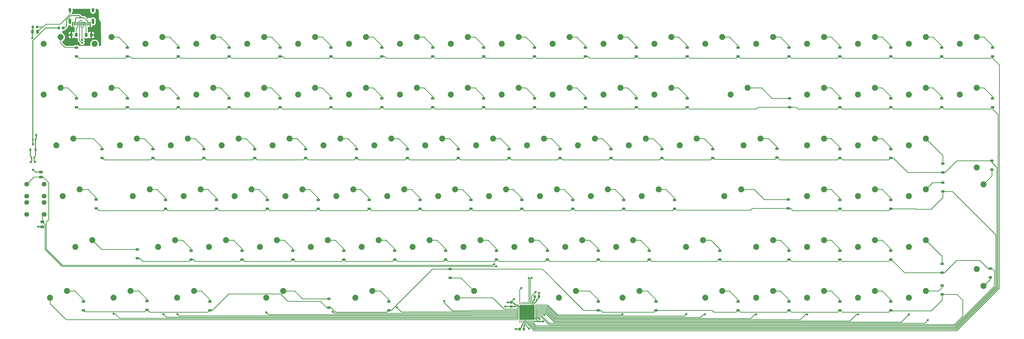
<source format=gbr>
G04 #@! TF.GenerationSoftware,KiCad,Pcbnew,(5.1.4)-1*
G04 #@! TF.CreationDate,2020-08-16T19:21:30-07:00*
G04 #@! TF.ProjectId,v1PCB,76315043-422e-46b6-9963-61645f706362,rev?*
G04 #@! TF.SameCoordinates,Original*
G04 #@! TF.FileFunction,Copper,L2,Bot*
G04 #@! TF.FilePolarity,Positive*
%FSLAX46Y46*%
G04 Gerber Fmt 4.6, Leading zero omitted, Abs format (unit mm)*
G04 Created by KiCad (PCBNEW (5.1.4)-1) date 2020-08-16 19:21:30*
%MOMM*%
%LPD*%
G04 APERTURE LIST*
%ADD10C,2.250000*%
%ADD11C,0.020000*%
%ADD12C,0.875000*%
%ADD13C,0.590000*%
%ADD14C,0.250000*%
%ADD15C,5.600000*%
%ADD16R,0.600000X1.450000*%
%ADD17R,0.300000X1.450000*%
%ADD18O,1.000000X2.100000*%
%ADD19O,1.000000X1.600000*%
%ADD20C,1.800000*%
%ADD21C,0.975000*%
%ADD22R,1.200000X0.900000*%
%ADD23R,0.800000X0.900000*%
%ADD24C,0.800000*%
%ADD25C,0.304800*%
%ADD26C,0.254000*%
%ADD27C,0.330200*%
G04 APERTURE END LIST*
D10*
X281146250Y-206502000D03*
X274796250Y-209042000D03*
D11*
G36*
X300036491Y-220302853D02*
G01*
X300057726Y-220306003D01*
X300078550Y-220311219D01*
X300098762Y-220318451D01*
X300118168Y-220327630D01*
X300136581Y-220338666D01*
X300153824Y-220351454D01*
X300169730Y-220365870D01*
X300184146Y-220381776D01*
X300196934Y-220399019D01*
X300207970Y-220417432D01*
X300217149Y-220436838D01*
X300224381Y-220457050D01*
X300229597Y-220477874D01*
X300232747Y-220499109D01*
X300233800Y-220520550D01*
X300233800Y-221033050D01*
X300232747Y-221054491D01*
X300229597Y-221075726D01*
X300224381Y-221096550D01*
X300217149Y-221116762D01*
X300207970Y-221136168D01*
X300196934Y-221154581D01*
X300184146Y-221171824D01*
X300169730Y-221187730D01*
X300153824Y-221202146D01*
X300136581Y-221214934D01*
X300118168Y-221225970D01*
X300098762Y-221235149D01*
X300078550Y-221242381D01*
X300057726Y-221247597D01*
X300036491Y-221250747D01*
X300015050Y-221251800D01*
X299577550Y-221251800D01*
X299556109Y-221250747D01*
X299534874Y-221247597D01*
X299514050Y-221242381D01*
X299493838Y-221235149D01*
X299474432Y-221225970D01*
X299456019Y-221214934D01*
X299438776Y-221202146D01*
X299422870Y-221187730D01*
X299408454Y-221171824D01*
X299395666Y-221154581D01*
X299384630Y-221136168D01*
X299375451Y-221116762D01*
X299368219Y-221096550D01*
X299363003Y-221075726D01*
X299359853Y-221054491D01*
X299358800Y-221033050D01*
X299358800Y-220520550D01*
X299359853Y-220499109D01*
X299363003Y-220477874D01*
X299368219Y-220457050D01*
X299375451Y-220436838D01*
X299384630Y-220417432D01*
X299395666Y-220399019D01*
X299408454Y-220381776D01*
X299422870Y-220365870D01*
X299438776Y-220351454D01*
X299456019Y-220338666D01*
X299474432Y-220327630D01*
X299493838Y-220318451D01*
X299514050Y-220311219D01*
X299534874Y-220306003D01*
X299556109Y-220302853D01*
X299577550Y-220301800D01*
X300015050Y-220301800D01*
X300036491Y-220302853D01*
X300036491Y-220302853D01*
G37*
D12*
X299796300Y-220776800D03*
D11*
G36*
X298461491Y-220302853D02*
G01*
X298482726Y-220306003D01*
X298503550Y-220311219D01*
X298523762Y-220318451D01*
X298543168Y-220327630D01*
X298561581Y-220338666D01*
X298578824Y-220351454D01*
X298594730Y-220365870D01*
X298609146Y-220381776D01*
X298621934Y-220399019D01*
X298632970Y-220417432D01*
X298642149Y-220436838D01*
X298649381Y-220457050D01*
X298654597Y-220477874D01*
X298657747Y-220499109D01*
X298658800Y-220520550D01*
X298658800Y-221033050D01*
X298657747Y-221054491D01*
X298654597Y-221075726D01*
X298649381Y-221096550D01*
X298642149Y-221116762D01*
X298632970Y-221136168D01*
X298621934Y-221154581D01*
X298609146Y-221171824D01*
X298594730Y-221187730D01*
X298578824Y-221202146D01*
X298561581Y-221214934D01*
X298543168Y-221225970D01*
X298523762Y-221235149D01*
X298503550Y-221242381D01*
X298482726Y-221247597D01*
X298461491Y-221250747D01*
X298440050Y-221251800D01*
X298002550Y-221251800D01*
X297981109Y-221250747D01*
X297959874Y-221247597D01*
X297939050Y-221242381D01*
X297918838Y-221235149D01*
X297899432Y-221225970D01*
X297881019Y-221214934D01*
X297863776Y-221202146D01*
X297847870Y-221187730D01*
X297833454Y-221171824D01*
X297820666Y-221154581D01*
X297809630Y-221136168D01*
X297800451Y-221116762D01*
X297793219Y-221096550D01*
X297788003Y-221075726D01*
X297784853Y-221054491D01*
X297783800Y-221033050D01*
X297783800Y-220520550D01*
X297784853Y-220499109D01*
X297788003Y-220477874D01*
X297793219Y-220457050D01*
X297800451Y-220436838D01*
X297809630Y-220417432D01*
X297820666Y-220399019D01*
X297833454Y-220381776D01*
X297847870Y-220365870D01*
X297863776Y-220351454D01*
X297881019Y-220338666D01*
X297899432Y-220327630D01*
X297918838Y-220318451D01*
X297939050Y-220311219D01*
X297959874Y-220306003D01*
X297981109Y-220302853D01*
X298002550Y-220301800D01*
X298440050Y-220301800D01*
X298461491Y-220302853D01*
X298461491Y-220302853D01*
G37*
D12*
X298221300Y-220776800D03*
D11*
G36*
X303765758Y-209535510D02*
G01*
X303780076Y-209537634D01*
X303794117Y-209541151D01*
X303807746Y-209546028D01*
X303820831Y-209552217D01*
X303833247Y-209559658D01*
X303844873Y-209568281D01*
X303855598Y-209578002D01*
X303865319Y-209588727D01*
X303873942Y-209600353D01*
X303881383Y-209612769D01*
X303887572Y-209625854D01*
X303892449Y-209639483D01*
X303895966Y-209653524D01*
X303898090Y-209667842D01*
X303898800Y-209682300D01*
X303898800Y-210027300D01*
X303898090Y-210041758D01*
X303895966Y-210056076D01*
X303892449Y-210070117D01*
X303887572Y-210083746D01*
X303881383Y-210096831D01*
X303873942Y-210109247D01*
X303865319Y-210120873D01*
X303855598Y-210131598D01*
X303844873Y-210141319D01*
X303833247Y-210149942D01*
X303820831Y-210157383D01*
X303807746Y-210163572D01*
X303794117Y-210168449D01*
X303780076Y-210171966D01*
X303765758Y-210174090D01*
X303751300Y-210174800D01*
X303456300Y-210174800D01*
X303441842Y-210174090D01*
X303427524Y-210171966D01*
X303413483Y-210168449D01*
X303399854Y-210163572D01*
X303386769Y-210157383D01*
X303374353Y-210149942D01*
X303362727Y-210141319D01*
X303352002Y-210131598D01*
X303342281Y-210120873D01*
X303333658Y-210109247D01*
X303326217Y-210096831D01*
X303320028Y-210083746D01*
X303315151Y-210070117D01*
X303311634Y-210056076D01*
X303309510Y-210041758D01*
X303308800Y-210027300D01*
X303308800Y-209682300D01*
X303309510Y-209667842D01*
X303311634Y-209653524D01*
X303315151Y-209639483D01*
X303320028Y-209625854D01*
X303326217Y-209612769D01*
X303333658Y-209600353D01*
X303342281Y-209588727D01*
X303352002Y-209578002D01*
X303362727Y-209568281D01*
X303374353Y-209559658D01*
X303386769Y-209552217D01*
X303399854Y-209546028D01*
X303413483Y-209541151D01*
X303427524Y-209537634D01*
X303441842Y-209535510D01*
X303456300Y-209534800D01*
X303751300Y-209534800D01*
X303765758Y-209535510D01*
X303765758Y-209535510D01*
G37*
D13*
X303603800Y-209854800D03*
D11*
G36*
X304735758Y-209535510D02*
G01*
X304750076Y-209537634D01*
X304764117Y-209541151D01*
X304777746Y-209546028D01*
X304790831Y-209552217D01*
X304803247Y-209559658D01*
X304814873Y-209568281D01*
X304825598Y-209578002D01*
X304835319Y-209588727D01*
X304843942Y-209600353D01*
X304851383Y-209612769D01*
X304857572Y-209625854D01*
X304862449Y-209639483D01*
X304865966Y-209653524D01*
X304868090Y-209667842D01*
X304868800Y-209682300D01*
X304868800Y-210027300D01*
X304868090Y-210041758D01*
X304865966Y-210056076D01*
X304862449Y-210070117D01*
X304857572Y-210083746D01*
X304851383Y-210096831D01*
X304843942Y-210109247D01*
X304835319Y-210120873D01*
X304825598Y-210131598D01*
X304814873Y-210141319D01*
X304803247Y-210149942D01*
X304790831Y-210157383D01*
X304777746Y-210163572D01*
X304764117Y-210168449D01*
X304750076Y-210171966D01*
X304735758Y-210174090D01*
X304721300Y-210174800D01*
X304426300Y-210174800D01*
X304411842Y-210174090D01*
X304397524Y-210171966D01*
X304383483Y-210168449D01*
X304369854Y-210163572D01*
X304356769Y-210157383D01*
X304344353Y-210149942D01*
X304332727Y-210141319D01*
X304322002Y-210131598D01*
X304312281Y-210120873D01*
X304303658Y-210109247D01*
X304296217Y-210096831D01*
X304290028Y-210083746D01*
X304285151Y-210070117D01*
X304281634Y-210056076D01*
X304279510Y-210041758D01*
X304278800Y-210027300D01*
X304278800Y-209682300D01*
X304279510Y-209667842D01*
X304281634Y-209653524D01*
X304285151Y-209639483D01*
X304290028Y-209625854D01*
X304296217Y-209612769D01*
X304303658Y-209600353D01*
X304312281Y-209588727D01*
X304322002Y-209578002D01*
X304332727Y-209568281D01*
X304344353Y-209559658D01*
X304356769Y-209552217D01*
X304369854Y-209546028D01*
X304383483Y-209541151D01*
X304397524Y-209537634D01*
X304411842Y-209535510D01*
X304426300Y-209534800D01*
X304721300Y-209534800D01*
X304735758Y-209535510D01*
X304735758Y-209535510D01*
G37*
D13*
X304573800Y-209854800D03*
D11*
G36*
X305799758Y-216695510D02*
G01*
X305814076Y-216697634D01*
X305828117Y-216701151D01*
X305841746Y-216706028D01*
X305854831Y-216712217D01*
X305867247Y-216719658D01*
X305878873Y-216728281D01*
X305889598Y-216738002D01*
X305899319Y-216748727D01*
X305907942Y-216760353D01*
X305915383Y-216772769D01*
X305921572Y-216785854D01*
X305926449Y-216799483D01*
X305929966Y-216813524D01*
X305932090Y-216827842D01*
X305932800Y-216842300D01*
X305932800Y-217137300D01*
X305932090Y-217151758D01*
X305929966Y-217166076D01*
X305926449Y-217180117D01*
X305921572Y-217193746D01*
X305915383Y-217206831D01*
X305907942Y-217219247D01*
X305899319Y-217230873D01*
X305889598Y-217241598D01*
X305878873Y-217251319D01*
X305867247Y-217259942D01*
X305854831Y-217267383D01*
X305841746Y-217273572D01*
X305828117Y-217278449D01*
X305814076Y-217281966D01*
X305799758Y-217284090D01*
X305785300Y-217284800D01*
X305440300Y-217284800D01*
X305425842Y-217284090D01*
X305411524Y-217281966D01*
X305397483Y-217278449D01*
X305383854Y-217273572D01*
X305370769Y-217267383D01*
X305358353Y-217259942D01*
X305346727Y-217251319D01*
X305336002Y-217241598D01*
X305326281Y-217230873D01*
X305317658Y-217219247D01*
X305310217Y-217206831D01*
X305304028Y-217193746D01*
X305299151Y-217180117D01*
X305295634Y-217166076D01*
X305293510Y-217151758D01*
X305292800Y-217137300D01*
X305292800Y-216842300D01*
X305293510Y-216827842D01*
X305295634Y-216813524D01*
X305299151Y-216799483D01*
X305304028Y-216785854D01*
X305310217Y-216772769D01*
X305317658Y-216760353D01*
X305326281Y-216748727D01*
X305336002Y-216738002D01*
X305346727Y-216728281D01*
X305358353Y-216719658D01*
X305370769Y-216712217D01*
X305383854Y-216706028D01*
X305397483Y-216701151D01*
X305411524Y-216697634D01*
X305425842Y-216695510D01*
X305440300Y-216694800D01*
X305785300Y-216694800D01*
X305799758Y-216695510D01*
X305799758Y-216695510D01*
G37*
D13*
X305612800Y-216989800D03*
D11*
G36*
X305799758Y-217665510D02*
G01*
X305814076Y-217667634D01*
X305828117Y-217671151D01*
X305841746Y-217676028D01*
X305854831Y-217682217D01*
X305867247Y-217689658D01*
X305878873Y-217698281D01*
X305889598Y-217708002D01*
X305899319Y-217718727D01*
X305907942Y-217730353D01*
X305915383Y-217742769D01*
X305921572Y-217755854D01*
X305926449Y-217769483D01*
X305929966Y-217783524D01*
X305932090Y-217797842D01*
X305932800Y-217812300D01*
X305932800Y-218107300D01*
X305932090Y-218121758D01*
X305929966Y-218136076D01*
X305926449Y-218150117D01*
X305921572Y-218163746D01*
X305915383Y-218176831D01*
X305907942Y-218189247D01*
X305899319Y-218200873D01*
X305889598Y-218211598D01*
X305878873Y-218221319D01*
X305867247Y-218229942D01*
X305854831Y-218237383D01*
X305841746Y-218243572D01*
X305828117Y-218248449D01*
X305814076Y-218251966D01*
X305799758Y-218254090D01*
X305785300Y-218254800D01*
X305440300Y-218254800D01*
X305425842Y-218254090D01*
X305411524Y-218251966D01*
X305397483Y-218248449D01*
X305383854Y-218243572D01*
X305370769Y-218237383D01*
X305358353Y-218229942D01*
X305346727Y-218221319D01*
X305336002Y-218211598D01*
X305326281Y-218200873D01*
X305317658Y-218189247D01*
X305310217Y-218176831D01*
X305304028Y-218163746D01*
X305299151Y-218150117D01*
X305295634Y-218136076D01*
X305293510Y-218121758D01*
X305292800Y-218107300D01*
X305292800Y-217812300D01*
X305293510Y-217797842D01*
X305295634Y-217783524D01*
X305299151Y-217769483D01*
X305304028Y-217755854D01*
X305310217Y-217742769D01*
X305317658Y-217730353D01*
X305326281Y-217718727D01*
X305336002Y-217708002D01*
X305346727Y-217698281D01*
X305358353Y-217689658D01*
X305370769Y-217682217D01*
X305383854Y-217676028D01*
X305397483Y-217671151D01*
X305411524Y-217667634D01*
X305425842Y-217665510D01*
X305440300Y-217664800D01*
X305785300Y-217664800D01*
X305799758Y-217665510D01*
X305799758Y-217665510D01*
G37*
D13*
X305612800Y-217959800D03*
D11*
G36*
X304745126Y-217128301D02*
G01*
X304751193Y-217129201D01*
X304757143Y-217130691D01*
X304762918Y-217132758D01*
X304768462Y-217135380D01*
X304773723Y-217138533D01*
X304778650Y-217142187D01*
X304783194Y-217146306D01*
X304787313Y-217150850D01*
X304790967Y-217155777D01*
X304794120Y-217161038D01*
X304796742Y-217166582D01*
X304798809Y-217172357D01*
X304800299Y-217178307D01*
X304801199Y-217184374D01*
X304801500Y-217190500D01*
X304801500Y-217315500D01*
X304801199Y-217321626D01*
X304800299Y-217327693D01*
X304798809Y-217333643D01*
X304796742Y-217339418D01*
X304794120Y-217344962D01*
X304790967Y-217350223D01*
X304787313Y-217355150D01*
X304783194Y-217359694D01*
X304778650Y-217363813D01*
X304773723Y-217367467D01*
X304768462Y-217370620D01*
X304762918Y-217373242D01*
X304757143Y-217375309D01*
X304751193Y-217376799D01*
X304745126Y-217377699D01*
X304739000Y-217378000D01*
X303989000Y-217378000D01*
X303982874Y-217377699D01*
X303976807Y-217376799D01*
X303970857Y-217375309D01*
X303965082Y-217373242D01*
X303959538Y-217370620D01*
X303954277Y-217367467D01*
X303949350Y-217363813D01*
X303944806Y-217359694D01*
X303940687Y-217355150D01*
X303937033Y-217350223D01*
X303933880Y-217344962D01*
X303931258Y-217339418D01*
X303929191Y-217333643D01*
X303927701Y-217327693D01*
X303926801Y-217321626D01*
X303926500Y-217315500D01*
X303926500Y-217190500D01*
X303926801Y-217184374D01*
X303927701Y-217178307D01*
X303929191Y-217172357D01*
X303931258Y-217166582D01*
X303933880Y-217161038D01*
X303937033Y-217155777D01*
X303940687Y-217150850D01*
X303944806Y-217146306D01*
X303949350Y-217142187D01*
X303954277Y-217138533D01*
X303959538Y-217135380D01*
X303965082Y-217132758D01*
X303970857Y-217130691D01*
X303976807Y-217129201D01*
X303982874Y-217128301D01*
X303989000Y-217128000D01*
X304739000Y-217128000D01*
X304745126Y-217128301D01*
X304745126Y-217128301D01*
G37*
D14*
X304364000Y-217253000D03*
D11*
G36*
X304745126Y-216628301D02*
G01*
X304751193Y-216629201D01*
X304757143Y-216630691D01*
X304762918Y-216632758D01*
X304768462Y-216635380D01*
X304773723Y-216638533D01*
X304778650Y-216642187D01*
X304783194Y-216646306D01*
X304787313Y-216650850D01*
X304790967Y-216655777D01*
X304794120Y-216661038D01*
X304796742Y-216666582D01*
X304798809Y-216672357D01*
X304800299Y-216678307D01*
X304801199Y-216684374D01*
X304801500Y-216690500D01*
X304801500Y-216815500D01*
X304801199Y-216821626D01*
X304800299Y-216827693D01*
X304798809Y-216833643D01*
X304796742Y-216839418D01*
X304794120Y-216844962D01*
X304790967Y-216850223D01*
X304787313Y-216855150D01*
X304783194Y-216859694D01*
X304778650Y-216863813D01*
X304773723Y-216867467D01*
X304768462Y-216870620D01*
X304762918Y-216873242D01*
X304757143Y-216875309D01*
X304751193Y-216876799D01*
X304745126Y-216877699D01*
X304739000Y-216878000D01*
X303989000Y-216878000D01*
X303982874Y-216877699D01*
X303976807Y-216876799D01*
X303970857Y-216875309D01*
X303965082Y-216873242D01*
X303959538Y-216870620D01*
X303954277Y-216867467D01*
X303949350Y-216863813D01*
X303944806Y-216859694D01*
X303940687Y-216855150D01*
X303937033Y-216850223D01*
X303933880Y-216844962D01*
X303931258Y-216839418D01*
X303929191Y-216833643D01*
X303927701Y-216827693D01*
X303926801Y-216821626D01*
X303926500Y-216815500D01*
X303926500Y-216690500D01*
X303926801Y-216684374D01*
X303927701Y-216678307D01*
X303929191Y-216672357D01*
X303931258Y-216666582D01*
X303933880Y-216661038D01*
X303937033Y-216655777D01*
X303940687Y-216650850D01*
X303944806Y-216646306D01*
X303949350Y-216642187D01*
X303954277Y-216638533D01*
X303959538Y-216635380D01*
X303965082Y-216632758D01*
X303970857Y-216630691D01*
X303976807Y-216629201D01*
X303982874Y-216628301D01*
X303989000Y-216628000D01*
X304739000Y-216628000D01*
X304745126Y-216628301D01*
X304745126Y-216628301D01*
G37*
D14*
X304364000Y-216753000D03*
D11*
G36*
X304745126Y-216128301D02*
G01*
X304751193Y-216129201D01*
X304757143Y-216130691D01*
X304762918Y-216132758D01*
X304768462Y-216135380D01*
X304773723Y-216138533D01*
X304778650Y-216142187D01*
X304783194Y-216146306D01*
X304787313Y-216150850D01*
X304790967Y-216155777D01*
X304794120Y-216161038D01*
X304796742Y-216166582D01*
X304798809Y-216172357D01*
X304800299Y-216178307D01*
X304801199Y-216184374D01*
X304801500Y-216190500D01*
X304801500Y-216315500D01*
X304801199Y-216321626D01*
X304800299Y-216327693D01*
X304798809Y-216333643D01*
X304796742Y-216339418D01*
X304794120Y-216344962D01*
X304790967Y-216350223D01*
X304787313Y-216355150D01*
X304783194Y-216359694D01*
X304778650Y-216363813D01*
X304773723Y-216367467D01*
X304768462Y-216370620D01*
X304762918Y-216373242D01*
X304757143Y-216375309D01*
X304751193Y-216376799D01*
X304745126Y-216377699D01*
X304739000Y-216378000D01*
X303989000Y-216378000D01*
X303982874Y-216377699D01*
X303976807Y-216376799D01*
X303970857Y-216375309D01*
X303965082Y-216373242D01*
X303959538Y-216370620D01*
X303954277Y-216367467D01*
X303949350Y-216363813D01*
X303944806Y-216359694D01*
X303940687Y-216355150D01*
X303937033Y-216350223D01*
X303933880Y-216344962D01*
X303931258Y-216339418D01*
X303929191Y-216333643D01*
X303927701Y-216327693D01*
X303926801Y-216321626D01*
X303926500Y-216315500D01*
X303926500Y-216190500D01*
X303926801Y-216184374D01*
X303927701Y-216178307D01*
X303929191Y-216172357D01*
X303931258Y-216166582D01*
X303933880Y-216161038D01*
X303937033Y-216155777D01*
X303940687Y-216150850D01*
X303944806Y-216146306D01*
X303949350Y-216142187D01*
X303954277Y-216138533D01*
X303959538Y-216135380D01*
X303965082Y-216132758D01*
X303970857Y-216130691D01*
X303976807Y-216129201D01*
X303982874Y-216128301D01*
X303989000Y-216128000D01*
X304739000Y-216128000D01*
X304745126Y-216128301D01*
X304745126Y-216128301D01*
G37*
D14*
X304364000Y-216253000D03*
D11*
G36*
X304745126Y-215628301D02*
G01*
X304751193Y-215629201D01*
X304757143Y-215630691D01*
X304762918Y-215632758D01*
X304768462Y-215635380D01*
X304773723Y-215638533D01*
X304778650Y-215642187D01*
X304783194Y-215646306D01*
X304787313Y-215650850D01*
X304790967Y-215655777D01*
X304794120Y-215661038D01*
X304796742Y-215666582D01*
X304798809Y-215672357D01*
X304800299Y-215678307D01*
X304801199Y-215684374D01*
X304801500Y-215690500D01*
X304801500Y-215815500D01*
X304801199Y-215821626D01*
X304800299Y-215827693D01*
X304798809Y-215833643D01*
X304796742Y-215839418D01*
X304794120Y-215844962D01*
X304790967Y-215850223D01*
X304787313Y-215855150D01*
X304783194Y-215859694D01*
X304778650Y-215863813D01*
X304773723Y-215867467D01*
X304768462Y-215870620D01*
X304762918Y-215873242D01*
X304757143Y-215875309D01*
X304751193Y-215876799D01*
X304745126Y-215877699D01*
X304739000Y-215878000D01*
X303989000Y-215878000D01*
X303982874Y-215877699D01*
X303976807Y-215876799D01*
X303970857Y-215875309D01*
X303965082Y-215873242D01*
X303959538Y-215870620D01*
X303954277Y-215867467D01*
X303949350Y-215863813D01*
X303944806Y-215859694D01*
X303940687Y-215855150D01*
X303937033Y-215850223D01*
X303933880Y-215844962D01*
X303931258Y-215839418D01*
X303929191Y-215833643D01*
X303927701Y-215827693D01*
X303926801Y-215821626D01*
X303926500Y-215815500D01*
X303926500Y-215690500D01*
X303926801Y-215684374D01*
X303927701Y-215678307D01*
X303929191Y-215672357D01*
X303931258Y-215666582D01*
X303933880Y-215661038D01*
X303937033Y-215655777D01*
X303940687Y-215650850D01*
X303944806Y-215646306D01*
X303949350Y-215642187D01*
X303954277Y-215638533D01*
X303959538Y-215635380D01*
X303965082Y-215632758D01*
X303970857Y-215630691D01*
X303976807Y-215629201D01*
X303982874Y-215628301D01*
X303989000Y-215628000D01*
X304739000Y-215628000D01*
X304745126Y-215628301D01*
X304745126Y-215628301D01*
G37*
D14*
X304364000Y-215753000D03*
D11*
G36*
X304745126Y-215128301D02*
G01*
X304751193Y-215129201D01*
X304757143Y-215130691D01*
X304762918Y-215132758D01*
X304768462Y-215135380D01*
X304773723Y-215138533D01*
X304778650Y-215142187D01*
X304783194Y-215146306D01*
X304787313Y-215150850D01*
X304790967Y-215155777D01*
X304794120Y-215161038D01*
X304796742Y-215166582D01*
X304798809Y-215172357D01*
X304800299Y-215178307D01*
X304801199Y-215184374D01*
X304801500Y-215190500D01*
X304801500Y-215315500D01*
X304801199Y-215321626D01*
X304800299Y-215327693D01*
X304798809Y-215333643D01*
X304796742Y-215339418D01*
X304794120Y-215344962D01*
X304790967Y-215350223D01*
X304787313Y-215355150D01*
X304783194Y-215359694D01*
X304778650Y-215363813D01*
X304773723Y-215367467D01*
X304768462Y-215370620D01*
X304762918Y-215373242D01*
X304757143Y-215375309D01*
X304751193Y-215376799D01*
X304745126Y-215377699D01*
X304739000Y-215378000D01*
X303989000Y-215378000D01*
X303982874Y-215377699D01*
X303976807Y-215376799D01*
X303970857Y-215375309D01*
X303965082Y-215373242D01*
X303959538Y-215370620D01*
X303954277Y-215367467D01*
X303949350Y-215363813D01*
X303944806Y-215359694D01*
X303940687Y-215355150D01*
X303937033Y-215350223D01*
X303933880Y-215344962D01*
X303931258Y-215339418D01*
X303929191Y-215333643D01*
X303927701Y-215327693D01*
X303926801Y-215321626D01*
X303926500Y-215315500D01*
X303926500Y-215190500D01*
X303926801Y-215184374D01*
X303927701Y-215178307D01*
X303929191Y-215172357D01*
X303931258Y-215166582D01*
X303933880Y-215161038D01*
X303937033Y-215155777D01*
X303940687Y-215150850D01*
X303944806Y-215146306D01*
X303949350Y-215142187D01*
X303954277Y-215138533D01*
X303959538Y-215135380D01*
X303965082Y-215132758D01*
X303970857Y-215130691D01*
X303976807Y-215129201D01*
X303982874Y-215128301D01*
X303989000Y-215128000D01*
X304739000Y-215128000D01*
X304745126Y-215128301D01*
X304745126Y-215128301D01*
G37*
D14*
X304364000Y-215253000D03*
D11*
G36*
X304745126Y-214628301D02*
G01*
X304751193Y-214629201D01*
X304757143Y-214630691D01*
X304762918Y-214632758D01*
X304768462Y-214635380D01*
X304773723Y-214638533D01*
X304778650Y-214642187D01*
X304783194Y-214646306D01*
X304787313Y-214650850D01*
X304790967Y-214655777D01*
X304794120Y-214661038D01*
X304796742Y-214666582D01*
X304798809Y-214672357D01*
X304800299Y-214678307D01*
X304801199Y-214684374D01*
X304801500Y-214690500D01*
X304801500Y-214815500D01*
X304801199Y-214821626D01*
X304800299Y-214827693D01*
X304798809Y-214833643D01*
X304796742Y-214839418D01*
X304794120Y-214844962D01*
X304790967Y-214850223D01*
X304787313Y-214855150D01*
X304783194Y-214859694D01*
X304778650Y-214863813D01*
X304773723Y-214867467D01*
X304768462Y-214870620D01*
X304762918Y-214873242D01*
X304757143Y-214875309D01*
X304751193Y-214876799D01*
X304745126Y-214877699D01*
X304739000Y-214878000D01*
X303989000Y-214878000D01*
X303982874Y-214877699D01*
X303976807Y-214876799D01*
X303970857Y-214875309D01*
X303965082Y-214873242D01*
X303959538Y-214870620D01*
X303954277Y-214867467D01*
X303949350Y-214863813D01*
X303944806Y-214859694D01*
X303940687Y-214855150D01*
X303937033Y-214850223D01*
X303933880Y-214844962D01*
X303931258Y-214839418D01*
X303929191Y-214833643D01*
X303927701Y-214827693D01*
X303926801Y-214821626D01*
X303926500Y-214815500D01*
X303926500Y-214690500D01*
X303926801Y-214684374D01*
X303927701Y-214678307D01*
X303929191Y-214672357D01*
X303931258Y-214666582D01*
X303933880Y-214661038D01*
X303937033Y-214655777D01*
X303940687Y-214650850D01*
X303944806Y-214646306D01*
X303949350Y-214642187D01*
X303954277Y-214638533D01*
X303959538Y-214635380D01*
X303965082Y-214632758D01*
X303970857Y-214630691D01*
X303976807Y-214629201D01*
X303982874Y-214628301D01*
X303989000Y-214628000D01*
X304739000Y-214628000D01*
X304745126Y-214628301D01*
X304745126Y-214628301D01*
G37*
D14*
X304364000Y-214753000D03*
D11*
G36*
X304745126Y-214128301D02*
G01*
X304751193Y-214129201D01*
X304757143Y-214130691D01*
X304762918Y-214132758D01*
X304768462Y-214135380D01*
X304773723Y-214138533D01*
X304778650Y-214142187D01*
X304783194Y-214146306D01*
X304787313Y-214150850D01*
X304790967Y-214155777D01*
X304794120Y-214161038D01*
X304796742Y-214166582D01*
X304798809Y-214172357D01*
X304800299Y-214178307D01*
X304801199Y-214184374D01*
X304801500Y-214190500D01*
X304801500Y-214315500D01*
X304801199Y-214321626D01*
X304800299Y-214327693D01*
X304798809Y-214333643D01*
X304796742Y-214339418D01*
X304794120Y-214344962D01*
X304790967Y-214350223D01*
X304787313Y-214355150D01*
X304783194Y-214359694D01*
X304778650Y-214363813D01*
X304773723Y-214367467D01*
X304768462Y-214370620D01*
X304762918Y-214373242D01*
X304757143Y-214375309D01*
X304751193Y-214376799D01*
X304745126Y-214377699D01*
X304739000Y-214378000D01*
X303989000Y-214378000D01*
X303982874Y-214377699D01*
X303976807Y-214376799D01*
X303970857Y-214375309D01*
X303965082Y-214373242D01*
X303959538Y-214370620D01*
X303954277Y-214367467D01*
X303949350Y-214363813D01*
X303944806Y-214359694D01*
X303940687Y-214355150D01*
X303937033Y-214350223D01*
X303933880Y-214344962D01*
X303931258Y-214339418D01*
X303929191Y-214333643D01*
X303927701Y-214327693D01*
X303926801Y-214321626D01*
X303926500Y-214315500D01*
X303926500Y-214190500D01*
X303926801Y-214184374D01*
X303927701Y-214178307D01*
X303929191Y-214172357D01*
X303931258Y-214166582D01*
X303933880Y-214161038D01*
X303937033Y-214155777D01*
X303940687Y-214150850D01*
X303944806Y-214146306D01*
X303949350Y-214142187D01*
X303954277Y-214138533D01*
X303959538Y-214135380D01*
X303965082Y-214132758D01*
X303970857Y-214130691D01*
X303976807Y-214129201D01*
X303982874Y-214128301D01*
X303989000Y-214128000D01*
X304739000Y-214128000D01*
X304745126Y-214128301D01*
X304745126Y-214128301D01*
G37*
D14*
X304364000Y-214253000D03*
D11*
G36*
X304745126Y-213628301D02*
G01*
X304751193Y-213629201D01*
X304757143Y-213630691D01*
X304762918Y-213632758D01*
X304768462Y-213635380D01*
X304773723Y-213638533D01*
X304778650Y-213642187D01*
X304783194Y-213646306D01*
X304787313Y-213650850D01*
X304790967Y-213655777D01*
X304794120Y-213661038D01*
X304796742Y-213666582D01*
X304798809Y-213672357D01*
X304800299Y-213678307D01*
X304801199Y-213684374D01*
X304801500Y-213690500D01*
X304801500Y-213815500D01*
X304801199Y-213821626D01*
X304800299Y-213827693D01*
X304798809Y-213833643D01*
X304796742Y-213839418D01*
X304794120Y-213844962D01*
X304790967Y-213850223D01*
X304787313Y-213855150D01*
X304783194Y-213859694D01*
X304778650Y-213863813D01*
X304773723Y-213867467D01*
X304768462Y-213870620D01*
X304762918Y-213873242D01*
X304757143Y-213875309D01*
X304751193Y-213876799D01*
X304745126Y-213877699D01*
X304739000Y-213878000D01*
X303989000Y-213878000D01*
X303982874Y-213877699D01*
X303976807Y-213876799D01*
X303970857Y-213875309D01*
X303965082Y-213873242D01*
X303959538Y-213870620D01*
X303954277Y-213867467D01*
X303949350Y-213863813D01*
X303944806Y-213859694D01*
X303940687Y-213855150D01*
X303937033Y-213850223D01*
X303933880Y-213844962D01*
X303931258Y-213839418D01*
X303929191Y-213833643D01*
X303927701Y-213827693D01*
X303926801Y-213821626D01*
X303926500Y-213815500D01*
X303926500Y-213690500D01*
X303926801Y-213684374D01*
X303927701Y-213678307D01*
X303929191Y-213672357D01*
X303931258Y-213666582D01*
X303933880Y-213661038D01*
X303937033Y-213655777D01*
X303940687Y-213650850D01*
X303944806Y-213646306D01*
X303949350Y-213642187D01*
X303954277Y-213638533D01*
X303959538Y-213635380D01*
X303965082Y-213632758D01*
X303970857Y-213630691D01*
X303976807Y-213629201D01*
X303982874Y-213628301D01*
X303989000Y-213628000D01*
X304739000Y-213628000D01*
X304745126Y-213628301D01*
X304745126Y-213628301D01*
G37*
D14*
X304364000Y-213753000D03*
D11*
G36*
X304745126Y-213128301D02*
G01*
X304751193Y-213129201D01*
X304757143Y-213130691D01*
X304762918Y-213132758D01*
X304768462Y-213135380D01*
X304773723Y-213138533D01*
X304778650Y-213142187D01*
X304783194Y-213146306D01*
X304787313Y-213150850D01*
X304790967Y-213155777D01*
X304794120Y-213161038D01*
X304796742Y-213166582D01*
X304798809Y-213172357D01*
X304800299Y-213178307D01*
X304801199Y-213184374D01*
X304801500Y-213190500D01*
X304801500Y-213315500D01*
X304801199Y-213321626D01*
X304800299Y-213327693D01*
X304798809Y-213333643D01*
X304796742Y-213339418D01*
X304794120Y-213344962D01*
X304790967Y-213350223D01*
X304787313Y-213355150D01*
X304783194Y-213359694D01*
X304778650Y-213363813D01*
X304773723Y-213367467D01*
X304768462Y-213370620D01*
X304762918Y-213373242D01*
X304757143Y-213375309D01*
X304751193Y-213376799D01*
X304745126Y-213377699D01*
X304739000Y-213378000D01*
X303989000Y-213378000D01*
X303982874Y-213377699D01*
X303976807Y-213376799D01*
X303970857Y-213375309D01*
X303965082Y-213373242D01*
X303959538Y-213370620D01*
X303954277Y-213367467D01*
X303949350Y-213363813D01*
X303944806Y-213359694D01*
X303940687Y-213355150D01*
X303937033Y-213350223D01*
X303933880Y-213344962D01*
X303931258Y-213339418D01*
X303929191Y-213333643D01*
X303927701Y-213327693D01*
X303926801Y-213321626D01*
X303926500Y-213315500D01*
X303926500Y-213190500D01*
X303926801Y-213184374D01*
X303927701Y-213178307D01*
X303929191Y-213172357D01*
X303931258Y-213166582D01*
X303933880Y-213161038D01*
X303937033Y-213155777D01*
X303940687Y-213150850D01*
X303944806Y-213146306D01*
X303949350Y-213142187D01*
X303954277Y-213138533D01*
X303959538Y-213135380D01*
X303965082Y-213132758D01*
X303970857Y-213130691D01*
X303976807Y-213129201D01*
X303982874Y-213128301D01*
X303989000Y-213128000D01*
X304739000Y-213128000D01*
X304745126Y-213128301D01*
X304745126Y-213128301D01*
G37*
D14*
X304364000Y-213253000D03*
D11*
G36*
X304745126Y-212628301D02*
G01*
X304751193Y-212629201D01*
X304757143Y-212630691D01*
X304762918Y-212632758D01*
X304768462Y-212635380D01*
X304773723Y-212638533D01*
X304778650Y-212642187D01*
X304783194Y-212646306D01*
X304787313Y-212650850D01*
X304790967Y-212655777D01*
X304794120Y-212661038D01*
X304796742Y-212666582D01*
X304798809Y-212672357D01*
X304800299Y-212678307D01*
X304801199Y-212684374D01*
X304801500Y-212690500D01*
X304801500Y-212815500D01*
X304801199Y-212821626D01*
X304800299Y-212827693D01*
X304798809Y-212833643D01*
X304796742Y-212839418D01*
X304794120Y-212844962D01*
X304790967Y-212850223D01*
X304787313Y-212855150D01*
X304783194Y-212859694D01*
X304778650Y-212863813D01*
X304773723Y-212867467D01*
X304768462Y-212870620D01*
X304762918Y-212873242D01*
X304757143Y-212875309D01*
X304751193Y-212876799D01*
X304745126Y-212877699D01*
X304739000Y-212878000D01*
X303989000Y-212878000D01*
X303982874Y-212877699D01*
X303976807Y-212876799D01*
X303970857Y-212875309D01*
X303965082Y-212873242D01*
X303959538Y-212870620D01*
X303954277Y-212867467D01*
X303949350Y-212863813D01*
X303944806Y-212859694D01*
X303940687Y-212855150D01*
X303937033Y-212850223D01*
X303933880Y-212844962D01*
X303931258Y-212839418D01*
X303929191Y-212833643D01*
X303927701Y-212827693D01*
X303926801Y-212821626D01*
X303926500Y-212815500D01*
X303926500Y-212690500D01*
X303926801Y-212684374D01*
X303927701Y-212678307D01*
X303929191Y-212672357D01*
X303931258Y-212666582D01*
X303933880Y-212661038D01*
X303937033Y-212655777D01*
X303940687Y-212650850D01*
X303944806Y-212646306D01*
X303949350Y-212642187D01*
X303954277Y-212638533D01*
X303959538Y-212635380D01*
X303965082Y-212632758D01*
X303970857Y-212630691D01*
X303976807Y-212629201D01*
X303982874Y-212628301D01*
X303989000Y-212628000D01*
X304739000Y-212628000D01*
X304745126Y-212628301D01*
X304745126Y-212628301D01*
G37*
D14*
X304364000Y-212753000D03*
D11*
G36*
X304745126Y-212128301D02*
G01*
X304751193Y-212129201D01*
X304757143Y-212130691D01*
X304762918Y-212132758D01*
X304768462Y-212135380D01*
X304773723Y-212138533D01*
X304778650Y-212142187D01*
X304783194Y-212146306D01*
X304787313Y-212150850D01*
X304790967Y-212155777D01*
X304794120Y-212161038D01*
X304796742Y-212166582D01*
X304798809Y-212172357D01*
X304800299Y-212178307D01*
X304801199Y-212184374D01*
X304801500Y-212190500D01*
X304801500Y-212315500D01*
X304801199Y-212321626D01*
X304800299Y-212327693D01*
X304798809Y-212333643D01*
X304796742Y-212339418D01*
X304794120Y-212344962D01*
X304790967Y-212350223D01*
X304787313Y-212355150D01*
X304783194Y-212359694D01*
X304778650Y-212363813D01*
X304773723Y-212367467D01*
X304768462Y-212370620D01*
X304762918Y-212373242D01*
X304757143Y-212375309D01*
X304751193Y-212376799D01*
X304745126Y-212377699D01*
X304739000Y-212378000D01*
X303989000Y-212378000D01*
X303982874Y-212377699D01*
X303976807Y-212376799D01*
X303970857Y-212375309D01*
X303965082Y-212373242D01*
X303959538Y-212370620D01*
X303954277Y-212367467D01*
X303949350Y-212363813D01*
X303944806Y-212359694D01*
X303940687Y-212355150D01*
X303937033Y-212350223D01*
X303933880Y-212344962D01*
X303931258Y-212339418D01*
X303929191Y-212333643D01*
X303927701Y-212327693D01*
X303926801Y-212321626D01*
X303926500Y-212315500D01*
X303926500Y-212190500D01*
X303926801Y-212184374D01*
X303927701Y-212178307D01*
X303929191Y-212172357D01*
X303931258Y-212166582D01*
X303933880Y-212161038D01*
X303937033Y-212155777D01*
X303940687Y-212150850D01*
X303944806Y-212146306D01*
X303949350Y-212142187D01*
X303954277Y-212138533D01*
X303959538Y-212135380D01*
X303965082Y-212132758D01*
X303970857Y-212130691D01*
X303976807Y-212129201D01*
X303982874Y-212128301D01*
X303989000Y-212128000D01*
X304739000Y-212128000D01*
X304745126Y-212128301D01*
X304745126Y-212128301D01*
G37*
D14*
X304364000Y-212253000D03*
D11*
G36*
X304745126Y-211628301D02*
G01*
X304751193Y-211629201D01*
X304757143Y-211630691D01*
X304762918Y-211632758D01*
X304768462Y-211635380D01*
X304773723Y-211638533D01*
X304778650Y-211642187D01*
X304783194Y-211646306D01*
X304787313Y-211650850D01*
X304790967Y-211655777D01*
X304794120Y-211661038D01*
X304796742Y-211666582D01*
X304798809Y-211672357D01*
X304800299Y-211678307D01*
X304801199Y-211684374D01*
X304801500Y-211690500D01*
X304801500Y-211815500D01*
X304801199Y-211821626D01*
X304800299Y-211827693D01*
X304798809Y-211833643D01*
X304796742Y-211839418D01*
X304794120Y-211844962D01*
X304790967Y-211850223D01*
X304787313Y-211855150D01*
X304783194Y-211859694D01*
X304778650Y-211863813D01*
X304773723Y-211867467D01*
X304768462Y-211870620D01*
X304762918Y-211873242D01*
X304757143Y-211875309D01*
X304751193Y-211876799D01*
X304745126Y-211877699D01*
X304739000Y-211878000D01*
X303989000Y-211878000D01*
X303982874Y-211877699D01*
X303976807Y-211876799D01*
X303970857Y-211875309D01*
X303965082Y-211873242D01*
X303959538Y-211870620D01*
X303954277Y-211867467D01*
X303949350Y-211863813D01*
X303944806Y-211859694D01*
X303940687Y-211855150D01*
X303937033Y-211850223D01*
X303933880Y-211844962D01*
X303931258Y-211839418D01*
X303929191Y-211833643D01*
X303927701Y-211827693D01*
X303926801Y-211821626D01*
X303926500Y-211815500D01*
X303926500Y-211690500D01*
X303926801Y-211684374D01*
X303927701Y-211678307D01*
X303929191Y-211672357D01*
X303931258Y-211666582D01*
X303933880Y-211661038D01*
X303937033Y-211655777D01*
X303940687Y-211650850D01*
X303944806Y-211646306D01*
X303949350Y-211642187D01*
X303954277Y-211638533D01*
X303959538Y-211635380D01*
X303965082Y-211632758D01*
X303970857Y-211630691D01*
X303976807Y-211629201D01*
X303982874Y-211628301D01*
X303989000Y-211628000D01*
X304739000Y-211628000D01*
X304745126Y-211628301D01*
X304745126Y-211628301D01*
G37*
D14*
X304364000Y-211753000D03*
D11*
G36*
X303745126Y-210628301D02*
G01*
X303751193Y-210629201D01*
X303757143Y-210630691D01*
X303762918Y-210632758D01*
X303768462Y-210635380D01*
X303773723Y-210638533D01*
X303778650Y-210642187D01*
X303783194Y-210646306D01*
X303787313Y-210650850D01*
X303790967Y-210655777D01*
X303794120Y-210661038D01*
X303796742Y-210666582D01*
X303798809Y-210672357D01*
X303800299Y-210678307D01*
X303801199Y-210684374D01*
X303801500Y-210690500D01*
X303801500Y-211440500D01*
X303801199Y-211446626D01*
X303800299Y-211452693D01*
X303798809Y-211458643D01*
X303796742Y-211464418D01*
X303794120Y-211469962D01*
X303790967Y-211475223D01*
X303787313Y-211480150D01*
X303783194Y-211484694D01*
X303778650Y-211488813D01*
X303773723Y-211492467D01*
X303768462Y-211495620D01*
X303762918Y-211498242D01*
X303757143Y-211500309D01*
X303751193Y-211501799D01*
X303745126Y-211502699D01*
X303739000Y-211503000D01*
X303614000Y-211503000D01*
X303607874Y-211502699D01*
X303601807Y-211501799D01*
X303595857Y-211500309D01*
X303590082Y-211498242D01*
X303584538Y-211495620D01*
X303579277Y-211492467D01*
X303574350Y-211488813D01*
X303569806Y-211484694D01*
X303565687Y-211480150D01*
X303562033Y-211475223D01*
X303558880Y-211469962D01*
X303556258Y-211464418D01*
X303554191Y-211458643D01*
X303552701Y-211452693D01*
X303551801Y-211446626D01*
X303551500Y-211440500D01*
X303551500Y-210690500D01*
X303551801Y-210684374D01*
X303552701Y-210678307D01*
X303554191Y-210672357D01*
X303556258Y-210666582D01*
X303558880Y-210661038D01*
X303562033Y-210655777D01*
X303565687Y-210650850D01*
X303569806Y-210646306D01*
X303574350Y-210642187D01*
X303579277Y-210638533D01*
X303584538Y-210635380D01*
X303590082Y-210632758D01*
X303595857Y-210630691D01*
X303601807Y-210629201D01*
X303607874Y-210628301D01*
X303614000Y-210628000D01*
X303739000Y-210628000D01*
X303745126Y-210628301D01*
X303745126Y-210628301D01*
G37*
D14*
X303676500Y-211065500D03*
D11*
G36*
X303245126Y-210628301D02*
G01*
X303251193Y-210629201D01*
X303257143Y-210630691D01*
X303262918Y-210632758D01*
X303268462Y-210635380D01*
X303273723Y-210638533D01*
X303278650Y-210642187D01*
X303283194Y-210646306D01*
X303287313Y-210650850D01*
X303290967Y-210655777D01*
X303294120Y-210661038D01*
X303296742Y-210666582D01*
X303298809Y-210672357D01*
X303300299Y-210678307D01*
X303301199Y-210684374D01*
X303301500Y-210690500D01*
X303301500Y-211440500D01*
X303301199Y-211446626D01*
X303300299Y-211452693D01*
X303298809Y-211458643D01*
X303296742Y-211464418D01*
X303294120Y-211469962D01*
X303290967Y-211475223D01*
X303287313Y-211480150D01*
X303283194Y-211484694D01*
X303278650Y-211488813D01*
X303273723Y-211492467D01*
X303268462Y-211495620D01*
X303262918Y-211498242D01*
X303257143Y-211500309D01*
X303251193Y-211501799D01*
X303245126Y-211502699D01*
X303239000Y-211503000D01*
X303114000Y-211503000D01*
X303107874Y-211502699D01*
X303101807Y-211501799D01*
X303095857Y-211500309D01*
X303090082Y-211498242D01*
X303084538Y-211495620D01*
X303079277Y-211492467D01*
X303074350Y-211488813D01*
X303069806Y-211484694D01*
X303065687Y-211480150D01*
X303062033Y-211475223D01*
X303058880Y-211469962D01*
X303056258Y-211464418D01*
X303054191Y-211458643D01*
X303052701Y-211452693D01*
X303051801Y-211446626D01*
X303051500Y-211440500D01*
X303051500Y-210690500D01*
X303051801Y-210684374D01*
X303052701Y-210678307D01*
X303054191Y-210672357D01*
X303056258Y-210666582D01*
X303058880Y-210661038D01*
X303062033Y-210655777D01*
X303065687Y-210650850D01*
X303069806Y-210646306D01*
X303074350Y-210642187D01*
X303079277Y-210638533D01*
X303084538Y-210635380D01*
X303090082Y-210632758D01*
X303095857Y-210630691D01*
X303101807Y-210629201D01*
X303107874Y-210628301D01*
X303114000Y-210628000D01*
X303239000Y-210628000D01*
X303245126Y-210628301D01*
X303245126Y-210628301D01*
G37*
D14*
X303176500Y-211065500D03*
D11*
G36*
X302745126Y-210628301D02*
G01*
X302751193Y-210629201D01*
X302757143Y-210630691D01*
X302762918Y-210632758D01*
X302768462Y-210635380D01*
X302773723Y-210638533D01*
X302778650Y-210642187D01*
X302783194Y-210646306D01*
X302787313Y-210650850D01*
X302790967Y-210655777D01*
X302794120Y-210661038D01*
X302796742Y-210666582D01*
X302798809Y-210672357D01*
X302800299Y-210678307D01*
X302801199Y-210684374D01*
X302801500Y-210690500D01*
X302801500Y-211440500D01*
X302801199Y-211446626D01*
X302800299Y-211452693D01*
X302798809Y-211458643D01*
X302796742Y-211464418D01*
X302794120Y-211469962D01*
X302790967Y-211475223D01*
X302787313Y-211480150D01*
X302783194Y-211484694D01*
X302778650Y-211488813D01*
X302773723Y-211492467D01*
X302768462Y-211495620D01*
X302762918Y-211498242D01*
X302757143Y-211500309D01*
X302751193Y-211501799D01*
X302745126Y-211502699D01*
X302739000Y-211503000D01*
X302614000Y-211503000D01*
X302607874Y-211502699D01*
X302601807Y-211501799D01*
X302595857Y-211500309D01*
X302590082Y-211498242D01*
X302584538Y-211495620D01*
X302579277Y-211492467D01*
X302574350Y-211488813D01*
X302569806Y-211484694D01*
X302565687Y-211480150D01*
X302562033Y-211475223D01*
X302558880Y-211469962D01*
X302556258Y-211464418D01*
X302554191Y-211458643D01*
X302552701Y-211452693D01*
X302551801Y-211446626D01*
X302551500Y-211440500D01*
X302551500Y-210690500D01*
X302551801Y-210684374D01*
X302552701Y-210678307D01*
X302554191Y-210672357D01*
X302556258Y-210666582D01*
X302558880Y-210661038D01*
X302562033Y-210655777D01*
X302565687Y-210650850D01*
X302569806Y-210646306D01*
X302574350Y-210642187D01*
X302579277Y-210638533D01*
X302584538Y-210635380D01*
X302590082Y-210632758D01*
X302595857Y-210630691D01*
X302601807Y-210629201D01*
X302607874Y-210628301D01*
X302614000Y-210628000D01*
X302739000Y-210628000D01*
X302745126Y-210628301D01*
X302745126Y-210628301D01*
G37*
D14*
X302676500Y-211065500D03*
D11*
G36*
X302245126Y-210628301D02*
G01*
X302251193Y-210629201D01*
X302257143Y-210630691D01*
X302262918Y-210632758D01*
X302268462Y-210635380D01*
X302273723Y-210638533D01*
X302278650Y-210642187D01*
X302283194Y-210646306D01*
X302287313Y-210650850D01*
X302290967Y-210655777D01*
X302294120Y-210661038D01*
X302296742Y-210666582D01*
X302298809Y-210672357D01*
X302300299Y-210678307D01*
X302301199Y-210684374D01*
X302301500Y-210690500D01*
X302301500Y-211440500D01*
X302301199Y-211446626D01*
X302300299Y-211452693D01*
X302298809Y-211458643D01*
X302296742Y-211464418D01*
X302294120Y-211469962D01*
X302290967Y-211475223D01*
X302287313Y-211480150D01*
X302283194Y-211484694D01*
X302278650Y-211488813D01*
X302273723Y-211492467D01*
X302268462Y-211495620D01*
X302262918Y-211498242D01*
X302257143Y-211500309D01*
X302251193Y-211501799D01*
X302245126Y-211502699D01*
X302239000Y-211503000D01*
X302114000Y-211503000D01*
X302107874Y-211502699D01*
X302101807Y-211501799D01*
X302095857Y-211500309D01*
X302090082Y-211498242D01*
X302084538Y-211495620D01*
X302079277Y-211492467D01*
X302074350Y-211488813D01*
X302069806Y-211484694D01*
X302065687Y-211480150D01*
X302062033Y-211475223D01*
X302058880Y-211469962D01*
X302056258Y-211464418D01*
X302054191Y-211458643D01*
X302052701Y-211452693D01*
X302051801Y-211446626D01*
X302051500Y-211440500D01*
X302051500Y-210690500D01*
X302051801Y-210684374D01*
X302052701Y-210678307D01*
X302054191Y-210672357D01*
X302056258Y-210666582D01*
X302058880Y-210661038D01*
X302062033Y-210655777D01*
X302065687Y-210650850D01*
X302069806Y-210646306D01*
X302074350Y-210642187D01*
X302079277Y-210638533D01*
X302084538Y-210635380D01*
X302090082Y-210632758D01*
X302095857Y-210630691D01*
X302101807Y-210629201D01*
X302107874Y-210628301D01*
X302114000Y-210628000D01*
X302239000Y-210628000D01*
X302245126Y-210628301D01*
X302245126Y-210628301D01*
G37*
D14*
X302176500Y-211065500D03*
D11*
G36*
X301745126Y-210628301D02*
G01*
X301751193Y-210629201D01*
X301757143Y-210630691D01*
X301762918Y-210632758D01*
X301768462Y-210635380D01*
X301773723Y-210638533D01*
X301778650Y-210642187D01*
X301783194Y-210646306D01*
X301787313Y-210650850D01*
X301790967Y-210655777D01*
X301794120Y-210661038D01*
X301796742Y-210666582D01*
X301798809Y-210672357D01*
X301800299Y-210678307D01*
X301801199Y-210684374D01*
X301801500Y-210690500D01*
X301801500Y-211440500D01*
X301801199Y-211446626D01*
X301800299Y-211452693D01*
X301798809Y-211458643D01*
X301796742Y-211464418D01*
X301794120Y-211469962D01*
X301790967Y-211475223D01*
X301787313Y-211480150D01*
X301783194Y-211484694D01*
X301778650Y-211488813D01*
X301773723Y-211492467D01*
X301768462Y-211495620D01*
X301762918Y-211498242D01*
X301757143Y-211500309D01*
X301751193Y-211501799D01*
X301745126Y-211502699D01*
X301739000Y-211503000D01*
X301614000Y-211503000D01*
X301607874Y-211502699D01*
X301601807Y-211501799D01*
X301595857Y-211500309D01*
X301590082Y-211498242D01*
X301584538Y-211495620D01*
X301579277Y-211492467D01*
X301574350Y-211488813D01*
X301569806Y-211484694D01*
X301565687Y-211480150D01*
X301562033Y-211475223D01*
X301558880Y-211469962D01*
X301556258Y-211464418D01*
X301554191Y-211458643D01*
X301552701Y-211452693D01*
X301551801Y-211446626D01*
X301551500Y-211440500D01*
X301551500Y-210690500D01*
X301551801Y-210684374D01*
X301552701Y-210678307D01*
X301554191Y-210672357D01*
X301556258Y-210666582D01*
X301558880Y-210661038D01*
X301562033Y-210655777D01*
X301565687Y-210650850D01*
X301569806Y-210646306D01*
X301574350Y-210642187D01*
X301579277Y-210638533D01*
X301584538Y-210635380D01*
X301590082Y-210632758D01*
X301595857Y-210630691D01*
X301601807Y-210629201D01*
X301607874Y-210628301D01*
X301614000Y-210628000D01*
X301739000Y-210628000D01*
X301745126Y-210628301D01*
X301745126Y-210628301D01*
G37*
D14*
X301676500Y-211065500D03*
D11*
G36*
X301245126Y-210628301D02*
G01*
X301251193Y-210629201D01*
X301257143Y-210630691D01*
X301262918Y-210632758D01*
X301268462Y-210635380D01*
X301273723Y-210638533D01*
X301278650Y-210642187D01*
X301283194Y-210646306D01*
X301287313Y-210650850D01*
X301290967Y-210655777D01*
X301294120Y-210661038D01*
X301296742Y-210666582D01*
X301298809Y-210672357D01*
X301300299Y-210678307D01*
X301301199Y-210684374D01*
X301301500Y-210690500D01*
X301301500Y-211440500D01*
X301301199Y-211446626D01*
X301300299Y-211452693D01*
X301298809Y-211458643D01*
X301296742Y-211464418D01*
X301294120Y-211469962D01*
X301290967Y-211475223D01*
X301287313Y-211480150D01*
X301283194Y-211484694D01*
X301278650Y-211488813D01*
X301273723Y-211492467D01*
X301268462Y-211495620D01*
X301262918Y-211498242D01*
X301257143Y-211500309D01*
X301251193Y-211501799D01*
X301245126Y-211502699D01*
X301239000Y-211503000D01*
X301114000Y-211503000D01*
X301107874Y-211502699D01*
X301101807Y-211501799D01*
X301095857Y-211500309D01*
X301090082Y-211498242D01*
X301084538Y-211495620D01*
X301079277Y-211492467D01*
X301074350Y-211488813D01*
X301069806Y-211484694D01*
X301065687Y-211480150D01*
X301062033Y-211475223D01*
X301058880Y-211469962D01*
X301056258Y-211464418D01*
X301054191Y-211458643D01*
X301052701Y-211452693D01*
X301051801Y-211446626D01*
X301051500Y-211440500D01*
X301051500Y-210690500D01*
X301051801Y-210684374D01*
X301052701Y-210678307D01*
X301054191Y-210672357D01*
X301056258Y-210666582D01*
X301058880Y-210661038D01*
X301062033Y-210655777D01*
X301065687Y-210650850D01*
X301069806Y-210646306D01*
X301074350Y-210642187D01*
X301079277Y-210638533D01*
X301084538Y-210635380D01*
X301090082Y-210632758D01*
X301095857Y-210630691D01*
X301101807Y-210629201D01*
X301107874Y-210628301D01*
X301114000Y-210628000D01*
X301239000Y-210628000D01*
X301245126Y-210628301D01*
X301245126Y-210628301D01*
G37*
D14*
X301176500Y-211065500D03*
D11*
G36*
X300745126Y-210628301D02*
G01*
X300751193Y-210629201D01*
X300757143Y-210630691D01*
X300762918Y-210632758D01*
X300768462Y-210635380D01*
X300773723Y-210638533D01*
X300778650Y-210642187D01*
X300783194Y-210646306D01*
X300787313Y-210650850D01*
X300790967Y-210655777D01*
X300794120Y-210661038D01*
X300796742Y-210666582D01*
X300798809Y-210672357D01*
X300800299Y-210678307D01*
X300801199Y-210684374D01*
X300801500Y-210690500D01*
X300801500Y-211440500D01*
X300801199Y-211446626D01*
X300800299Y-211452693D01*
X300798809Y-211458643D01*
X300796742Y-211464418D01*
X300794120Y-211469962D01*
X300790967Y-211475223D01*
X300787313Y-211480150D01*
X300783194Y-211484694D01*
X300778650Y-211488813D01*
X300773723Y-211492467D01*
X300768462Y-211495620D01*
X300762918Y-211498242D01*
X300757143Y-211500309D01*
X300751193Y-211501799D01*
X300745126Y-211502699D01*
X300739000Y-211503000D01*
X300614000Y-211503000D01*
X300607874Y-211502699D01*
X300601807Y-211501799D01*
X300595857Y-211500309D01*
X300590082Y-211498242D01*
X300584538Y-211495620D01*
X300579277Y-211492467D01*
X300574350Y-211488813D01*
X300569806Y-211484694D01*
X300565687Y-211480150D01*
X300562033Y-211475223D01*
X300558880Y-211469962D01*
X300556258Y-211464418D01*
X300554191Y-211458643D01*
X300552701Y-211452693D01*
X300551801Y-211446626D01*
X300551500Y-211440500D01*
X300551500Y-210690500D01*
X300551801Y-210684374D01*
X300552701Y-210678307D01*
X300554191Y-210672357D01*
X300556258Y-210666582D01*
X300558880Y-210661038D01*
X300562033Y-210655777D01*
X300565687Y-210650850D01*
X300569806Y-210646306D01*
X300574350Y-210642187D01*
X300579277Y-210638533D01*
X300584538Y-210635380D01*
X300590082Y-210632758D01*
X300595857Y-210630691D01*
X300601807Y-210629201D01*
X300607874Y-210628301D01*
X300614000Y-210628000D01*
X300739000Y-210628000D01*
X300745126Y-210628301D01*
X300745126Y-210628301D01*
G37*
D14*
X300676500Y-211065500D03*
D11*
G36*
X300245126Y-210628301D02*
G01*
X300251193Y-210629201D01*
X300257143Y-210630691D01*
X300262918Y-210632758D01*
X300268462Y-210635380D01*
X300273723Y-210638533D01*
X300278650Y-210642187D01*
X300283194Y-210646306D01*
X300287313Y-210650850D01*
X300290967Y-210655777D01*
X300294120Y-210661038D01*
X300296742Y-210666582D01*
X300298809Y-210672357D01*
X300300299Y-210678307D01*
X300301199Y-210684374D01*
X300301500Y-210690500D01*
X300301500Y-211440500D01*
X300301199Y-211446626D01*
X300300299Y-211452693D01*
X300298809Y-211458643D01*
X300296742Y-211464418D01*
X300294120Y-211469962D01*
X300290967Y-211475223D01*
X300287313Y-211480150D01*
X300283194Y-211484694D01*
X300278650Y-211488813D01*
X300273723Y-211492467D01*
X300268462Y-211495620D01*
X300262918Y-211498242D01*
X300257143Y-211500309D01*
X300251193Y-211501799D01*
X300245126Y-211502699D01*
X300239000Y-211503000D01*
X300114000Y-211503000D01*
X300107874Y-211502699D01*
X300101807Y-211501799D01*
X300095857Y-211500309D01*
X300090082Y-211498242D01*
X300084538Y-211495620D01*
X300079277Y-211492467D01*
X300074350Y-211488813D01*
X300069806Y-211484694D01*
X300065687Y-211480150D01*
X300062033Y-211475223D01*
X300058880Y-211469962D01*
X300056258Y-211464418D01*
X300054191Y-211458643D01*
X300052701Y-211452693D01*
X300051801Y-211446626D01*
X300051500Y-211440500D01*
X300051500Y-210690500D01*
X300051801Y-210684374D01*
X300052701Y-210678307D01*
X300054191Y-210672357D01*
X300056258Y-210666582D01*
X300058880Y-210661038D01*
X300062033Y-210655777D01*
X300065687Y-210650850D01*
X300069806Y-210646306D01*
X300074350Y-210642187D01*
X300079277Y-210638533D01*
X300084538Y-210635380D01*
X300090082Y-210632758D01*
X300095857Y-210630691D01*
X300101807Y-210629201D01*
X300107874Y-210628301D01*
X300114000Y-210628000D01*
X300239000Y-210628000D01*
X300245126Y-210628301D01*
X300245126Y-210628301D01*
G37*
D14*
X300176500Y-211065500D03*
D11*
G36*
X299745126Y-210628301D02*
G01*
X299751193Y-210629201D01*
X299757143Y-210630691D01*
X299762918Y-210632758D01*
X299768462Y-210635380D01*
X299773723Y-210638533D01*
X299778650Y-210642187D01*
X299783194Y-210646306D01*
X299787313Y-210650850D01*
X299790967Y-210655777D01*
X299794120Y-210661038D01*
X299796742Y-210666582D01*
X299798809Y-210672357D01*
X299800299Y-210678307D01*
X299801199Y-210684374D01*
X299801500Y-210690500D01*
X299801500Y-211440500D01*
X299801199Y-211446626D01*
X299800299Y-211452693D01*
X299798809Y-211458643D01*
X299796742Y-211464418D01*
X299794120Y-211469962D01*
X299790967Y-211475223D01*
X299787313Y-211480150D01*
X299783194Y-211484694D01*
X299778650Y-211488813D01*
X299773723Y-211492467D01*
X299768462Y-211495620D01*
X299762918Y-211498242D01*
X299757143Y-211500309D01*
X299751193Y-211501799D01*
X299745126Y-211502699D01*
X299739000Y-211503000D01*
X299614000Y-211503000D01*
X299607874Y-211502699D01*
X299601807Y-211501799D01*
X299595857Y-211500309D01*
X299590082Y-211498242D01*
X299584538Y-211495620D01*
X299579277Y-211492467D01*
X299574350Y-211488813D01*
X299569806Y-211484694D01*
X299565687Y-211480150D01*
X299562033Y-211475223D01*
X299558880Y-211469962D01*
X299556258Y-211464418D01*
X299554191Y-211458643D01*
X299552701Y-211452693D01*
X299551801Y-211446626D01*
X299551500Y-211440500D01*
X299551500Y-210690500D01*
X299551801Y-210684374D01*
X299552701Y-210678307D01*
X299554191Y-210672357D01*
X299556258Y-210666582D01*
X299558880Y-210661038D01*
X299562033Y-210655777D01*
X299565687Y-210650850D01*
X299569806Y-210646306D01*
X299574350Y-210642187D01*
X299579277Y-210638533D01*
X299584538Y-210635380D01*
X299590082Y-210632758D01*
X299595857Y-210630691D01*
X299601807Y-210629201D01*
X299607874Y-210628301D01*
X299614000Y-210628000D01*
X299739000Y-210628000D01*
X299745126Y-210628301D01*
X299745126Y-210628301D01*
G37*
D14*
X299676500Y-211065500D03*
D11*
G36*
X299245126Y-210628301D02*
G01*
X299251193Y-210629201D01*
X299257143Y-210630691D01*
X299262918Y-210632758D01*
X299268462Y-210635380D01*
X299273723Y-210638533D01*
X299278650Y-210642187D01*
X299283194Y-210646306D01*
X299287313Y-210650850D01*
X299290967Y-210655777D01*
X299294120Y-210661038D01*
X299296742Y-210666582D01*
X299298809Y-210672357D01*
X299300299Y-210678307D01*
X299301199Y-210684374D01*
X299301500Y-210690500D01*
X299301500Y-211440500D01*
X299301199Y-211446626D01*
X299300299Y-211452693D01*
X299298809Y-211458643D01*
X299296742Y-211464418D01*
X299294120Y-211469962D01*
X299290967Y-211475223D01*
X299287313Y-211480150D01*
X299283194Y-211484694D01*
X299278650Y-211488813D01*
X299273723Y-211492467D01*
X299268462Y-211495620D01*
X299262918Y-211498242D01*
X299257143Y-211500309D01*
X299251193Y-211501799D01*
X299245126Y-211502699D01*
X299239000Y-211503000D01*
X299114000Y-211503000D01*
X299107874Y-211502699D01*
X299101807Y-211501799D01*
X299095857Y-211500309D01*
X299090082Y-211498242D01*
X299084538Y-211495620D01*
X299079277Y-211492467D01*
X299074350Y-211488813D01*
X299069806Y-211484694D01*
X299065687Y-211480150D01*
X299062033Y-211475223D01*
X299058880Y-211469962D01*
X299056258Y-211464418D01*
X299054191Y-211458643D01*
X299052701Y-211452693D01*
X299051801Y-211446626D01*
X299051500Y-211440500D01*
X299051500Y-210690500D01*
X299051801Y-210684374D01*
X299052701Y-210678307D01*
X299054191Y-210672357D01*
X299056258Y-210666582D01*
X299058880Y-210661038D01*
X299062033Y-210655777D01*
X299065687Y-210650850D01*
X299069806Y-210646306D01*
X299074350Y-210642187D01*
X299079277Y-210638533D01*
X299084538Y-210635380D01*
X299090082Y-210632758D01*
X299095857Y-210630691D01*
X299101807Y-210629201D01*
X299107874Y-210628301D01*
X299114000Y-210628000D01*
X299239000Y-210628000D01*
X299245126Y-210628301D01*
X299245126Y-210628301D01*
G37*
D14*
X299176500Y-211065500D03*
D11*
G36*
X298745126Y-210628301D02*
G01*
X298751193Y-210629201D01*
X298757143Y-210630691D01*
X298762918Y-210632758D01*
X298768462Y-210635380D01*
X298773723Y-210638533D01*
X298778650Y-210642187D01*
X298783194Y-210646306D01*
X298787313Y-210650850D01*
X298790967Y-210655777D01*
X298794120Y-210661038D01*
X298796742Y-210666582D01*
X298798809Y-210672357D01*
X298800299Y-210678307D01*
X298801199Y-210684374D01*
X298801500Y-210690500D01*
X298801500Y-211440500D01*
X298801199Y-211446626D01*
X298800299Y-211452693D01*
X298798809Y-211458643D01*
X298796742Y-211464418D01*
X298794120Y-211469962D01*
X298790967Y-211475223D01*
X298787313Y-211480150D01*
X298783194Y-211484694D01*
X298778650Y-211488813D01*
X298773723Y-211492467D01*
X298768462Y-211495620D01*
X298762918Y-211498242D01*
X298757143Y-211500309D01*
X298751193Y-211501799D01*
X298745126Y-211502699D01*
X298739000Y-211503000D01*
X298614000Y-211503000D01*
X298607874Y-211502699D01*
X298601807Y-211501799D01*
X298595857Y-211500309D01*
X298590082Y-211498242D01*
X298584538Y-211495620D01*
X298579277Y-211492467D01*
X298574350Y-211488813D01*
X298569806Y-211484694D01*
X298565687Y-211480150D01*
X298562033Y-211475223D01*
X298558880Y-211469962D01*
X298556258Y-211464418D01*
X298554191Y-211458643D01*
X298552701Y-211452693D01*
X298551801Y-211446626D01*
X298551500Y-211440500D01*
X298551500Y-210690500D01*
X298551801Y-210684374D01*
X298552701Y-210678307D01*
X298554191Y-210672357D01*
X298556258Y-210666582D01*
X298558880Y-210661038D01*
X298562033Y-210655777D01*
X298565687Y-210650850D01*
X298569806Y-210646306D01*
X298574350Y-210642187D01*
X298579277Y-210638533D01*
X298584538Y-210635380D01*
X298590082Y-210632758D01*
X298595857Y-210630691D01*
X298601807Y-210629201D01*
X298607874Y-210628301D01*
X298614000Y-210628000D01*
X298739000Y-210628000D01*
X298745126Y-210628301D01*
X298745126Y-210628301D01*
G37*
D14*
X298676500Y-211065500D03*
D11*
G36*
X298245126Y-210628301D02*
G01*
X298251193Y-210629201D01*
X298257143Y-210630691D01*
X298262918Y-210632758D01*
X298268462Y-210635380D01*
X298273723Y-210638533D01*
X298278650Y-210642187D01*
X298283194Y-210646306D01*
X298287313Y-210650850D01*
X298290967Y-210655777D01*
X298294120Y-210661038D01*
X298296742Y-210666582D01*
X298298809Y-210672357D01*
X298300299Y-210678307D01*
X298301199Y-210684374D01*
X298301500Y-210690500D01*
X298301500Y-211440500D01*
X298301199Y-211446626D01*
X298300299Y-211452693D01*
X298298809Y-211458643D01*
X298296742Y-211464418D01*
X298294120Y-211469962D01*
X298290967Y-211475223D01*
X298287313Y-211480150D01*
X298283194Y-211484694D01*
X298278650Y-211488813D01*
X298273723Y-211492467D01*
X298268462Y-211495620D01*
X298262918Y-211498242D01*
X298257143Y-211500309D01*
X298251193Y-211501799D01*
X298245126Y-211502699D01*
X298239000Y-211503000D01*
X298114000Y-211503000D01*
X298107874Y-211502699D01*
X298101807Y-211501799D01*
X298095857Y-211500309D01*
X298090082Y-211498242D01*
X298084538Y-211495620D01*
X298079277Y-211492467D01*
X298074350Y-211488813D01*
X298069806Y-211484694D01*
X298065687Y-211480150D01*
X298062033Y-211475223D01*
X298058880Y-211469962D01*
X298056258Y-211464418D01*
X298054191Y-211458643D01*
X298052701Y-211452693D01*
X298051801Y-211446626D01*
X298051500Y-211440500D01*
X298051500Y-210690500D01*
X298051801Y-210684374D01*
X298052701Y-210678307D01*
X298054191Y-210672357D01*
X298056258Y-210666582D01*
X298058880Y-210661038D01*
X298062033Y-210655777D01*
X298065687Y-210650850D01*
X298069806Y-210646306D01*
X298074350Y-210642187D01*
X298079277Y-210638533D01*
X298084538Y-210635380D01*
X298090082Y-210632758D01*
X298095857Y-210630691D01*
X298101807Y-210629201D01*
X298107874Y-210628301D01*
X298114000Y-210628000D01*
X298239000Y-210628000D01*
X298245126Y-210628301D01*
X298245126Y-210628301D01*
G37*
D14*
X298176500Y-211065500D03*
D11*
G36*
X297870126Y-211628301D02*
G01*
X297876193Y-211629201D01*
X297882143Y-211630691D01*
X297887918Y-211632758D01*
X297893462Y-211635380D01*
X297898723Y-211638533D01*
X297903650Y-211642187D01*
X297908194Y-211646306D01*
X297912313Y-211650850D01*
X297915967Y-211655777D01*
X297919120Y-211661038D01*
X297921742Y-211666582D01*
X297923809Y-211672357D01*
X297925299Y-211678307D01*
X297926199Y-211684374D01*
X297926500Y-211690500D01*
X297926500Y-211815500D01*
X297926199Y-211821626D01*
X297925299Y-211827693D01*
X297923809Y-211833643D01*
X297921742Y-211839418D01*
X297919120Y-211844962D01*
X297915967Y-211850223D01*
X297912313Y-211855150D01*
X297908194Y-211859694D01*
X297903650Y-211863813D01*
X297898723Y-211867467D01*
X297893462Y-211870620D01*
X297887918Y-211873242D01*
X297882143Y-211875309D01*
X297876193Y-211876799D01*
X297870126Y-211877699D01*
X297864000Y-211878000D01*
X297114000Y-211878000D01*
X297107874Y-211877699D01*
X297101807Y-211876799D01*
X297095857Y-211875309D01*
X297090082Y-211873242D01*
X297084538Y-211870620D01*
X297079277Y-211867467D01*
X297074350Y-211863813D01*
X297069806Y-211859694D01*
X297065687Y-211855150D01*
X297062033Y-211850223D01*
X297058880Y-211844962D01*
X297056258Y-211839418D01*
X297054191Y-211833643D01*
X297052701Y-211827693D01*
X297051801Y-211821626D01*
X297051500Y-211815500D01*
X297051500Y-211690500D01*
X297051801Y-211684374D01*
X297052701Y-211678307D01*
X297054191Y-211672357D01*
X297056258Y-211666582D01*
X297058880Y-211661038D01*
X297062033Y-211655777D01*
X297065687Y-211650850D01*
X297069806Y-211646306D01*
X297074350Y-211642187D01*
X297079277Y-211638533D01*
X297084538Y-211635380D01*
X297090082Y-211632758D01*
X297095857Y-211630691D01*
X297101807Y-211629201D01*
X297107874Y-211628301D01*
X297114000Y-211628000D01*
X297864000Y-211628000D01*
X297870126Y-211628301D01*
X297870126Y-211628301D01*
G37*
D14*
X297489000Y-211753000D03*
D11*
G36*
X297870126Y-212128301D02*
G01*
X297876193Y-212129201D01*
X297882143Y-212130691D01*
X297887918Y-212132758D01*
X297893462Y-212135380D01*
X297898723Y-212138533D01*
X297903650Y-212142187D01*
X297908194Y-212146306D01*
X297912313Y-212150850D01*
X297915967Y-212155777D01*
X297919120Y-212161038D01*
X297921742Y-212166582D01*
X297923809Y-212172357D01*
X297925299Y-212178307D01*
X297926199Y-212184374D01*
X297926500Y-212190500D01*
X297926500Y-212315500D01*
X297926199Y-212321626D01*
X297925299Y-212327693D01*
X297923809Y-212333643D01*
X297921742Y-212339418D01*
X297919120Y-212344962D01*
X297915967Y-212350223D01*
X297912313Y-212355150D01*
X297908194Y-212359694D01*
X297903650Y-212363813D01*
X297898723Y-212367467D01*
X297893462Y-212370620D01*
X297887918Y-212373242D01*
X297882143Y-212375309D01*
X297876193Y-212376799D01*
X297870126Y-212377699D01*
X297864000Y-212378000D01*
X297114000Y-212378000D01*
X297107874Y-212377699D01*
X297101807Y-212376799D01*
X297095857Y-212375309D01*
X297090082Y-212373242D01*
X297084538Y-212370620D01*
X297079277Y-212367467D01*
X297074350Y-212363813D01*
X297069806Y-212359694D01*
X297065687Y-212355150D01*
X297062033Y-212350223D01*
X297058880Y-212344962D01*
X297056258Y-212339418D01*
X297054191Y-212333643D01*
X297052701Y-212327693D01*
X297051801Y-212321626D01*
X297051500Y-212315500D01*
X297051500Y-212190500D01*
X297051801Y-212184374D01*
X297052701Y-212178307D01*
X297054191Y-212172357D01*
X297056258Y-212166582D01*
X297058880Y-212161038D01*
X297062033Y-212155777D01*
X297065687Y-212150850D01*
X297069806Y-212146306D01*
X297074350Y-212142187D01*
X297079277Y-212138533D01*
X297084538Y-212135380D01*
X297090082Y-212132758D01*
X297095857Y-212130691D01*
X297101807Y-212129201D01*
X297107874Y-212128301D01*
X297114000Y-212128000D01*
X297864000Y-212128000D01*
X297870126Y-212128301D01*
X297870126Y-212128301D01*
G37*
D14*
X297489000Y-212253000D03*
D11*
G36*
X297870126Y-212628301D02*
G01*
X297876193Y-212629201D01*
X297882143Y-212630691D01*
X297887918Y-212632758D01*
X297893462Y-212635380D01*
X297898723Y-212638533D01*
X297903650Y-212642187D01*
X297908194Y-212646306D01*
X297912313Y-212650850D01*
X297915967Y-212655777D01*
X297919120Y-212661038D01*
X297921742Y-212666582D01*
X297923809Y-212672357D01*
X297925299Y-212678307D01*
X297926199Y-212684374D01*
X297926500Y-212690500D01*
X297926500Y-212815500D01*
X297926199Y-212821626D01*
X297925299Y-212827693D01*
X297923809Y-212833643D01*
X297921742Y-212839418D01*
X297919120Y-212844962D01*
X297915967Y-212850223D01*
X297912313Y-212855150D01*
X297908194Y-212859694D01*
X297903650Y-212863813D01*
X297898723Y-212867467D01*
X297893462Y-212870620D01*
X297887918Y-212873242D01*
X297882143Y-212875309D01*
X297876193Y-212876799D01*
X297870126Y-212877699D01*
X297864000Y-212878000D01*
X297114000Y-212878000D01*
X297107874Y-212877699D01*
X297101807Y-212876799D01*
X297095857Y-212875309D01*
X297090082Y-212873242D01*
X297084538Y-212870620D01*
X297079277Y-212867467D01*
X297074350Y-212863813D01*
X297069806Y-212859694D01*
X297065687Y-212855150D01*
X297062033Y-212850223D01*
X297058880Y-212844962D01*
X297056258Y-212839418D01*
X297054191Y-212833643D01*
X297052701Y-212827693D01*
X297051801Y-212821626D01*
X297051500Y-212815500D01*
X297051500Y-212690500D01*
X297051801Y-212684374D01*
X297052701Y-212678307D01*
X297054191Y-212672357D01*
X297056258Y-212666582D01*
X297058880Y-212661038D01*
X297062033Y-212655777D01*
X297065687Y-212650850D01*
X297069806Y-212646306D01*
X297074350Y-212642187D01*
X297079277Y-212638533D01*
X297084538Y-212635380D01*
X297090082Y-212632758D01*
X297095857Y-212630691D01*
X297101807Y-212629201D01*
X297107874Y-212628301D01*
X297114000Y-212628000D01*
X297864000Y-212628000D01*
X297870126Y-212628301D01*
X297870126Y-212628301D01*
G37*
D14*
X297489000Y-212753000D03*
D11*
G36*
X297870126Y-213128301D02*
G01*
X297876193Y-213129201D01*
X297882143Y-213130691D01*
X297887918Y-213132758D01*
X297893462Y-213135380D01*
X297898723Y-213138533D01*
X297903650Y-213142187D01*
X297908194Y-213146306D01*
X297912313Y-213150850D01*
X297915967Y-213155777D01*
X297919120Y-213161038D01*
X297921742Y-213166582D01*
X297923809Y-213172357D01*
X297925299Y-213178307D01*
X297926199Y-213184374D01*
X297926500Y-213190500D01*
X297926500Y-213315500D01*
X297926199Y-213321626D01*
X297925299Y-213327693D01*
X297923809Y-213333643D01*
X297921742Y-213339418D01*
X297919120Y-213344962D01*
X297915967Y-213350223D01*
X297912313Y-213355150D01*
X297908194Y-213359694D01*
X297903650Y-213363813D01*
X297898723Y-213367467D01*
X297893462Y-213370620D01*
X297887918Y-213373242D01*
X297882143Y-213375309D01*
X297876193Y-213376799D01*
X297870126Y-213377699D01*
X297864000Y-213378000D01*
X297114000Y-213378000D01*
X297107874Y-213377699D01*
X297101807Y-213376799D01*
X297095857Y-213375309D01*
X297090082Y-213373242D01*
X297084538Y-213370620D01*
X297079277Y-213367467D01*
X297074350Y-213363813D01*
X297069806Y-213359694D01*
X297065687Y-213355150D01*
X297062033Y-213350223D01*
X297058880Y-213344962D01*
X297056258Y-213339418D01*
X297054191Y-213333643D01*
X297052701Y-213327693D01*
X297051801Y-213321626D01*
X297051500Y-213315500D01*
X297051500Y-213190500D01*
X297051801Y-213184374D01*
X297052701Y-213178307D01*
X297054191Y-213172357D01*
X297056258Y-213166582D01*
X297058880Y-213161038D01*
X297062033Y-213155777D01*
X297065687Y-213150850D01*
X297069806Y-213146306D01*
X297074350Y-213142187D01*
X297079277Y-213138533D01*
X297084538Y-213135380D01*
X297090082Y-213132758D01*
X297095857Y-213130691D01*
X297101807Y-213129201D01*
X297107874Y-213128301D01*
X297114000Y-213128000D01*
X297864000Y-213128000D01*
X297870126Y-213128301D01*
X297870126Y-213128301D01*
G37*
D14*
X297489000Y-213253000D03*
D11*
G36*
X297870126Y-213628301D02*
G01*
X297876193Y-213629201D01*
X297882143Y-213630691D01*
X297887918Y-213632758D01*
X297893462Y-213635380D01*
X297898723Y-213638533D01*
X297903650Y-213642187D01*
X297908194Y-213646306D01*
X297912313Y-213650850D01*
X297915967Y-213655777D01*
X297919120Y-213661038D01*
X297921742Y-213666582D01*
X297923809Y-213672357D01*
X297925299Y-213678307D01*
X297926199Y-213684374D01*
X297926500Y-213690500D01*
X297926500Y-213815500D01*
X297926199Y-213821626D01*
X297925299Y-213827693D01*
X297923809Y-213833643D01*
X297921742Y-213839418D01*
X297919120Y-213844962D01*
X297915967Y-213850223D01*
X297912313Y-213855150D01*
X297908194Y-213859694D01*
X297903650Y-213863813D01*
X297898723Y-213867467D01*
X297893462Y-213870620D01*
X297887918Y-213873242D01*
X297882143Y-213875309D01*
X297876193Y-213876799D01*
X297870126Y-213877699D01*
X297864000Y-213878000D01*
X297114000Y-213878000D01*
X297107874Y-213877699D01*
X297101807Y-213876799D01*
X297095857Y-213875309D01*
X297090082Y-213873242D01*
X297084538Y-213870620D01*
X297079277Y-213867467D01*
X297074350Y-213863813D01*
X297069806Y-213859694D01*
X297065687Y-213855150D01*
X297062033Y-213850223D01*
X297058880Y-213844962D01*
X297056258Y-213839418D01*
X297054191Y-213833643D01*
X297052701Y-213827693D01*
X297051801Y-213821626D01*
X297051500Y-213815500D01*
X297051500Y-213690500D01*
X297051801Y-213684374D01*
X297052701Y-213678307D01*
X297054191Y-213672357D01*
X297056258Y-213666582D01*
X297058880Y-213661038D01*
X297062033Y-213655777D01*
X297065687Y-213650850D01*
X297069806Y-213646306D01*
X297074350Y-213642187D01*
X297079277Y-213638533D01*
X297084538Y-213635380D01*
X297090082Y-213632758D01*
X297095857Y-213630691D01*
X297101807Y-213629201D01*
X297107874Y-213628301D01*
X297114000Y-213628000D01*
X297864000Y-213628000D01*
X297870126Y-213628301D01*
X297870126Y-213628301D01*
G37*
D14*
X297489000Y-213753000D03*
D11*
G36*
X297870126Y-214128301D02*
G01*
X297876193Y-214129201D01*
X297882143Y-214130691D01*
X297887918Y-214132758D01*
X297893462Y-214135380D01*
X297898723Y-214138533D01*
X297903650Y-214142187D01*
X297908194Y-214146306D01*
X297912313Y-214150850D01*
X297915967Y-214155777D01*
X297919120Y-214161038D01*
X297921742Y-214166582D01*
X297923809Y-214172357D01*
X297925299Y-214178307D01*
X297926199Y-214184374D01*
X297926500Y-214190500D01*
X297926500Y-214315500D01*
X297926199Y-214321626D01*
X297925299Y-214327693D01*
X297923809Y-214333643D01*
X297921742Y-214339418D01*
X297919120Y-214344962D01*
X297915967Y-214350223D01*
X297912313Y-214355150D01*
X297908194Y-214359694D01*
X297903650Y-214363813D01*
X297898723Y-214367467D01*
X297893462Y-214370620D01*
X297887918Y-214373242D01*
X297882143Y-214375309D01*
X297876193Y-214376799D01*
X297870126Y-214377699D01*
X297864000Y-214378000D01*
X297114000Y-214378000D01*
X297107874Y-214377699D01*
X297101807Y-214376799D01*
X297095857Y-214375309D01*
X297090082Y-214373242D01*
X297084538Y-214370620D01*
X297079277Y-214367467D01*
X297074350Y-214363813D01*
X297069806Y-214359694D01*
X297065687Y-214355150D01*
X297062033Y-214350223D01*
X297058880Y-214344962D01*
X297056258Y-214339418D01*
X297054191Y-214333643D01*
X297052701Y-214327693D01*
X297051801Y-214321626D01*
X297051500Y-214315500D01*
X297051500Y-214190500D01*
X297051801Y-214184374D01*
X297052701Y-214178307D01*
X297054191Y-214172357D01*
X297056258Y-214166582D01*
X297058880Y-214161038D01*
X297062033Y-214155777D01*
X297065687Y-214150850D01*
X297069806Y-214146306D01*
X297074350Y-214142187D01*
X297079277Y-214138533D01*
X297084538Y-214135380D01*
X297090082Y-214132758D01*
X297095857Y-214130691D01*
X297101807Y-214129201D01*
X297107874Y-214128301D01*
X297114000Y-214128000D01*
X297864000Y-214128000D01*
X297870126Y-214128301D01*
X297870126Y-214128301D01*
G37*
D14*
X297489000Y-214253000D03*
D11*
G36*
X297870126Y-214628301D02*
G01*
X297876193Y-214629201D01*
X297882143Y-214630691D01*
X297887918Y-214632758D01*
X297893462Y-214635380D01*
X297898723Y-214638533D01*
X297903650Y-214642187D01*
X297908194Y-214646306D01*
X297912313Y-214650850D01*
X297915967Y-214655777D01*
X297919120Y-214661038D01*
X297921742Y-214666582D01*
X297923809Y-214672357D01*
X297925299Y-214678307D01*
X297926199Y-214684374D01*
X297926500Y-214690500D01*
X297926500Y-214815500D01*
X297926199Y-214821626D01*
X297925299Y-214827693D01*
X297923809Y-214833643D01*
X297921742Y-214839418D01*
X297919120Y-214844962D01*
X297915967Y-214850223D01*
X297912313Y-214855150D01*
X297908194Y-214859694D01*
X297903650Y-214863813D01*
X297898723Y-214867467D01*
X297893462Y-214870620D01*
X297887918Y-214873242D01*
X297882143Y-214875309D01*
X297876193Y-214876799D01*
X297870126Y-214877699D01*
X297864000Y-214878000D01*
X297114000Y-214878000D01*
X297107874Y-214877699D01*
X297101807Y-214876799D01*
X297095857Y-214875309D01*
X297090082Y-214873242D01*
X297084538Y-214870620D01*
X297079277Y-214867467D01*
X297074350Y-214863813D01*
X297069806Y-214859694D01*
X297065687Y-214855150D01*
X297062033Y-214850223D01*
X297058880Y-214844962D01*
X297056258Y-214839418D01*
X297054191Y-214833643D01*
X297052701Y-214827693D01*
X297051801Y-214821626D01*
X297051500Y-214815500D01*
X297051500Y-214690500D01*
X297051801Y-214684374D01*
X297052701Y-214678307D01*
X297054191Y-214672357D01*
X297056258Y-214666582D01*
X297058880Y-214661038D01*
X297062033Y-214655777D01*
X297065687Y-214650850D01*
X297069806Y-214646306D01*
X297074350Y-214642187D01*
X297079277Y-214638533D01*
X297084538Y-214635380D01*
X297090082Y-214632758D01*
X297095857Y-214630691D01*
X297101807Y-214629201D01*
X297107874Y-214628301D01*
X297114000Y-214628000D01*
X297864000Y-214628000D01*
X297870126Y-214628301D01*
X297870126Y-214628301D01*
G37*
D14*
X297489000Y-214753000D03*
D11*
G36*
X297870126Y-215128301D02*
G01*
X297876193Y-215129201D01*
X297882143Y-215130691D01*
X297887918Y-215132758D01*
X297893462Y-215135380D01*
X297898723Y-215138533D01*
X297903650Y-215142187D01*
X297908194Y-215146306D01*
X297912313Y-215150850D01*
X297915967Y-215155777D01*
X297919120Y-215161038D01*
X297921742Y-215166582D01*
X297923809Y-215172357D01*
X297925299Y-215178307D01*
X297926199Y-215184374D01*
X297926500Y-215190500D01*
X297926500Y-215315500D01*
X297926199Y-215321626D01*
X297925299Y-215327693D01*
X297923809Y-215333643D01*
X297921742Y-215339418D01*
X297919120Y-215344962D01*
X297915967Y-215350223D01*
X297912313Y-215355150D01*
X297908194Y-215359694D01*
X297903650Y-215363813D01*
X297898723Y-215367467D01*
X297893462Y-215370620D01*
X297887918Y-215373242D01*
X297882143Y-215375309D01*
X297876193Y-215376799D01*
X297870126Y-215377699D01*
X297864000Y-215378000D01*
X297114000Y-215378000D01*
X297107874Y-215377699D01*
X297101807Y-215376799D01*
X297095857Y-215375309D01*
X297090082Y-215373242D01*
X297084538Y-215370620D01*
X297079277Y-215367467D01*
X297074350Y-215363813D01*
X297069806Y-215359694D01*
X297065687Y-215355150D01*
X297062033Y-215350223D01*
X297058880Y-215344962D01*
X297056258Y-215339418D01*
X297054191Y-215333643D01*
X297052701Y-215327693D01*
X297051801Y-215321626D01*
X297051500Y-215315500D01*
X297051500Y-215190500D01*
X297051801Y-215184374D01*
X297052701Y-215178307D01*
X297054191Y-215172357D01*
X297056258Y-215166582D01*
X297058880Y-215161038D01*
X297062033Y-215155777D01*
X297065687Y-215150850D01*
X297069806Y-215146306D01*
X297074350Y-215142187D01*
X297079277Y-215138533D01*
X297084538Y-215135380D01*
X297090082Y-215132758D01*
X297095857Y-215130691D01*
X297101807Y-215129201D01*
X297107874Y-215128301D01*
X297114000Y-215128000D01*
X297864000Y-215128000D01*
X297870126Y-215128301D01*
X297870126Y-215128301D01*
G37*
D14*
X297489000Y-215253000D03*
D11*
G36*
X297870126Y-215628301D02*
G01*
X297876193Y-215629201D01*
X297882143Y-215630691D01*
X297887918Y-215632758D01*
X297893462Y-215635380D01*
X297898723Y-215638533D01*
X297903650Y-215642187D01*
X297908194Y-215646306D01*
X297912313Y-215650850D01*
X297915967Y-215655777D01*
X297919120Y-215661038D01*
X297921742Y-215666582D01*
X297923809Y-215672357D01*
X297925299Y-215678307D01*
X297926199Y-215684374D01*
X297926500Y-215690500D01*
X297926500Y-215815500D01*
X297926199Y-215821626D01*
X297925299Y-215827693D01*
X297923809Y-215833643D01*
X297921742Y-215839418D01*
X297919120Y-215844962D01*
X297915967Y-215850223D01*
X297912313Y-215855150D01*
X297908194Y-215859694D01*
X297903650Y-215863813D01*
X297898723Y-215867467D01*
X297893462Y-215870620D01*
X297887918Y-215873242D01*
X297882143Y-215875309D01*
X297876193Y-215876799D01*
X297870126Y-215877699D01*
X297864000Y-215878000D01*
X297114000Y-215878000D01*
X297107874Y-215877699D01*
X297101807Y-215876799D01*
X297095857Y-215875309D01*
X297090082Y-215873242D01*
X297084538Y-215870620D01*
X297079277Y-215867467D01*
X297074350Y-215863813D01*
X297069806Y-215859694D01*
X297065687Y-215855150D01*
X297062033Y-215850223D01*
X297058880Y-215844962D01*
X297056258Y-215839418D01*
X297054191Y-215833643D01*
X297052701Y-215827693D01*
X297051801Y-215821626D01*
X297051500Y-215815500D01*
X297051500Y-215690500D01*
X297051801Y-215684374D01*
X297052701Y-215678307D01*
X297054191Y-215672357D01*
X297056258Y-215666582D01*
X297058880Y-215661038D01*
X297062033Y-215655777D01*
X297065687Y-215650850D01*
X297069806Y-215646306D01*
X297074350Y-215642187D01*
X297079277Y-215638533D01*
X297084538Y-215635380D01*
X297090082Y-215632758D01*
X297095857Y-215630691D01*
X297101807Y-215629201D01*
X297107874Y-215628301D01*
X297114000Y-215628000D01*
X297864000Y-215628000D01*
X297870126Y-215628301D01*
X297870126Y-215628301D01*
G37*
D14*
X297489000Y-215753000D03*
D11*
G36*
X297870126Y-216128301D02*
G01*
X297876193Y-216129201D01*
X297882143Y-216130691D01*
X297887918Y-216132758D01*
X297893462Y-216135380D01*
X297898723Y-216138533D01*
X297903650Y-216142187D01*
X297908194Y-216146306D01*
X297912313Y-216150850D01*
X297915967Y-216155777D01*
X297919120Y-216161038D01*
X297921742Y-216166582D01*
X297923809Y-216172357D01*
X297925299Y-216178307D01*
X297926199Y-216184374D01*
X297926500Y-216190500D01*
X297926500Y-216315500D01*
X297926199Y-216321626D01*
X297925299Y-216327693D01*
X297923809Y-216333643D01*
X297921742Y-216339418D01*
X297919120Y-216344962D01*
X297915967Y-216350223D01*
X297912313Y-216355150D01*
X297908194Y-216359694D01*
X297903650Y-216363813D01*
X297898723Y-216367467D01*
X297893462Y-216370620D01*
X297887918Y-216373242D01*
X297882143Y-216375309D01*
X297876193Y-216376799D01*
X297870126Y-216377699D01*
X297864000Y-216378000D01*
X297114000Y-216378000D01*
X297107874Y-216377699D01*
X297101807Y-216376799D01*
X297095857Y-216375309D01*
X297090082Y-216373242D01*
X297084538Y-216370620D01*
X297079277Y-216367467D01*
X297074350Y-216363813D01*
X297069806Y-216359694D01*
X297065687Y-216355150D01*
X297062033Y-216350223D01*
X297058880Y-216344962D01*
X297056258Y-216339418D01*
X297054191Y-216333643D01*
X297052701Y-216327693D01*
X297051801Y-216321626D01*
X297051500Y-216315500D01*
X297051500Y-216190500D01*
X297051801Y-216184374D01*
X297052701Y-216178307D01*
X297054191Y-216172357D01*
X297056258Y-216166582D01*
X297058880Y-216161038D01*
X297062033Y-216155777D01*
X297065687Y-216150850D01*
X297069806Y-216146306D01*
X297074350Y-216142187D01*
X297079277Y-216138533D01*
X297084538Y-216135380D01*
X297090082Y-216132758D01*
X297095857Y-216130691D01*
X297101807Y-216129201D01*
X297107874Y-216128301D01*
X297114000Y-216128000D01*
X297864000Y-216128000D01*
X297870126Y-216128301D01*
X297870126Y-216128301D01*
G37*
D14*
X297489000Y-216253000D03*
D11*
G36*
X297870126Y-216628301D02*
G01*
X297876193Y-216629201D01*
X297882143Y-216630691D01*
X297887918Y-216632758D01*
X297893462Y-216635380D01*
X297898723Y-216638533D01*
X297903650Y-216642187D01*
X297908194Y-216646306D01*
X297912313Y-216650850D01*
X297915967Y-216655777D01*
X297919120Y-216661038D01*
X297921742Y-216666582D01*
X297923809Y-216672357D01*
X297925299Y-216678307D01*
X297926199Y-216684374D01*
X297926500Y-216690500D01*
X297926500Y-216815500D01*
X297926199Y-216821626D01*
X297925299Y-216827693D01*
X297923809Y-216833643D01*
X297921742Y-216839418D01*
X297919120Y-216844962D01*
X297915967Y-216850223D01*
X297912313Y-216855150D01*
X297908194Y-216859694D01*
X297903650Y-216863813D01*
X297898723Y-216867467D01*
X297893462Y-216870620D01*
X297887918Y-216873242D01*
X297882143Y-216875309D01*
X297876193Y-216876799D01*
X297870126Y-216877699D01*
X297864000Y-216878000D01*
X297114000Y-216878000D01*
X297107874Y-216877699D01*
X297101807Y-216876799D01*
X297095857Y-216875309D01*
X297090082Y-216873242D01*
X297084538Y-216870620D01*
X297079277Y-216867467D01*
X297074350Y-216863813D01*
X297069806Y-216859694D01*
X297065687Y-216855150D01*
X297062033Y-216850223D01*
X297058880Y-216844962D01*
X297056258Y-216839418D01*
X297054191Y-216833643D01*
X297052701Y-216827693D01*
X297051801Y-216821626D01*
X297051500Y-216815500D01*
X297051500Y-216690500D01*
X297051801Y-216684374D01*
X297052701Y-216678307D01*
X297054191Y-216672357D01*
X297056258Y-216666582D01*
X297058880Y-216661038D01*
X297062033Y-216655777D01*
X297065687Y-216650850D01*
X297069806Y-216646306D01*
X297074350Y-216642187D01*
X297079277Y-216638533D01*
X297084538Y-216635380D01*
X297090082Y-216632758D01*
X297095857Y-216630691D01*
X297101807Y-216629201D01*
X297107874Y-216628301D01*
X297114000Y-216628000D01*
X297864000Y-216628000D01*
X297870126Y-216628301D01*
X297870126Y-216628301D01*
G37*
D14*
X297489000Y-216753000D03*
D11*
G36*
X297870126Y-217128301D02*
G01*
X297876193Y-217129201D01*
X297882143Y-217130691D01*
X297887918Y-217132758D01*
X297893462Y-217135380D01*
X297898723Y-217138533D01*
X297903650Y-217142187D01*
X297908194Y-217146306D01*
X297912313Y-217150850D01*
X297915967Y-217155777D01*
X297919120Y-217161038D01*
X297921742Y-217166582D01*
X297923809Y-217172357D01*
X297925299Y-217178307D01*
X297926199Y-217184374D01*
X297926500Y-217190500D01*
X297926500Y-217315500D01*
X297926199Y-217321626D01*
X297925299Y-217327693D01*
X297923809Y-217333643D01*
X297921742Y-217339418D01*
X297919120Y-217344962D01*
X297915967Y-217350223D01*
X297912313Y-217355150D01*
X297908194Y-217359694D01*
X297903650Y-217363813D01*
X297898723Y-217367467D01*
X297893462Y-217370620D01*
X297887918Y-217373242D01*
X297882143Y-217375309D01*
X297876193Y-217376799D01*
X297870126Y-217377699D01*
X297864000Y-217378000D01*
X297114000Y-217378000D01*
X297107874Y-217377699D01*
X297101807Y-217376799D01*
X297095857Y-217375309D01*
X297090082Y-217373242D01*
X297084538Y-217370620D01*
X297079277Y-217367467D01*
X297074350Y-217363813D01*
X297069806Y-217359694D01*
X297065687Y-217355150D01*
X297062033Y-217350223D01*
X297058880Y-217344962D01*
X297056258Y-217339418D01*
X297054191Y-217333643D01*
X297052701Y-217327693D01*
X297051801Y-217321626D01*
X297051500Y-217315500D01*
X297051500Y-217190500D01*
X297051801Y-217184374D01*
X297052701Y-217178307D01*
X297054191Y-217172357D01*
X297056258Y-217166582D01*
X297058880Y-217161038D01*
X297062033Y-217155777D01*
X297065687Y-217150850D01*
X297069806Y-217146306D01*
X297074350Y-217142187D01*
X297079277Y-217138533D01*
X297084538Y-217135380D01*
X297090082Y-217132758D01*
X297095857Y-217130691D01*
X297101807Y-217129201D01*
X297107874Y-217128301D01*
X297114000Y-217128000D01*
X297864000Y-217128000D01*
X297870126Y-217128301D01*
X297870126Y-217128301D01*
G37*
D14*
X297489000Y-217253000D03*
D11*
G36*
X298245126Y-217503301D02*
G01*
X298251193Y-217504201D01*
X298257143Y-217505691D01*
X298262918Y-217507758D01*
X298268462Y-217510380D01*
X298273723Y-217513533D01*
X298278650Y-217517187D01*
X298283194Y-217521306D01*
X298287313Y-217525850D01*
X298290967Y-217530777D01*
X298294120Y-217536038D01*
X298296742Y-217541582D01*
X298298809Y-217547357D01*
X298300299Y-217553307D01*
X298301199Y-217559374D01*
X298301500Y-217565500D01*
X298301500Y-218315500D01*
X298301199Y-218321626D01*
X298300299Y-218327693D01*
X298298809Y-218333643D01*
X298296742Y-218339418D01*
X298294120Y-218344962D01*
X298290967Y-218350223D01*
X298287313Y-218355150D01*
X298283194Y-218359694D01*
X298278650Y-218363813D01*
X298273723Y-218367467D01*
X298268462Y-218370620D01*
X298262918Y-218373242D01*
X298257143Y-218375309D01*
X298251193Y-218376799D01*
X298245126Y-218377699D01*
X298239000Y-218378000D01*
X298114000Y-218378000D01*
X298107874Y-218377699D01*
X298101807Y-218376799D01*
X298095857Y-218375309D01*
X298090082Y-218373242D01*
X298084538Y-218370620D01*
X298079277Y-218367467D01*
X298074350Y-218363813D01*
X298069806Y-218359694D01*
X298065687Y-218355150D01*
X298062033Y-218350223D01*
X298058880Y-218344962D01*
X298056258Y-218339418D01*
X298054191Y-218333643D01*
X298052701Y-218327693D01*
X298051801Y-218321626D01*
X298051500Y-218315500D01*
X298051500Y-217565500D01*
X298051801Y-217559374D01*
X298052701Y-217553307D01*
X298054191Y-217547357D01*
X298056258Y-217541582D01*
X298058880Y-217536038D01*
X298062033Y-217530777D01*
X298065687Y-217525850D01*
X298069806Y-217521306D01*
X298074350Y-217517187D01*
X298079277Y-217513533D01*
X298084538Y-217510380D01*
X298090082Y-217507758D01*
X298095857Y-217505691D01*
X298101807Y-217504201D01*
X298107874Y-217503301D01*
X298114000Y-217503000D01*
X298239000Y-217503000D01*
X298245126Y-217503301D01*
X298245126Y-217503301D01*
G37*
D14*
X298176500Y-217940500D03*
D11*
G36*
X298745126Y-217503301D02*
G01*
X298751193Y-217504201D01*
X298757143Y-217505691D01*
X298762918Y-217507758D01*
X298768462Y-217510380D01*
X298773723Y-217513533D01*
X298778650Y-217517187D01*
X298783194Y-217521306D01*
X298787313Y-217525850D01*
X298790967Y-217530777D01*
X298794120Y-217536038D01*
X298796742Y-217541582D01*
X298798809Y-217547357D01*
X298800299Y-217553307D01*
X298801199Y-217559374D01*
X298801500Y-217565500D01*
X298801500Y-218315500D01*
X298801199Y-218321626D01*
X298800299Y-218327693D01*
X298798809Y-218333643D01*
X298796742Y-218339418D01*
X298794120Y-218344962D01*
X298790967Y-218350223D01*
X298787313Y-218355150D01*
X298783194Y-218359694D01*
X298778650Y-218363813D01*
X298773723Y-218367467D01*
X298768462Y-218370620D01*
X298762918Y-218373242D01*
X298757143Y-218375309D01*
X298751193Y-218376799D01*
X298745126Y-218377699D01*
X298739000Y-218378000D01*
X298614000Y-218378000D01*
X298607874Y-218377699D01*
X298601807Y-218376799D01*
X298595857Y-218375309D01*
X298590082Y-218373242D01*
X298584538Y-218370620D01*
X298579277Y-218367467D01*
X298574350Y-218363813D01*
X298569806Y-218359694D01*
X298565687Y-218355150D01*
X298562033Y-218350223D01*
X298558880Y-218344962D01*
X298556258Y-218339418D01*
X298554191Y-218333643D01*
X298552701Y-218327693D01*
X298551801Y-218321626D01*
X298551500Y-218315500D01*
X298551500Y-217565500D01*
X298551801Y-217559374D01*
X298552701Y-217553307D01*
X298554191Y-217547357D01*
X298556258Y-217541582D01*
X298558880Y-217536038D01*
X298562033Y-217530777D01*
X298565687Y-217525850D01*
X298569806Y-217521306D01*
X298574350Y-217517187D01*
X298579277Y-217513533D01*
X298584538Y-217510380D01*
X298590082Y-217507758D01*
X298595857Y-217505691D01*
X298601807Y-217504201D01*
X298607874Y-217503301D01*
X298614000Y-217503000D01*
X298739000Y-217503000D01*
X298745126Y-217503301D01*
X298745126Y-217503301D01*
G37*
D14*
X298676500Y-217940500D03*
D11*
G36*
X299245126Y-217503301D02*
G01*
X299251193Y-217504201D01*
X299257143Y-217505691D01*
X299262918Y-217507758D01*
X299268462Y-217510380D01*
X299273723Y-217513533D01*
X299278650Y-217517187D01*
X299283194Y-217521306D01*
X299287313Y-217525850D01*
X299290967Y-217530777D01*
X299294120Y-217536038D01*
X299296742Y-217541582D01*
X299298809Y-217547357D01*
X299300299Y-217553307D01*
X299301199Y-217559374D01*
X299301500Y-217565500D01*
X299301500Y-218315500D01*
X299301199Y-218321626D01*
X299300299Y-218327693D01*
X299298809Y-218333643D01*
X299296742Y-218339418D01*
X299294120Y-218344962D01*
X299290967Y-218350223D01*
X299287313Y-218355150D01*
X299283194Y-218359694D01*
X299278650Y-218363813D01*
X299273723Y-218367467D01*
X299268462Y-218370620D01*
X299262918Y-218373242D01*
X299257143Y-218375309D01*
X299251193Y-218376799D01*
X299245126Y-218377699D01*
X299239000Y-218378000D01*
X299114000Y-218378000D01*
X299107874Y-218377699D01*
X299101807Y-218376799D01*
X299095857Y-218375309D01*
X299090082Y-218373242D01*
X299084538Y-218370620D01*
X299079277Y-218367467D01*
X299074350Y-218363813D01*
X299069806Y-218359694D01*
X299065687Y-218355150D01*
X299062033Y-218350223D01*
X299058880Y-218344962D01*
X299056258Y-218339418D01*
X299054191Y-218333643D01*
X299052701Y-218327693D01*
X299051801Y-218321626D01*
X299051500Y-218315500D01*
X299051500Y-217565500D01*
X299051801Y-217559374D01*
X299052701Y-217553307D01*
X299054191Y-217547357D01*
X299056258Y-217541582D01*
X299058880Y-217536038D01*
X299062033Y-217530777D01*
X299065687Y-217525850D01*
X299069806Y-217521306D01*
X299074350Y-217517187D01*
X299079277Y-217513533D01*
X299084538Y-217510380D01*
X299090082Y-217507758D01*
X299095857Y-217505691D01*
X299101807Y-217504201D01*
X299107874Y-217503301D01*
X299114000Y-217503000D01*
X299239000Y-217503000D01*
X299245126Y-217503301D01*
X299245126Y-217503301D01*
G37*
D14*
X299176500Y-217940500D03*
D11*
G36*
X299745126Y-217503301D02*
G01*
X299751193Y-217504201D01*
X299757143Y-217505691D01*
X299762918Y-217507758D01*
X299768462Y-217510380D01*
X299773723Y-217513533D01*
X299778650Y-217517187D01*
X299783194Y-217521306D01*
X299787313Y-217525850D01*
X299790967Y-217530777D01*
X299794120Y-217536038D01*
X299796742Y-217541582D01*
X299798809Y-217547357D01*
X299800299Y-217553307D01*
X299801199Y-217559374D01*
X299801500Y-217565500D01*
X299801500Y-218315500D01*
X299801199Y-218321626D01*
X299800299Y-218327693D01*
X299798809Y-218333643D01*
X299796742Y-218339418D01*
X299794120Y-218344962D01*
X299790967Y-218350223D01*
X299787313Y-218355150D01*
X299783194Y-218359694D01*
X299778650Y-218363813D01*
X299773723Y-218367467D01*
X299768462Y-218370620D01*
X299762918Y-218373242D01*
X299757143Y-218375309D01*
X299751193Y-218376799D01*
X299745126Y-218377699D01*
X299739000Y-218378000D01*
X299614000Y-218378000D01*
X299607874Y-218377699D01*
X299601807Y-218376799D01*
X299595857Y-218375309D01*
X299590082Y-218373242D01*
X299584538Y-218370620D01*
X299579277Y-218367467D01*
X299574350Y-218363813D01*
X299569806Y-218359694D01*
X299565687Y-218355150D01*
X299562033Y-218350223D01*
X299558880Y-218344962D01*
X299556258Y-218339418D01*
X299554191Y-218333643D01*
X299552701Y-218327693D01*
X299551801Y-218321626D01*
X299551500Y-218315500D01*
X299551500Y-217565500D01*
X299551801Y-217559374D01*
X299552701Y-217553307D01*
X299554191Y-217547357D01*
X299556258Y-217541582D01*
X299558880Y-217536038D01*
X299562033Y-217530777D01*
X299565687Y-217525850D01*
X299569806Y-217521306D01*
X299574350Y-217517187D01*
X299579277Y-217513533D01*
X299584538Y-217510380D01*
X299590082Y-217507758D01*
X299595857Y-217505691D01*
X299601807Y-217504201D01*
X299607874Y-217503301D01*
X299614000Y-217503000D01*
X299739000Y-217503000D01*
X299745126Y-217503301D01*
X299745126Y-217503301D01*
G37*
D14*
X299676500Y-217940500D03*
D11*
G36*
X300245126Y-217503301D02*
G01*
X300251193Y-217504201D01*
X300257143Y-217505691D01*
X300262918Y-217507758D01*
X300268462Y-217510380D01*
X300273723Y-217513533D01*
X300278650Y-217517187D01*
X300283194Y-217521306D01*
X300287313Y-217525850D01*
X300290967Y-217530777D01*
X300294120Y-217536038D01*
X300296742Y-217541582D01*
X300298809Y-217547357D01*
X300300299Y-217553307D01*
X300301199Y-217559374D01*
X300301500Y-217565500D01*
X300301500Y-218315500D01*
X300301199Y-218321626D01*
X300300299Y-218327693D01*
X300298809Y-218333643D01*
X300296742Y-218339418D01*
X300294120Y-218344962D01*
X300290967Y-218350223D01*
X300287313Y-218355150D01*
X300283194Y-218359694D01*
X300278650Y-218363813D01*
X300273723Y-218367467D01*
X300268462Y-218370620D01*
X300262918Y-218373242D01*
X300257143Y-218375309D01*
X300251193Y-218376799D01*
X300245126Y-218377699D01*
X300239000Y-218378000D01*
X300114000Y-218378000D01*
X300107874Y-218377699D01*
X300101807Y-218376799D01*
X300095857Y-218375309D01*
X300090082Y-218373242D01*
X300084538Y-218370620D01*
X300079277Y-218367467D01*
X300074350Y-218363813D01*
X300069806Y-218359694D01*
X300065687Y-218355150D01*
X300062033Y-218350223D01*
X300058880Y-218344962D01*
X300056258Y-218339418D01*
X300054191Y-218333643D01*
X300052701Y-218327693D01*
X300051801Y-218321626D01*
X300051500Y-218315500D01*
X300051500Y-217565500D01*
X300051801Y-217559374D01*
X300052701Y-217553307D01*
X300054191Y-217547357D01*
X300056258Y-217541582D01*
X300058880Y-217536038D01*
X300062033Y-217530777D01*
X300065687Y-217525850D01*
X300069806Y-217521306D01*
X300074350Y-217517187D01*
X300079277Y-217513533D01*
X300084538Y-217510380D01*
X300090082Y-217507758D01*
X300095857Y-217505691D01*
X300101807Y-217504201D01*
X300107874Y-217503301D01*
X300114000Y-217503000D01*
X300239000Y-217503000D01*
X300245126Y-217503301D01*
X300245126Y-217503301D01*
G37*
D14*
X300176500Y-217940500D03*
D11*
G36*
X300745126Y-217503301D02*
G01*
X300751193Y-217504201D01*
X300757143Y-217505691D01*
X300762918Y-217507758D01*
X300768462Y-217510380D01*
X300773723Y-217513533D01*
X300778650Y-217517187D01*
X300783194Y-217521306D01*
X300787313Y-217525850D01*
X300790967Y-217530777D01*
X300794120Y-217536038D01*
X300796742Y-217541582D01*
X300798809Y-217547357D01*
X300800299Y-217553307D01*
X300801199Y-217559374D01*
X300801500Y-217565500D01*
X300801500Y-218315500D01*
X300801199Y-218321626D01*
X300800299Y-218327693D01*
X300798809Y-218333643D01*
X300796742Y-218339418D01*
X300794120Y-218344962D01*
X300790967Y-218350223D01*
X300787313Y-218355150D01*
X300783194Y-218359694D01*
X300778650Y-218363813D01*
X300773723Y-218367467D01*
X300768462Y-218370620D01*
X300762918Y-218373242D01*
X300757143Y-218375309D01*
X300751193Y-218376799D01*
X300745126Y-218377699D01*
X300739000Y-218378000D01*
X300614000Y-218378000D01*
X300607874Y-218377699D01*
X300601807Y-218376799D01*
X300595857Y-218375309D01*
X300590082Y-218373242D01*
X300584538Y-218370620D01*
X300579277Y-218367467D01*
X300574350Y-218363813D01*
X300569806Y-218359694D01*
X300565687Y-218355150D01*
X300562033Y-218350223D01*
X300558880Y-218344962D01*
X300556258Y-218339418D01*
X300554191Y-218333643D01*
X300552701Y-218327693D01*
X300551801Y-218321626D01*
X300551500Y-218315500D01*
X300551500Y-217565500D01*
X300551801Y-217559374D01*
X300552701Y-217553307D01*
X300554191Y-217547357D01*
X300556258Y-217541582D01*
X300558880Y-217536038D01*
X300562033Y-217530777D01*
X300565687Y-217525850D01*
X300569806Y-217521306D01*
X300574350Y-217517187D01*
X300579277Y-217513533D01*
X300584538Y-217510380D01*
X300590082Y-217507758D01*
X300595857Y-217505691D01*
X300601807Y-217504201D01*
X300607874Y-217503301D01*
X300614000Y-217503000D01*
X300739000Y-217503000D01*
X300745126Y-217503301D01*
X300745126Y-217503301D01*
G37*
D14*
X300676500Y-217940500D03*
D11*
G36*
X301245126Y-217503301D02*
G01*
X301251193Y-217504201D01*
X301257143Y-217505691D01*
X301262918Y-217507758D01*
X301268462Y-217510380D01*
X301273723Y-217513533D01*
X301278650Y-217517187D01*
X301283194Y-217521306D01*
X301287313Y-217525850D01*
X301290967Y-217530777D01*
X301294120Y-217536038D01*
X301296742Y-217541582D01*
X301298809Y-217547357D01*
X301300299Y-217553307D01*
X301301199Y-217559374D01*
X301301500Y-217565500D01*
X301301500Y-218315500D01*
X301301199Y-218321626D01*
X301300299Y-218327693D01*
X301298809Y-218333643D01*
X301296742Y-218339418D01*
X301294120Y-218344962D01*
X301290967Y-218350223D01*
X301287313Y-218355150D01*
X301283194Y-218359694D01*
X301278650Y-218363813D01*
X301273723Y-218367467D01*
X301268462Y-218370620D01*
X301262918Y-218373242D01*
X301257143Y-218375309D01*
X301251193Y-218376799D01*
X301245126Y-218377699D01*
X301239000Y-218378000D01*
X301114000Y-218378000D01*
X301107874Y-218377699D01*
X301101807Y-218376799D01*
X301095857Y-218375309D01*
X301090082Y-218373242D01*
X301084538Y-218370620D01*
X301079277Y-218367467D01*
X301074350Y-218363813D01*
X301069806Y-218359694D01*
X301065687Y-218355150D01*
X301062033Y-218350223D01*
X301058880Y-218344962D01*
X301056258Y-218339418D01*
X301054191Y-218333643D01*
X301052701Y-218327693D01*
X301051801Y-218321626D01*
X301051500Y-218315500D01*
X301051500Y-217565500D01*
X301051801Y-217559374D01*
X301052701Y-217553307D01*
X301054191Y-217547357D01*
X301056258Y-217541582D01*
X301058880Y-217536038D01*
X301062033Y-217530777D01*
X301065687Y-217525850D01*
X301069806Y-217521306D01*
X301074350Y-217517187D01*
X301079277Y-217513533D01*
X301084538Y-217510380D01*
X301090082Y-217507758D01*
X301095857Y-217505691D01*
X301101807Y-217504201D01*
X301107874Y-217503301D01*
X301114000Y-217503000D01*
X301239000Y-217503000D01*
X301245126Y-217503301D01*
X301245126Y-217503301D01*
G37*
D14*
X301176500Y-217940500D03*
D11*
G36*
X301745126Y-217503301D02*
G01*
X301751193Y-217504201D01*
X301757143Y-217505691D01*
X301762918Y-217507758D01*
X301768462Y-217510380D01*
X301773723Y-217513533D01*
X301778650Y-217517187D01*
X301783194Y-217521306D01*
X301787313Y-217525850D01*
X301790967Y-217530777D01*
X301794120Y-217536038D01*
X301796742Y-217541582D01*
X301798809Y-217547357D01*
X301800299Y-217553307D01*
X301801199Y-217559374D01*
X301801500Y-217565500D01*
X301801500Y-218315500D01*
X301801199Y-218321626D01*
X301800299Y-218327693D01*
X301798809Y-218333643D01*
X301796742Y-218339418D01*
X301794120Y-218344962D01*
X301790967Y-218350223D01*
X301787313Y-218355150D01*
X301783194Y-218359694D01*
X301778650Y-218363813D01*
X301773723Y-218367467D01*
X301768462Y-218370620D01*
X301762918Y-218373242D01*
X301757143Y-218375309D01*
X301751193Y-218376799D01*
X301745126Y-218377699D01*
X301739000Y-218378000D01*
X301614000Y-218378000D01*
X301607874Y-218377699D01*
X301601807Y-218376799D01*
X301595857Y-218375309D01*
X301590082Y-218373242D01*
X301584538Y-218370620D01*
X301579277Y-218367467D01*
X301574350Y-218363813D01*
X301569806Y-218359694D01*
X301565687Y-218355150D01*
X301562033Y-218350223D01*
X301558880Y-218344962D01*
X301556258Y-218339418D01*
X301554191Y-218333643D01*
X301552701Y-218327693D01*
X301551801Y-218321626D01*
X301551500Y-218315500D01*
X301551500Y-217565500D01*
X301551801Y-217559374D01*
X301552701Y-217553307D01*
X301554191Y-217547357D01*
X301556258Y-217541582D01*
X301558880Y-217536038D01*
X301562033Y-217530777D01*
X301565687Y-217525850D01*
X301569806Y-217521306D01*
X301574350Y-217517187D01*
X301579277Y-217513533D01*
X301584538Y-217510380D01*
X301590082Y-217507758D01*
X301595857Y-217505691D01*
X301601807Y-217504201D01*
X301607874Y-217503301D01*
X301614000Y-217503000D01*
X301739000Y-217503000D01*
X301745126Y-217503301D01*
X301745126Y-217503301D01*
G37*
D14*
X301676500Y-217940500D03*
D11*
G36*
X302245126Y-217503301D02*
G01*
X302251193Y-217504201D01*
X302257143Y-217505691D01*
X302262918Y-217507758D01*
X302268462Y-217510380D01*
X302273723Y-217513533D01*
X302278650Y-217517187D01*
X302283194Y-217521306D01*
X302287313Y-217525850D01*
X302290967Y-217530777D01*
X302294120Y-217536038D01*
X302296742Y-217541582D01*
X302298809Y-217547357D01*
X302300299Y-217553307D01*
X302301199Y-217559374D01*
X302301500Y-217565500D01*
X302301500Y-218315500D01*
X302301199Y-218321626D01*
X302300299Y-218327693D01*
X302298809Y-218333643D01*
X302296742Y-218339418D01*
X302294120Y-218344962D01*
X302290967Y-218350223D01*
X302287313Y-218355150D01*
X302283194Y-218359694D01*
X302278650Y-218363813D01*
X302273723Y-218367467D01*
X302268462Y-218370620D01*
X302262918Y-218373242D01*
X302257143Y-218375309D01*
X302251193Y-218376799D01*
X302245126Y-218377699D01*
X302239000Y-218378000D01*
X302114000Y-218378000D01*
X302107874Y-218377699D01*
X302101807Y-218376799D01*
X302095857Y-218375309D01*
X302090082Y-218373242D01*
X302084538Y-218370620D01*
X302079277Y-218367467D01*
X302074350Y-218363813D01*
X302069806Y-218359694D01*
X302065687Y-218355150D01*
X302062033Y-218350223D01*
X302058880Y-218344962D01*
X302056258Y-218339418D01*
X302054191Y-218333643D01*
X302052701Y-218327693D01*
X302051801Y-218321626D01*
X302051500Y-218315500D01*
X302051500Y-217565500D01*
X302051801Y-217559374D01*
X302052701Y-217553307D01*
X302054191Y-217547357D01*
X302056258Y-217541582D01*
X302058880Y-217536038D01*
X302062033Y-217530777D01*
X302065687Y-217525850D01*
X302069806Y-217521306D01*
X302074350Y-217517187D01*
X302079277Y-217513533D01*
X302084538Y-217510380D01*
X302090082Y-217507758D01*
X302095857Y-217505691D01*
X302101807Y-217504201D01*
X302107874Y-217503301D01*
X302114000Y-217503000D01*
X302239000Y-217503000D01*
X302245126Y-217503301D01*
X302245126Y-217503301D01*
G37*
D14*
X302176500Y-217940500D03*
D11*
G36*
X302745126Y-217503301D02*
G01*
X302751193Y-217504201D01*
X302757143Y-217505691D01*
X302762918Y-217507758D01*
X302768462Y-217510380D01*
X302773723Y-217513533D01*
X302778650Y-217517187D01*
X302783194Y-217521306D01*
X302787313Y-217525850D01*
X302790967Y-217530777D01*
X302794120Y-217536038D01*
X302796742Y-217541582D01*
X302798809Y-217547357D01*
X302800299Y-217553307D01*
X302801199Y-217559374D01*
X302801500Y-217565500D01*
X302801500Y-218315500D01*
X302801199Y-218321626D01*
X302800299Y-218327693D01*
X302798809Y-218333643D01*
X302796742Y-218339418D01*
X302794120Y-218344962D01*
X302790967Y-218350223D01*
X302787313Y-218355150D01*
X302783194Y-218359694D01*
X302778650Y-218363813D01*
X302773723Y-218367467D01*
X302768462Y-218370620D01*
X302762918Y-218373242D01*
X302757143Y-218375309D01*
X302751193Y-218376799D01*
X302745126Y-218377699D01*
X302739000Y-218378000D01*
X302614000Y-218378000D01*
X302607874Y-218377699D01*
X302601807Y-218376799D01*
X302595857Y-218375309D01*
X302590082Y-218373242D01*
X302584538Y-218370620D01*
X302579277Y-218367467D01*
X302574350Y-218363813D01*
X302569806Y-218359694D01*
X302565687Y-218355150D01*
X302562033Y-218350223D01*
X302558880Y-218344962D01*
X302556258Y-218339418D01*
X302554191Y-218333643D01*
X302552701Y-218327693D01*
X302551801Y-218321626D01*
X302551500Y-218315500D01*
X302551500Y-217565500D01*
X302551801Y-217559374D01*
X302552701Y-217553307D01*
X302554191Y-217547357D01*
X302556258Y-217541582D01*
X302558880Y-217536038D01*
X302562033Y-217530777D01*
X302565687Y-217525850D01*
X302569806Y-217521306D01*
X302574350Y-217517187D01*
X302579277Y-217513533D01*
X302584538Y-217510380D01*
X302590082Y-217507758D01*
X302595857Y-217505691D01*
X302601807Y-217504201D01*
X302607874Y-217503301D01*
X302614000Y-217503000D01*
X302739000Y-217503000D01*
X302745126Y-217503301D01*
X302745126Y-217503301D01*
G37*
D14*
X302676500Y-217940500D03*
D11*
G36*
X303245126Y-217503301D02*
G01*
X303251193Y-217504201D01*
X303257143Y-217505691D01*
X303262918Y-217507758D01*
X303268462Y-217510380D01*
X303273723Y-217513533D01*
X303278650Y-217517187D01*
X303283194Y-217521306D01*
X303287313Y-217525850D01*
X303290967Y-217530777D01*
X303294120Y-217536038D01*
X303296742Y-217541582D01*
X303298809Y-217547357D01*
X303300299Y-217553307D01*
X303301199Y-217559374D01*
X303301500Y-217565500D01*
X303301500Y-218315500D01*
X303301199Y-218321626D01*
X303300299Y-218327693D01*
X303298809Y-218333643D01*
X303296742Y-218339418D01*
X303294120Y-218344962D01*
X303290967Y-218350223D01*
X303287313Y-218355150D01*
X303283194Y-218359694D01*
X303278650Y-218363813D01*
X303273723Y-218367467D01*
X303268462Y-218370620D01*
X303262918Y-218373242D01*
X303257143Y-218375309D01*
X303251193Y-218376799D01*
X303245126Y-218377699D01*
X303239000Y-218378000D01*
X303114000Y-218378000D01*
X303107874Y-218377699D01*
X303101807Y-218376799D01*
X303095857Y-218375309D01*
X303090082Y-218373242D01*
X303084538Y-218370620D01*
X303079277Y-218367467D01*
X303074350Y-218363813D01*
X303069806Y-218359694D01*
X303065687Y-218355150D01*
X303062033Y-218350223D01*
X303058880Y-218344962D01*
X303056258Y-218339418D01*
X303054191Y-218333643D01*
X303052701Y-218327693D01*
X303051801Y-218321626D01*
X303051500Y-218315500D01*
X303051500Y-217565500D01*
X303051801Y-217559374D01*
X303052701Y-217553307D01*
X303054191Y-217547357D01*
X303056258Y-217541582D01*
X303058880Y-217536038D01*
X303062033Y-217530777D01*
X303065687Y-217525850D01*
X303069806Y-217521306D01*
X303074350Y-217517187D01*
X303079277Y-217513533D01*
X303084538Y-217510380D01*
X303090082Y-217507758D01*
X303095857Y-217505691D01*
X303101807Y-217504201D01*
X303107874Y-217503301D01*
X303114000Y-217503000D01*
X303239000Y-217503000D01*
X303245126Y-217503301D01*
X303245126Y-217503301D01*
G37*
D14*
X303176500Y-217940500D03*
D11*
G36*
X303745126Y-217503301D02*
G01*
X303751193Y-217504201D01*
X303757143Y-217505691D01*
X303762918Y-217507758D01*
X303768462Y-217510380D01*
X303773723Y-217513533D01*
X303778650Y-217517187D01*
X303783194Y-217521306D01*
X303787313Y-217525850D01*
X303790967Y-217530777D01*
X303794120Y-217536038D01*
X303796742Y-217541582D01*
X303798809Y-217547357D01*
X303800299Y-217553307D01*
X303801199Y-217559374D01*
X303801500Y-217565500D01*
X303801500Y-218315500D01*
X303801199Y-218321626D01*
X303800299Y-218327693D01*
X303798809Y-218333643D01*
X303796742Y-218339418D01*
X303794120Y-218344962D01*
X303790967Y-218350223D01*
X303787313Y-218355150D01*
X303783194Y-218359694D01*
X303778650Y-218363813D01*
X303773723Y-218367467D01*
X303768462Y-218370620D01*
X303762918Y-218373242D01*
X303757143Y-218375309D01*
X303751193Y-218376799D01*
X303745126Y-218377699D01*
X303739000Y-218378000D01*
X303614000Y-218378000D01*
X303607874Y-218377699D01*
X303601807Y-218376799D01*
X303595857Y-218375309D01*
X303590082Y-218373242D01*
X303584538Y-218370620D01*
X303579277Y-218367467D01*
X303574350Y-218363813D01*
X303569806Y-218359694D01*
X303565687Y-218355150D01*
X303562033Y-218350223D01*
X303558880Y-218344962D01*
X303556258Y-218339418D01*
X303554191Y-218333643D01*
X303552701Y-218327693D01*
X303551801Y-218321626D01*
X303551500Y-218315500D01*
X303551500Y-217565500D01*
X303551801Y-217559374D01*
X303552701Y-217553307D01*
X303554191Y-217547357D01*
X303556258Y-217541582D01*
X303558880Y-217536038D01*
X303562033Y-217530777D01*
X303565687Y-217525850D01*
X303569806Y-217521306D01*
X303574350Y-217517187D01*
X303579277Y-217513533D01*
X303584538Y-217510380D01*
X303590082Y-217507758D01*
X303595857Y-217505691D01*
X303601807Y-217504201D01*
X303607874Y-217503301D01*
X303614000Y-217503000D01*
X303739000Y-217503000D01*
X303745126Y-217503301D01*
X303745126Y-217503301D01*
G37*
D14*
X303676500Y-217940500D03*
D11*
G36*
X303501004Y-211704204D02*
G01*
X303525273Y-211707804D01*
X303549071Y-211713765D01*
X303572171Y-211722030D01*
X303594349Y-211732520D01*
X303615393Y-211745133D01*
X303635098Y-211759747D01*
X303653277Y-211776223D01*
X303669753Y-211794402D01*
X303684367Y-211814107D01*
X303696980Y-211835151D01*
X303707470Y-211857329D01*
X303715735Y-211880429D01*
X303721696Y-211904227D01*
X303725296Y-211928496D01*
X303726500Y-211953000D01*
X303726500Y-217053000D01*
X303725296Y-217077504D01*
X303721696Y-217101773D01*
X303715735Y-217125571D01*
X303707470Y-217148671D01*
X303696980Y-217170849D01*
X303684367Y-217191893D01*
X303669753Y-217211598D01*
X303653277Y-217229777D01*
X303635098Y-217246253D01*
X303615393Y-217260867D01*
X303594349Y-217273480D01*
X303572171Y-217283970D01*
X303549071Y-217292235D01*
X303525273Y-217298196D01*
X303501004Y-217301796D01*
X303476500Y-217303000D01*
X298376500Y-217303000D01*
X298351996Y-217301796D01*
X298327727Y-217298196D01*
X298303929Y-217292235D01*
X298280829Y-217283970D01*
X298258651Y-217273480D01*
X298237607Y-217260867D01*
X298217902Y-217246253D01*
X298199723Y-217229777D01*
X298183247Y-217211598D01*
X298168633Y-217191893D01*
X298156020Y-217170849D01*
X298145530Y-217148671D01*
X298137265Y-217125571D01*
X298131304Y-217101773D01*
X298127704Y-217077504D01*
X298126500Y-217053000D01*
X298126500Y-211953000D01*
X298127704Y-211928496D01*
X298131304Y-211904227D01*
X298137265Y-211880429D01*
X298145530Y-211857329D01*
X298156020Y-211835151D01*
X298168633Y-211814107D01*
X298183247Y-211794402D01*
X298199723Y-211776223D01*
X298217902Y-211759747D01*
X298237607Y-211745133D01*
X298258651Y-211732520D01*
X298280829Y-211722030D01*
X298303929Y-211713765D01*
X298327727Y-211707804D01*
X298351996Y-211704204D01*
X298376500Y-211703000D01*
X303476500Y-211703000D01*
X303501004Y-211704204D01*
X303501004Y-211704204D01*
G37*
D15*
X300926500Y-214503000D03*
D11*
G36*
X295324091Y-211882253D02*
G01*
X295345326Y-211885403D01*
X295366150Y-211890619D01*
X295386362Y-211897851D01*
X295405768Y-211907030D01*
X295424181Y-211918066D01*
X295441424Y-211930854D01*
X295457330Y-211945270D01*
X295471746Y-211961176D01*
X295484534Y-211978419D01*
X295495570Y-211996832D01*
X295504749Y-212016238D01*
X295511981Y-212036450D01*
X295517197Y-212057274D01*
X295520347Y-212078509D01*
X295521400Y-212099950D01*
X295521400Y-212537450D01*
X295520347Y-212558891D01*
X295517197Y-212580126D01*
X295511981Y-212600950D01*
X295504749Y-212621162D01*
X295495570Y-212640568D01*
X295484534Y-212658981D01*
X295471746Y-212676224D01*
X295457330Y-212692130D01*
X295441424Y-212706546D01*
X295424181Y-212719334D01*
X295405768Y-212730370D01*
X295386362Y-212739549D01*
X295366150Y-212746781D01*
X295345326Y-212751997D01*
X295324091Y-212755147D01*
X295302650Y-212756200D01*
X294790150Y-212756200D01*
X294768709Y-212755147D01*
X294747474Y-212751997D01*
X294726650Y-212746781D01*
X294706438Y-212739549D01*
X294687032Y-212730370D01*
X294668619Y-212719334D01*
X294651376Y-212706546D01*
X294635470Y-212692130D01*
X294621054Y-212676224D01*
X294608266Y-212658981D01*
X294597230Y-212640568D01*
X294588051Y-212621162D01*
X294580819Y-212600950D01*
X294575603Y-212580126D01*
X294572453Y-212558891D01*
X294571400Y-212537450D01*
X294571400Y-212099950D01*
X294572453Y-212078509D01*
X294575603Y-212057274D01*
X294580819Y-212036450D01*
X294588051Y-212016238D01*
X294597230Y-211996832D01*
X294608266Y-211978419D01*
X294621054Y-211961176D01*
X294635470Y-211945270D01*
X294651376Y-211930854D01*
X294668619Y-211918066D01*
X294687032Y-211907030D01*
X294706438Y-211897851D01*
X294726650Y-211890619D01*
X294747474Y-211885403D01*
X294768709Y-211882253D01*
X294790150Y-211881200D01*
X295302650Y-211881200D01*
X295324091Y-211882253D01*
X295324091Y-211882253D01*
G37*
D12*
X295046400Y-212318700D03*
D11*
G36*
X295324091Y-210307253D02*
G01*
X295345326Y-210310403D01*
X295366150Y-210315619D01*
X295386362Y-210322851D01*
X295405768Y-210332030D01*
X295424181Y-210343066D01*
X295441424Y-210355854D01*
X295457330Y-210370270D01*
X295471746Y-210386176D01*
X295484534Y-210403419D01*
X295495570Y-210421832D01*
X295504749Y-210441238D01*
X295511981Y-210461450D01*
X295517197Y-210482274D01*
X295520347Y-210503509D01*
X295521400Y-210524950D01*
X295521400Y-210962450D01*
X295520347Y-210983891D01*
X295517197Y-211005126D01*
X295511981Y-211025950D01*
X295504749Y-211046162D01*
X295495570Y-211065568D01*
X295484534Y-211083981D01*
X295471746Y-211101224D01*
X295457330Y-211117130D01*
X295441424Y-211131546D01*
X295424181Y-211144334D01*
X295405768Y-211155370D01*
X295386362Y-211164549D01*
X295366150Y-211171781D01*
X295345326Y-211176997D01*
X295324091Y-211180147D01*
X295302650Y-211181200D01*
X294790150Y-211181200D01*
X294768709Y-211180147D01*
X294747474Y-211176997D01*
X294726650Y-211171781D01*
X294706438Y-211164549D01*
X294687032Y-211155370D01*
X294668619Y-211144334D01*
X294651376Y-211131546D01*
X294635470Y-211117130D01*
X294621054Y-211101224D01*
X294608266Y-211083981D01*
X294597230Y-211065568D01*
X294588051Y-211046162D01*
X294580819Y-211025950D01*
X294575603Y-211005126D01*
X294572453Y-210983891D01*
X294571400Y-210962450D01*
X294571400Y-210524950D01*
X294572453Y-210503509D01*
X294575603Y-210482274D01*
X294580819Y-210461450D01*
X294588051Y-210441238D01*
X294597230Y-210421832D01*
X294608266Y-210403419D01*
X294621054Y-210386176D01*
X294635470Y-210370270D01*
X294651376Y-210355854D01*
X294668619Y-210343066D01*
X294687032Y-210332030D01*
X294706438Y-210322851D01*
X294726650Y-210315619D01*
X294747474Y-210310403D01*
X294768709Y-210307253D01*
X294790150Y-210306200D01*
X295302650Y-210306200D01*
X295324091Y-210307253D01*
X295324091Y-210307253D01*
G37*
D12*
X295046400Y-210743700D03*
D10*
X126365000Y-111252000D03*
X120015000Y-113792000D03*
D16*
X137368750Y-106247000D03*
X130918750Y-106247000D03*
X136593750Y-106247000D03*
X131693750Y-106247000D03*
D17*
X132393750Y-106247000D03*
X135893750Y-106247000D03*
X132893750Y-106247000D03*
X135393750Y-106247000D03*
X133393750Y-106247000D03*
X134893750Y-106247000D03*
X134393750Y-106247000D03*
X133893750Y-106247000D03*
D18*
X129823750Y-105332000D03*
X138463750Y-105332000D03*
D19*
X129823750Y-101152000D03*
X138463750Y-101152000D03*
D11*
G36*
X125944691Y-107349053D02*
G01*
X125965926Y-107352203D01*
X125986750Y-107357419D01*
X126006962Y-107364651D01*
X126026368Y-107373830D01*
X126044781Y-107384866D01*
X126062024Y-107397654D01*
X126077930Y-107412070D01*
X126092346Y-107427976D01*
X126105134Y-107445219D01*
X126116170Y-107463632D01*
X126125349Y-107483038D01*
X126132581Y-107503250D01*
X126137797Y-107524074D01*
X126140947Y-107545309D01*
X126142000Y-107566750D01*
X126142000Y-108079250D01*
X126140947Y-108100691D01*
X126137797Y-108121926D01*
X126132581Y-108142750D01*
X126125349Y-108162962D01*
X126116170Y-108182368D01*
X126105134Y-108200781D01*
X126092346Y-108218024D01*
X126077930Y-108233930D01*
X126062024Y-108248346D01*
X126044781Y-108261134D01*
X126026368Y-108272170D01*
X126006962Y-108281349D01*
X125986750Y-108288581D01*
X125965926Y-108293797D01*
X125944691Y-108296947D01*
X125923250Y-108298000D01*
X125485750Y-108298000D01*
X125464309Y-108296947D01*
X125443074Y-108293797D01*
X125422250Y-108288581D01*
X125402038Y-108281349D01*
X125382632Y-108272170D01*
X125364219Y-108261134D01*
X125346976Y-108248346D01*
X125331070Y-108233930D01*
X125316654Y-108218024D01*
X125303866Y-108200781D01*
X125292830Y-108182368D01*
X125283651Y-108162962D01*
X125276419Y-108142750D01*
X125271203Y-108121926D01*
X125268053Y-108100691D01*
X125267000Y-108079250D01*
X125267000Y-107566750D01*
X125268053Y-107545309D01*
X125271203Y-107524074D01*
X125276419Y-107503250D01*
X125283651Y-107483038D01*
X125292830Y-107463632D01*
X125303866Y-107445219D01*
X125316654Y-107427976D01*
X125331070Y-107412070D01*
X125346976Y-107397654D01*
X125364219Y-107384866D01*
X125382632Y-107373830D01*
X125402038Y-107364651D01*
X125422250Y-107357419D01*
X125443074Y-107352203D01*
X125464309Y-107349053D01*
X125485750Y-107348000D01*
X125923250Y-107348000D01*
X125944691Y-107349053D01*
X125944691Y-107349053D01*
G37*
D12*
X125704500Y-107823000D03*
D11*
G36*
X127519691Y-107349053D02*
G01*
X127540926Y-107352203D01*
X127561750Y-107357419D01*
X127581962Y-107364651D01*
X127601368Y-107373830D01*
X127619781Y-107384866D01*
X127637024Y-107397654D01*
X127652930Y-107412070D01*
X127667346Y-107427976D01*
X127680134Y-107445219D01*
X127691170Y-107463632D01*
X127700349Y-107483038D01*
X127707581Y-107503250D01*
X127712797Y-107524074D01*
X127715947Y-107545309D01*
X127717000Y-107566750D01*
X127717000Y-108079250D01*
X127715947Y-108100691D01*
X127712797Y-108121926D01*
X127707581Y-108142750D01*
X127700349Y-108162962D01*
X127691170Y-108182368D01*
X127680134Y-108200781D01*
X127667346Y-108218024D01*
X127652930Y-108233930D01*
X127637024Y-108248346D01*
X127619781Y-108261134D01*
X127601368Y-108272170D01*
X127581962Y-108281349D01*
X127561750Y-108288581D01*
X127540926Y-108293797D01*
X127519691Y-108296947D01*
X127498250Y-108298000D01*
X127060750Y-108298000D01*
X127039309Y-108296947D01*
X127018074Y-108293797D01*
X126997250Y-108288581D01*
X126977038Y-108281349D01*
X126957632Y-108272170D01*
X126939219Y-108261134D01*
X126921976Y-108248346D01*
X126906070Y-108233930D01*
X126891654Y-108218024D01*
X126878866Y-108200781D01*
X126867830Y-108182368D01*
X126858651Y-108162962D01*
X126851419Y-108142750D01*
X126846203Y-108121926D01*
X126843053Y-108100691D01*
X126842000Y-108079250D01*
X126842000Y-107566750D01*
X126843053Y-107545309D01*
X126846203Y-107524074D01*
X126851419Y-107503250D01*
X126858651Y-107483038D01*
X126867830Y-107463632D01*
X126878866Y-107445219D01*
X126891654Y-107427976D01*
X126906070Y-107412070D01*
X126921976Y-107397654D01*
X126939219Y-107384866D01*
X126957632Y-107373830D01*
X126977038Y-107364651D01*
X126997250Y-107357419D01*
X127018074Y-107352203D01*
X127039309Y-107349053D01*
X127060750Y-107348000D01*
X127498250Y-107348000D01*
X127519691Y-107349053D01*
X127519691Y-107349053D01*
G37*
D12*
X127279500Y-107823000D03*
D10*
X138271250Y-187452000D03*
X131921250Y-189992000D03*
X450215000Y-206502000D03*
X443865000Y-209042000D03*
X450215000Y-187452000D03*
X443865000Y-189992000D03*
D20*
X113717000Y-177764000D03*
X120217000Y-173264000D03*
X113717000Y-173264000D03*
X120217000Y-177764000D03*
D11*
G36*
X119987142Y-180059174D02*
G01*
X120010803Y-180062684D01*
X120034007Y-180068496D01*
X120056529Y-180076554D01*
X120078153Y-180086782D01*
X120098670Y-180099079D01*
X120117883Y-180113329D01*
X120135607Y-180129393D01*
X120151671Y-180147117D01*
X120165921Y-180166330D01*
X120178218Y-180186847D01*
X120188446Y-180208471D01*
X120196504Y-180230993D01*
X120202316Y-180254197D01*
X120205826Y-180277858D01*
X120207000Y-180301750D01*
X120207000Y-180789250D01*
X120205826Y-180813142D01*
X120202316Y-180836803D01*
X120196504Y-180860007D01*
X120188446Y-180882529D01*
X120178218Y-180904153D01*
X120165921Y-180924670D01*
X120151671Y-180943883D01*
X120135607Y-180961607D01*
X120117883Y-180977671D01*
X120098670Y-180991921D01*
X120078153Y-181004218D01*
X120056529Y-181014446D01*
X120034007Y-181022504D01*
X120010803Y-181028316D01*
X119987142Y-181031826D01*
X119963250Y-181033000D01*
X119050750Y-181033000D01*
X119026858Y-181031826D01*
X119003197Y-181028316D01*
X118979993Y-181022504D01*
X118957471Y-181014446D01*
X118935847Y-181004218D01*
X118915330Y-180991921D01*
X118896117Y-180977671D01*
X118878393Y-180961607D01*
X118862329Y-180943883D01*
X118848079Y-180924670D01*
X118835782Y-180904153D01*
X118825554Y-180882529D01*
X118817496Y-180860007D01*
X118811684Y-180836803D01*
X118808174Y-180813142D01*
X118807000Y-180789250D01*
X118807000Y-180301750D01*
X118808174Y-180277858D01*
X118811684Y-180254197D01*
X118817496Y-180230993D01*
X118825554Y-180208471D01*
X118835782Y-180186847D01*
X118848079Y-180166330D01*
X118862329Y-180147117D01*
X118878393Y-180129393D01*
X118896117Y-180113329D01*
X118915330Y-180099079D01*
X118935847Y-180086782D01*
X118957471Y-180076554D01*
X118979993Y-180068496D01*
X119003197Y-180062684D01*
X119026858Y-180059174D01*
X119050750Y-180058000D01*
X119963250Y-180058000D01*
X119987142Y-180059174D01*
X119987142Y-180059174D01*
G37*
D21*
X119507000Y-180545500D03*
D11*
G36*
X119987142Y-181934174D02*
G01*
X120010803Y-181937684D01*
X120034007Y-181943496D01*
X120056529Y-181951554D01*
X120078153Y-181961782D01*
X120098670Y-181974079D01*
X120117883Y-181988329D01*
X120135607Y-182004393D01*
X120151671Y-182022117D01*
X120165921Y-182041330D01*
X120178218Y-182061847D01*
X120188446Y-182083471D01*
X120196504Y-182105993D01*
X120202316Y-182129197D01*
X120205826Y-182152858D01*
X120207000Y-182176750D01*
X120207000Y-182664250D01*
X120205826Y-182688142D01*
X120202316Y-182711803D01*
X120196504Y-182735007D01*
X120188446Y-182757529D01*
X120178218Y-182779153D01*
X120165921Y-182799670D01*
X120151671Y-182818883D01*
X120135607Y-182836607D01*
X120117883Y-182852671D01*
X120098670Y-182866921D01*
X120078153Y-182879218D01*
X120056529Y-182889446D01*
X120034007Y-182897504D01*
X120010803Y-182903316D01*
X119987142Y-182906826D01*
X119963250Y-182908000D01*
X119050750Y-182908000D01*
X119026858Y-182906826D01*
X119003197Y-182903316D01*
X118979993Y-182897504D01*
X118957471Y-182889446D01*
X118935847Y-182879218D01*
X118915330Y-182866921D01*
X118896117Y-182852671D01*
X118878393Y-182836607D01*
X118862329Y-182818883D01*
X118848079Y-182799670D01*
X118835782Y-182779153D01*
X118825554Y-182757529D01*
X118817496Y-182735007D01*
X118811684Y-182711803D01*
X118808174Y-182688142D01*
X118807000Y-182664250D01*
X118807000Y-182176750D01*
X118808174Y-182152858D01*
X118811684Y-182129197D01*
X118817496Y-182105993D01*
X118825554Y-182083471D01*
X118835782Y-182061847D01*
X118848079Y-182041330D01*
X118862329Y-182022117D01*
X118878393Y-182004393D01*
X118896117Y-181988329D01*
X118915330Y-181974079D01*
X118935847Y-181961782D01*
X118957471Y-181951554D01*
X118979993Y-181943496D01*
X119003197Y-181937684D01*
X119026858Y-181934174D01*
X119050750Y-181933000D01*
X119963250Y-181933000D01*
X119987142Y-181934174D01*
X119987142Y-181934174D01*
G37*
D21*
X119507000Y-182420500D03*
D22*
X272161000Y-201548000D03*
X272161000Y-198248000D03*
D10*
X319246250Y-206502000D03*
X312896250Y-209042000D03*
D11*
G36*
X296452558Y-212026710D02*
G01*
X296466876Y-212028834D01*
X296480917Y-212032351D01*
X296494546Y-212037228D01*
X296507631Y-212043417D01*
X296520047Y-212050858D01*
X296531673Y-212059481D01*
X296542398Y-212069202D01*
X296552119Y-212079927D01*
X296560742Y-212091553D01*
X296568183Y-212103969D01*
X296574372Y-212117054D01*
X296579249Y-212130683D01*
X296582766Y-212144724D01*
X296584890Y-212159042D01*
X296585600Y-212173500D01*
X296585600Y-212468500D01*
X296584890Y-212482958D01*
X296582766Y-212497276D01*
X296579249Y-212511317D01*
X296574372Y-212524946D01*
X296568183Y-212538031D01*
X296560742Y-212550447D01*
X296552119Y-212562073D01*
X296542398Y-212572798D01*
X296531673Y-212582519D01*
X296520047Y-212591142D01*
X296507631Y-212598583D01*
X296494546Y-212604772D01*
X296480917Y-212609649D01*
X296466876Y-212613166D01*
X296452558Y-212615290D01*
X296438100Y-212616000D01*
X296093100Y-212616000D01*
X296078642Y-212615290D01*
X296064324Y-212613166D01*
X296050283Y-212609649D01*
X296036654Y-212604772D01*
X296023569Y-212598583D01*
X296011153Y-212591142D01*
X295999527Y-212582519D01*
X295988802Y-212572798D01*
X295979081Y-212562073D01*
X295970458Y-212550447D01*
X295963017Y-212538031D01*
X295956828Y-212524946D01*
X295951951Y-212511317D01*
X295948434Y-212497276D01*
X295946310Y-212482958D01*
X295945600Y-212468500D01*
X295945600Y-212173500D01*
X295946310Y-212159042D01*
X295948434Y-212144724D01*
X295951951Y-212130683D01*
X295956828Y-212117054D01*
X295963017Y-212103969D01*
X295970458Y-212091553D01*
X295979081Y-212079927D01*
X295988802Y-212069202D01*
X295999527Y-212059481D01*
X296011153Y-212050858D01*
X296023569Y-212043417D01*
X296036654Y-212037228D01*
X296050283Y-212032351D01*
X296064324Y-212028834D01*
X296078642Y-212026710D01*
X296093100Y-212026000D01*
X296438100Y-212026000D01*
X296452558Y-212026710D01*
X296452558Y-212026710D01*
G37*
D13*
X296265600Y-212321000D03*
D11*
G36*
X296452558Y-211056710D02*
G01*
X296466876Y-211058834D01*
X296480917Y-211062351D01*
X296494546Y-211067228D01*
X296507631Y-211073417D01*
X296520047Y-211080858D01*
X296531673Y-211089481D01*
X296542398Y-211099202D01*
X296552119Y-211109927D01*
X296560742Y-211121553D01*
X296568183Y-211133969D01*
X296574372Y-211147054D01*
X296579249Y-211160683D01*
X296582766Y-211174724D01*
X296584890Y-211189042D01*
X296585600Y-211203500D01*
X296585600Y-211498500D01*
X296584890Y-211512958D01*
X296582766Y-211527276D01*
X296579249Y-211541317D01*
X296574372Y-211554946D01*
X296568183Y-211568031D01*
X296560742Y-211580447D01*
X296552119Y-211592073D01*
X296542398Y-211602798D01*
X296531673Y-211612519D01*
X296520047Y-211621142D01*
X296507631Y-211628583D01*
X296494546Y-211634772D01*
X296480917Y-211639649D01*
X296466876Y-211643166D01*
X296452558Y-211645290D01*
X296438100Y-211646000D01*
X296093100Y-211646000D01*
X296078642Y-211645290D01*
X296064324Y-211643166D01*
X296050283Y-211639649D01*
X296036654Y-211634772D01*
X296023569Y-211628583D01*
X296011153Y-211621142D01*
X295999527Y-211612519D01*
X295988802Y-211602798D01*
X295979081Y-211592073D01*
X295970458Y-211580447D01*
X295963017Y-211568031D01*
X295956828Y-211554946D01*
X295951951Y-211541317D01*
X295948434Y-211527276D01*
X295946310Y-211512958D01*
X295945600Y-211498500D01*
X295945600Y-211203500D01*
X295946310Y-211189042D01*
X295948434Y-211174724D01*
X295951951Y-211160683D01*
X295956828Y-211147054D01*
X295963017Y-211133969D01*
X295970458Y-211121553D01*
X295979081Y-211109927D01*
X295988802Y-211099202D01*
X295999527Y-211089481D01*
X296011153Y-211080858D01*
X296023569Y-211073417D01*
X296036654Y-211067228D01*
X296050283Y-211062351D01*
X296064324Y-211058834D01*
X296078642Y-211056710D01*
X296093100Y-211056000D01*
X296438100Y-211056000D01*
X296452558Y-211056710D01*
X296452558Y-211056710D01*
G37*
D13*
X296265600Y-211351000D03*
D10*
X145415000Y-111252000D03*
X139065000Y-113792000D03*
X471805000Y-204597000D03*
X469265000Y-198247000D03*
X471805000Y-166497000D03*
X469265000Y-160147000D03*
X209708750Y-206502000D03*
X203358750Y-209042000D03*
X366871250Y-187452000D03*
X360521250Y-189992000D03*
X381158750Y-168402000D03*
X374808750Y-170942000D03*
X383540000Y-130302000D03*
X377190000Y-132842000D03*
X321627500Y-187452000D03*
X315277500Y-189992000D03*
X302577500Y-187452000D03*
X296227500Y-189992000D03*
X169227500Y-187452000D03*
X162877500Y-189992000D03*
D11*
G36*
X116661458Y-156081210D02*
G01*
X116675776Y-156083334D01*
X116689817Y-156086851D01*
X116703446Y-156091728D01*
X116716531Y-156097917D01*
X116728947Y-156105358D01*
X116740573Y-156113981D01*
X116751298Y-156123702D01*
X116761019Y-156134427D01*
X116769642Y-156146053D01*
X116777083Y-156158469D01*
X116783272Y-156171554D01*
X116788149Y-156185183D01*
X116791666Y-156199224D01*
X116793790Y-156213542D01*
X116794500Y-156228000D01*
X116794500Y-156573000D01*
X116793790Y-156587458D01*
X116791666Y-156601776D01*
X116788149Y-156615817D01*
X116783272Y-156629446D01*
X116777083Y-156642531D01*
X116769642Y-156654947D01*
X116761019Y-156666573D01*
X116751298Y-156677298D01*
X116740573Y-156687019D01*
X116728947Y-156695642D01*
X116716531Y-156703083D01*
X116703446Y-156709272D01*
X116689817Y-156714149D01*
X116675776Y-156717666D01*
X116661458Y-156719790D01*
X116647000Y-156720500D01*
X116352000Y-156720500D01*
X116337542Y-156719790D01*
X116323224Y-156717666D01*
X116309183Y-156714149D01*
X116295554Y-156709272D01*
X116282469Y-156703083D01*
X116270053Y-156695642D01*
X116258427Y-156687019D01*
X116247702Y-156677298D01*
X116237981Y-156666573D01*
X116229358Y-156654947D01*
X116221917Y-156642531D01*
X116215728Y-156629446D01*
X116210851Y-156615817D01*
X116207334Y-156601776D01*
X116205210Y-156587458D01*
X116204500Y-156573000D01*
X116204500Y-156228000D01*
X116205210Y-156213542D01*
X116207334Y-156199224D01*
X116210851Y-156185183D01*
X116215728Y-156171554D01*
X116221917Y-156158469D01*
X116229358Y-156146053D01*
X116237981Y-156134427D01*
X116247702Y-156123702D01*
X116258427Y-156113981D01*
X116270053Y-156105358D01*
X116282469Y-156097917D01*
X116295554Y-156091728D01*
X116309183Y-156086851D01*
X116323224Y-156083334D01*
X116337542Y-156081210D01*
X116352000Y-156080500D01*
X116647000Y-156080500D01*
X116661458Y-156081210D01*
X116661458Y-156081210D01*
G37*
D13*
X116499500Y-156400500D03*
D11*
G36*
X115691458Y-156081210D02*
G01*
X115705776Y-156083334D01*
X115719817Y-156086851D01*
X115733446Y-156091728D01*
X115746531Y-156097917D01*
X115758947Y-156105358D01*
X115770573Y-156113981D01*
X115781298Y-156123702D01*
X115791019Y-156134427D01*
X115799642Y-156146053D01*
X115807083Y-156158469D01*
X115813272Y-156171554D01*
X115818149Y-156185183D01*
X115821666Y-156199224D01*
X115823790Y-156213542D01*
X115824500Y-156228000D01*
X115824500Y-156573000D01*
X115823790Y-156587458D01*
X115821666Y-156601776D01*
X115818149Y-156615817D01*
X115813272Y-156629446D01*
X115807083Y-156642531D01*
X115799642Y-156654947D01*
X115791019Y-156666573D01*
X115781298Y-156677298D01*
X115770573Y-156687019D01*
X115758947Y-156695642D01*
X115746531Y-156703083D01*
X115733446Y-156709272D01*
X115719817Y-156714149D01*
X115705776Y-156717666D01*
X115691458Y-156719790D01*
X115677000Y-156720500D01*
X115382000Y-156720500D01*
X115367542Y-156719790D01*
X115353224Y-156717666D01*
X115339183Y-156714149D01*
X115325554Y-156709272D01*
X115312469Y-156703083D01*
X115300053Y-156695642D01*
X115288427Y-156687019D01*
X115277702Y-156677298D01*
X115267981Y-156666573D01*
X115259358Y-156654947D01*
X115251917Y-156642531D01*
X115245728Y-156629446D01*
X115240851Y-156615817D01*
X115237334Y-156601776D01*
X115235210Y-156587458D01*
X115234500Y-156573000D01*
X115234500Y-156228000D01*
X115235210Y-156213542D01*
X115237334Y-156199224D01*
X115240851Y-156185183D01*
X115245728Y-156171554D01*
X115251917Y-156158469D01*
X115259358Y-156146053D01*
X115267981Y-156134427D01*
X115277702Y-156123702D01*
X115288427Y-156113981D01*
X115300053Y-156105358D01*
X115312469Y-156097917D01*
X115325554Y-156091728D01*
X115339183Y-156086851D01*
X115353224Y-156083334D01*
X115367542Y-156081210D01*
X115382000Y-156080500D01*
X115677000Y-156080500D01*
X115691458Y-156081210D01*
X115691458Y-156081210D01*
G37*
D13*
X115529500Y-156400500D03*
D10*
X240665000Y-111252000D03*
X234315000Y-113792000D03*
X183515000Y-111252000D03*
X177165000Y-113792000D03*
X393065000Y-187452000D03*
X386715000Y-189992000D03*
X173990000Y-149352000D03*
X167640000Y-151892000D03*
X412115000Y-149352000D03*
X405765000Y-151892000D03*
D22*
X132350000Y-115182000D03*
X132350000Y-118482000D03*
D11*
G36*
X136230142Y-109751174D02*
G01*
X136253803Y-109754684D01*
X136277007Y-109760496D01*
X136299529Y-109768554D01*
X136321153Y-109778782D01*
X136341670Y-109791079D01*
X136360883Y-109805329D01*
X136378607Y-109821393D01*
X136394671Y-109839117D01*
X136408921Y-109858330D01*
X136421218Y-109878847D01*
X136431446Y-109900471D01*
X136439504Y-109922993D01*
X136445316Y-109946197D01*
X136448826Y-109969858D01*
X136450000Y-109993750D01*
X136450000Y-110906250D01*
X136448826Y-110930142D01*
X136445316Y-110953803D01*
X136439504Y-110977007D01*
X136431446Y-110999529D01*
X136421218Y-111021153D01*
X136408921Y-111041670D01*
X136394671Y-111060883D01*
X136378607Y-111078607D01*
X136360883Y-111094671D01*
X136341670Y-111108921D01*
X136321153Y-111121218D01*
X136299529Y-111131446D01*
X136277007Y-111139504D01*
X136253803Y-111145316D01*
X136230142Y-111148826D01*
X136206250Y-111150000D01*
X135718750Y-111150000D01*
X135694858Y-111148826D01*
X135671197Y-111145316D01*
X135647993Y-111139504D01*
X135625471Y-111131446D01*
X135603847Y-111121218D01*
X135583330Y-111108921D01*
X135564117Y-111094671D01*
X135546393Y-111078607D01*
X135530329Y-111060883D01*
X135516079Y-111041670D01*
X135503782Y-111021153D01*
X135493554Y-110999529D01*
X135485496Y-110977007D01*
X135479684Y-110953803D01*
X135476174Y-110930142D01*
X135475000Y-110906250D01*
X135475000Y-109993750D01*
X135476174Y-109969858D01*
X135479684Y-109946197D01*
X135485496Y-109922993D01*
X135493554Y-109900471D01*
X135503782Y-109878847D01*
X135516079Y-109858330D01*
X135530329Y-109839117D01*
X135546393Y-109821393D01*
X135564117Y-109805329D01*
X135583330Y-109791079D01*
X135603847Y-109778782D01*
X135625471Y-109768554D01*
X135647993Y-109760496D01*
X135671197Y-109754684D01*
X135694858Y-109751174D01*
X135718750Y-109750000D01*
X136206250Y-109750000D01*
X136230142Y-109751174D01*
X136230142Y-109751174D01*
G37*
D21*
X135962500Y-110450000D03*
D11*
G36*
X138105142Y-109751174D02*
G01*
X138128803Y-109754684D01*
X138152007Y-109760496D01*
X138174529Y-109768554D01*
X138196153Y-109778782D01*
X138216670Y-109791079D01*
X138235883Y-109805329D01*
X138253607Y-109821393D01*
X138269671Y-109839117D01*
X138283921Y-109858330D01*
X138296218Y-109878847D01*
X138306446Y-109900471D01*
X138314504Y-109922993D01*
X138320316Y-109946197D01*
X138323826Y-109969858D01*
X138325000Y-109993750D01*
X138325000Y-110906250D01*
X138323826Y-110930142D01*
X138320316Y-110953803D01*
X138314504Y-110977007D01*
X138306446Y-110999529D01*
X138296218Y-111021153D01*
X138283921Y-111041670D01*
X138269671Y-111060883D01*
X138253607Y-111078607D01*
X138235883Y-111094671D01*
X138216670Y-111108921D01*
X138196153Y-111121218D01*
X138174529Y-111131446D01*
X138152007Y-111139504D01*
X138128803Y-111145316D01*
X138105142Y-111148826D01*
X138081250Y-111150000D01*
X137593750Y-111150000D01*
X137569858Y-111148826D01*
X137546197Y-111145316D01*
X137522993Y-111139504D01*
X137500471Y-111131446D01*
X137478847Y-111121218D01*
X137458330Y-111108921D01*
X137439117Y-111094671D01*
X137421393Y-111078607D01*
X137405329Y-111060883D01*
X137391079Y-111041670D01*
X137378782Y-111021153D01*
X137368554Y-110999529D01*
X137360496Y-110977007D01*
X137354684Y-110953803D01*
X137351174Y-110930142D01*
X137350000Y-110906250D01*
X137350000Y-109993750D01*
X137351174Y-109969858D01*
X137354684Y-109946197D01*
X137360496Y-109922993D01*
X137368554Y-109900471D01*
X137378782Y-109878847D01*
X137391079Y-109858330D01*
X137405329Y-109839117D01*
X137421393Y-109821393D01*
X137439117Y-109805329D01*
X137458330Y-109791079D01*
X137478847Y-109778782D01*
X137500471Y-109768554D01*
X137522993Y-109760496D01*
X137546197Y-109754684D01*
X137569858Y-109751174D01*
X137593750Y-109750000D01*
X138081250Y-109750000D01*
X138105142Y-109751174D01*
X138105142Y-109751174D01*
G37*
D21*
X137837500Y-110450000D03*
D11*
G36*
X132505142Y-109701174D02*
G01*
X132528803Y-109704684D01*
X132552007Y-109710496D01*
X132574529Y-109718554D01*
X132596153Y-109728782D01*
X132616670Y-109741079D01*
X132635883Y-109755329D01*
X132653607Y-109771393D01*
X132669671Y-109789117D01*
X132683921Y-109808330D01*
X132696218Y-109828847D01*
X132706446Y-109850471D01*
X132714504Y-109872993D01*
X132720316Y-109896197D01*
X132723826Y-109919858D01*
X132725000Y-109943750D01*
X132725000Y-110856250D01*
X132723826Y-110880142D01*
X132720316Y-110903803D01*
X132714504Y-110927007D01*
X132706446Y-110949529D01*
X132696218Y-110971153D01*
X132683921Y-110991670D01*
X132669671Y-111010883D01*
X132653607Y-111028607D01*
X132635883Y-111044671D01*
X132616670Y-111058921D01*
X132596153Y-111071218D01*
X132574529Y-111081446D01*
X132552007Y-111089504D01*
X132528803Y-111095316D01*
X132505142Y-111098826D01*
X132481250Y-111100000D01*
X131993750Y-111100000D01*
X131969858Y-111098826D01*
X131946197Y-111095316D01*
X131922993Y-111089504D01*
X131900471Y-111081446D01*
X131878847Y-111071218D01*
X131858330Y-111058921D01*
X131839117Y-111044671D01*
X131821393Y-111028607D01*
X131805329Y-111010883D01*
X131791079Y-110991670D01*
X131778782Y-110971153D01*
X131768554Y-110949529D01*
X131760496Y-110927007D01*
X131754684Y-110903803D01*
X131751174Y-110880142D01*
X131750000Y-110856250D01*
X131750000Y-109943750D01*
X131751174Y-109919858D01*
X131754684Y-109896197D01*
X131760496Y-109872993D01*
X131768554Y-109850471D01*
X131778782Y-109828847D01*
X131791079Y-109808330D01*
X131805329Y-109789117D01*
X131821393Y-109771393D01*
X131839117Y-109755329D01*
X131858330Y-109741079D01*
X131878847Y-109728782D01*
X131900471Y-109718554D01*
X131922993Y-109710496D01*
X131946197Y-109704684D01*
X131969858Y-109701174D01*
X131993750Y-109700000D01*
X132481250Y-109700000D01*
X132505142Y-109701174D01*
X132505142Y-109701174D01*
G37*
D21*
X132237500Y-110400000D03*
D11*
G36*
X130630142Y-109701174D02*
G01*
X130653803Y-109704684D01*
X130677007Y-109710496D01*
X130699529Y-109718554D01*
X130721153Y-109728782D01*
X130741670Y-109741079D01*
X130760883Y-109755329D01*
X130778607Y-109771393D01*
X130794671Y-109789117D01*
X130808921Y-109808330D01*
X130821218Y-109828847D01*
X130831446Y-109850471D01*
X130839504Y-109872993D01*
X130845316Y-109896197D01*
X130848826Y-109919858D01*
X130850000Y-109943750D01*
X130850000Y-110856250D01*
X130848826Y-110880142D01*
X130845316Y-110903803D01*
X130839504Y-110927007D01*
X130831446Y-110949529D01*
X130821218Y-110971153D01*
X130808921Y-110991670D01*
X130794671Y-111010883D01*
X130778607Y-111028607D01*
X130760883Y-111044671D01*
X130741670Y-111058921D01*
X130721153Y-111071218D01*
X130699529Y-111081446D01*
X130677007Y-111089504D01*
X130653803Y-111095316D01*
X130630142Y-111098826D01*
X130606250Y-111100000D01*
X130118750Y-111100000D01*
X130094858Y-111098826D01*
X130071197Y-111095316D01*
X130047993Y-111089504D01*
X130025471Y-111081446D01*
X130003847Y-111071218D01*
X129983330Y-111058921D01*
X129964117Y-111044671D01*
X129946393Y-111028607D01*
X129930329Y-111010883D01*
X129916079Y-110991670D01*
X129903782Y-110971153D01*
X129893554Y-110949529D01*
X129885496Y-110927007D01*
X129879684Y-110903803D01*
X129876174Y-110880142D01*
X129875000Y-110856250D01*
X129875000Y-109943750D01*
X129876174Y-109919858D01*
X129879684Y-109896197D01*
X129885496Y-109872993D01*
X129893554Y-109850471D01*
X129903782Y-109828847D01*
X129916079Y-109808330D01*
X129930329Y-109789117D01*
X129946393Y-109771393D01*
X129964117Y-109755329D01*
X129983330Y-109741079D01*
X130003847Y-109728782D01*
X130025471Y-109718554D01*
X130047993Y-109710496D01*
X130071197Y-109704684D01*
X130094858Y-109701174D01*
X130118750Y-109700000D01*
X130606250Y-109700000D01*
X130630142Y-109701174D01*
X130630142Y-109701174D01*
G37*
D21*
X130362500Y-110400000D03*
D11*
G36*
X117981642Y-108521174D02*
G01*
X118005303Y-108524684D01*
X118028507Y-108530496D01*
X118051029Y-108538554D01*
X118072653Y-108548782D01*
X118093170Y-108561079D01*
X118112383Y-108575329D01*
X118130107Y-108591393D01*
X118146171Y-108609117D01*
X118160421Y-108628330D01*
X118172718Y-108648847D01*
X118182946Y-108670471D01*
X118191004Y-108692993D01*
X118196816Y-108716197D01*
X118200326Y-108739858D01*
X118201500Y-108763750D01*
X118201500Y-109676250D01*
X118200326Y-109700142D01*
X118196816Y-109723803D01*
X118191004Y-109747007D01*
X118182946Y-109769529D01*
X118172718Y-109791153D01*
X118160421Y-109811670D01*
X118146171Y-109830883D01*
X118130107Y-109848607D01*
X118112383Y-109864671D01*
X118093170Y-109878921D01*
X118072653Y-109891218D01*
X118051029Y-109901446D01*
X118028507Y-109909504D01*
X118005303Y-109915316D01*
X117981642Y-109918826D01*
X117957750Y-109920000D01*
X117470250Y-109920000D01*
X117446358Y-109918826D01*
X117422697Y-109915316D01*
X117399493Y-109909504D01*
X117376971Y-109901446D01*
X117355347Y-109891218D01*
X117334830Y-109878921D01*
X117315617Y-109864671D01*
X117297893Y-109848607D01*
X117281829Y-109830883D01*
X117267579Y-109811670D01*
X117255282Y-109791153D01*
X117245054Y-109769529D01*
X117236996Y-109747007D01*
X117231184Y-109723803D01*
X117227674Y-109700142D01*
X117226500Y-109676250D01*
X117226500Y-108763750D01*
X117227674Y-108739858D01*
X117231184Y-108716197D01*
X117236996Y-108692993D01*
X117245054Y-108670471D01*
X117255282Y-108648847D01*
X117267579Y-108628330D01*
X117281829Y-108609117D01*
X117297893Y-108591393D01*
X117315617Y-108575329D01*
X117334830Y-108561079D01*
X117355347Y-108548782D01*
X117376971Y-108538554D01*
X117399493Y-108530496D01*
X117422697Y-108524684D01*
X117446358Y-108521174D01*
X117470250Y-108520000D01*
X117957750Y-108520000D01*
X117981642Y-108521174D01*
X117981642Y-108521174D01*
G37*
D21*
X117714000Y-109220000D03*
D11*
G36*
X116106642Y-108521174D02*
G01*
X116130303Y-108524684D01*
X116153507Y-108530496D01*
X116176029Y-108538554D01*
X116197653Y-108548782D01*
X116218170Y-108561079D01*
X116237383Y-108575329D01*
X116255107Y-108591393D01*
X116271171Y-108609117D01*
X116285421Y-108628330D01*
X116297718Y-108648847D01*
X116307946Y-108670471D01*
X116316004Y-108692993D01*
X116321816Y-108716197D01*
X116325326Y-108739858D01*
X116326500Y-108763750D01*
X116326500Y-109676250D01*
X116325326Y-109700142D01*
X116321816Y-109723803D01*
X116316004Y-109747007D01*
X116307946Y-109769529D01*
X116297718Y-109791153D01*
X116285421Y-109811670D01*
X116271171Y-109830883D01*
X116255107Y-109848607D01*
X116237383Y-109864671D01*
X116218170Y-109878921D01*
X116197653Y-109891218D01*
X116176029Y-109901446D01*
X116153507Y-109909504D01*
X116130303Y-109915316D01*
X116106642Y-109918826D01*
X116082750Y-109920000D01*
X115595250Y-109920000D01*
X115571358Y-109918826D01*
X115547697Y-109915316D01*
X115524493Y-109909504D01*
X115501971Y-109901446D01*
X115480347Y-109891218D01*
X115459830Y-109878921D01*
X115440617Y-109864671D01*
X115422893Y-109848607D01*
X115406829Y-109830883D01*
X115392579Y-109811670D01*
X115380282Y-109791153D01*
X115370054Y-109769529D01*
X115361996Y-109747007D01*
X115356184Y-109723803D01*
X115352674Y-109700142D01*
X115351500Y-109676250D01*
X115351500Y-108763750D01*
X115352674Y-108739858D01*
X115356184Y-108716197D01*
X115361996Y-108692993D01*
X115370054Y-108670471D01*
X115380282Y-108648847D01*
X115392579Y-108628330D01*
X115406829Y-108609117D01*
X115422893Y-108591393D01*
X115440617Y-108575329D01*
X115459830Y-108561079D01*
X115480347Y-108548782D01*
X115501971Y-108538554D01*
X115524493Y-108530496D01*
X115547697Y-108524684D01*
X115571358Y-108521174D01*
X115595250Y-108520000D01*
X116082750Y-108520000D01*
X116106642Y-108521174D01*
X116106642Y-108521174D01*
G37*
D21*
X115839000Y-109220000D03*
D11*
G36*
X117804191Y-106968053D02*
G01*
X117825426Y-106971203D01*
X117846250Y-106976419D01*
X117866462Y-106983651D01*
X117885868Y-106992830D01*
X117904281Y-107003866D01*
X117921524Y-107016654D01*
X117937430Y-107031070D01*
X117951846Y-107046976D01*
X117964634Y-107064219D01*
X117975670Y-107082632D01*
X117984849Y-107102038D01*
X117992081Y-107122250D01*
X117997297Y-107143074D01*
X118000447Y-107164309D01*
X118001500Y-107185750D01*
X118001500Y-107698250D01*
X118000447Y-107719691D01*
X117997297Y-107740926D01*
X117992081Y-107761750D01*
X117984849Y-107781962D01*
X117975670Y-107801368D01*
X117964634Y-107819781D01*
X117951846Y-107837024D01*
X117937430Y-107852930D01*
X117921524Y-107867346D01*
X117904281Y-107880134D01*
X117885868Y-107891170D01*
X117866462Y-107900349D01*
X117846250Y-107907581D01*
X117825426Y-107912797D01*
X117804191Y-107915947D01*
X117782750Y-107917000D01*
X117345250Y-107917000D01*
X117323809Y-107915947D01*
X117302574Y-107912797D01*
X117281750Y-107907581D01*
X117261538Y-107900349D01*
X117242132Y-107891170D01*
X117223719Y-107880134D01*
X117206476Y-107867346D01*
X117190570Y-107852930D01*
X117176154Y-107837024D01*
X117163366Y-107819781D01*
X117152330Y-107801368D01*
X117143151Y-107781962D01*
X117135919Y-107761750D01*
X117130703Y-107740926D01*
X117127553Y-107719691D01*
X117126500Y-107698250D01*
X117126500Y-107185750D01*
X117127553Y-107164309D01*
X117130703Y-107143074D01*
X117135919Y-107122250D01*
X117143151Y-107102038D01*
X117152330Y-107082632D01*
X117163366Y-107064219D01*
X117176154Y-107046976D01*
X117190570Y-107031070D01*
X117206476Y-107016654D01*
X117223719Y-107003866D01*
X117242132Y-106992830D01*
X117261538Y-106983651D01*
X117281750Y-106976419D01*
X117302574Y-106971203D01*
X117323809Y-106968053D01*
X117345250Y-106967000D01*
X117782750Y-106967000D01*
X117804191Y-106968053D01*
X117804191Y-106968053D01*
G37*
D12*
X117564000Y-107442000D03*
D11*
G36*
X116229191Y-106968053D02*
G01*
X116250426Y-106971203D01*
X116271250Y-106976419D01*
X116291462Y-106983651D01*
X116310868Y-106992830D01*
X116329281Y-107003866D01*
X116346524Y-107016654D01*
X116362430Y-107031070D01*
X116376846Y-107046976D01*
X116389634Y-107064219D01*
X116400670Y-107082632D01*
X116409849Y-107102038D01*
X116417081Y-107122250D01*
X116422297Y-107143074D01*
X116425447Y-107164309D01*
X116426500Y-107185750D01*
X116426500Y-107698250D01*
X116425447Y-107719691D01*
X116422297Y-107740926D01*
X116417081Y-107761750D01*
X116409849Y-107781962D01*
X116400670Y-107801368D01*
X116389634Y-107819781D01*
X116376846Y-107837024D01*
X116362430Y-107852930D01*
X116346524Y-107867346D01*
X116329281Y-107880134D01*
X116310868Y-107891170D01*
X116291462Y-107900349D01*
X116271250Y-107907581D01*
X116250426Y-107912797D01*
X116229191Y-107915947D01*
X116207750Y-107917000D01*
X115770250Y-107917000D01*
X115748809Y-107915947D01*
X115727574Y-107912797D01*
X115706750Y-107907581D01*
X115686538Y-107900349D01*
X115667132Y-107891170D01*
X115648719Y-107880134D01*
X115631476Y-107867346D01*
X115615570Y-107852930D01*
X115601154Y-107837024D01*
X115588366Y-107819781D01*
X115577330Y-107801368D01*
X115568151Y-107781962D01*
X115560919Y-107761750D01*
X115555703Y-107740926D01*
X115552553Y-107719691D01*
X115551500Y-107698250D01*
X115551500Y-107185750D01*
X115552553Y-107164309D01*
X115555703Y-107143074D01*
X115560919Y-107122250D01*
X115568151Y-107102038D01*
X115577330Y-107082632D01*
X115588366Y-107064219D01*
X115601154Y-107046976D01*
X115615570Y-107031070D01*
X115631476Y-107016654D01*
X115648719Y-107003866D01*
X115667132Y-106992830D01*
X115686538Y-106983651D01*
X115706750Y-106976419D01*
X115727574Y-106971203D01*
X115748809Y-106968053D01*
X115770250Y-106967000D01*
X116207750Y-106967000D01*
X116229191Y-106968053D01*
X116229191Y-106968053D01*
G37*
D12*
X115989000Y-107442000D03*
D10*
X431165000Y-206502000D03*
X424815000Y-209042000D03*
X412115000Y-206502000D03*
X405765000Y-209042000D03*
X393065000Y-206502000D03*
X386715000Y-209042000D03*
X374015000Y-206502000D03*
X367665000Y-209042000D03*
X343058750Y-206502000D03*
X336708750Y-209042000D03*
X243046250Y-206502000D03*
X236696250Y-209042000D03*
X176371250Y-206502000D03*
X170021250Y-209042000D03*
X152558750Y-206502000D03*
X146208750Y-209042000D03*
X128746250Y-206502000D03*
X122396250Y-209042000D03*
X431165000Y-187452000D03*
X424815000Y-189992000D03*
X412115000Y-187452000D03*
X405765000Y-189992000D03*
X340677500Y-187452000D03*
X334327500Y-189992000D03*
X283527500Y-187452000D03*
X277177500Y-189992000D03*
X264477500Y-187452000D03*
X258127500Y-189992000D03*
X245427500Y-187452000D03*
X239077500Y-189992000D03*
X226377500Y-187452000D03*
X220027500Y-189992000D03*
X207327500Y-187452000D03*
X200977500Y-189992000D03*
X188277500Y-187452000D03*
X181927500Y-189992000D03*
X450215000Y-168402000D03*
X443865000Y-170942000D03*
X431165000Y-168402000D03*
X424815000Y-170942000D03*
X412115000Y-168402000D03*
X405765000Y-170942000D03*
X350202500Y-168402000D03*
X343852500Y-170942000D03*
X331152500Y-168402000D03*
X324802500Y-170942000D03*
X312102500Y-168402000D03*
X305752500Y-170942000D03*
X293052500Y-168402000D03*
X286702500Y-170942000D03*
X274002500Y-168402000D03*
X267652500Y-170942000D03*
X254952500Y-168402000D03*
X248602500Y-170942000D03*
X235902500Y-168402000D03*
X229552500Y-170942000D03*
X216852500Y-168402000D03*
X210502500Y-170942000D03*
X197802500Y-168402000D03*
X191452500Y-170942000D03*
X178752500Y-168402000D03*
X172402500Y-170942000D03*
X159702500Y-168402000D03*
X153352500Y-170942000D03*
X133508750Y-168402000D03*
X127158750Y-170942000D03*
X450215000Y-149352000D03*
X443865000Y-151892000D03*
X431165000Y-149352000D03*
X424815000Y-151892000D03*
X388302500Y-149352000D03*
X381952500Y-151892000D03*
X364490000Y-149352000D03*
X358140000Y-151892000D03*
X345440000Y-149352000D03*
X339090000Y-151892000D03*
X326390000Y-149352000D03*
X320040000Y-151892000D03*
X307340000Y-149352000D03*
X300990000Y-151892000D03*
X288290000Y-149352000D03*
X281940000Y-151892000D03*
X269240000Y-149352000D03*
X262890000Y-151892000D03*
X250190000Y-149352000D03*
X243840000Y-151892000D03*
X231140000Y-149352000D03*
X224790000Y-151892000D03*
X212090000Y-149352000D03*
X205740000Y-151892000D03*
X193040000Y-149352000D03*
X186690000Y-151892000D03*
X154940000Y-149352000D03*
X148590000Y-151892000D03*
X131127500Y-149352000D03*
X124777500Y-151892000D03*
X469265000Y-130302000D03*
X462915000Y-132842000D03*
X450215000Y-130302000D03*
X443865000Y-132842000D03*
X431165000Y-130302000D03*
X424815000Y-132842000D03*
X412115000Y-130302000D03*
X405765000Y-132842000D03*
X354965000Y-130302000D03*
X348615000Y-132842000D03*
X335915000Y-130302000D03*
X329565000Y-132842000D03*
X316865000Y-130302000D03*
X310515000Y-132842000D03*
X297815000Y-130302000D03*
X291465000Y-132842000D03*
X278765000Y-130302000D03*
X272415000Y-132842000D03*
X259715000Y-130302000D03*
X253365000Y-132842000D03*
X240665000Y-130302000D03*
X234315000Y-132842000D03*
X221615000Y-130302000D03*
X215265000Y-132842000D03*
X202565000Y-130302000D03*
X196215000Y-132842000D03*
X183515000Y-130302000D03*
X177165000Y-132842000D03*
X164465000Y-130302000D03*
X158115000Y-132842000D03*
X145415000Y-130302000D03*
X139065000Y-132842000D03*
X126365000Y-130302000D03*
X120015000Y-132842000D03*
X469265000Y-111252000D03*
X462915000Y-113792000D03*
X450215000Y-111252000D03*
X443865000Y-113792000D03*
X431165000Y-111252000D03*
X424815000Y-113792000D03*
X412115000Y-111252000D03*
X405765000Y-113792000D03*
X393065000Y-111252000D03*
X386715000Y-113792000D03*
X374015000Y-111252000D03*
X367665000Y-113792000D03*
X354965000Y-111252000D03*
X348615000Y-113792000D03*
X335915000Y-111252000D03*
X329565000Y-113792000D03*
X316865000Y-111252000D03*
X310515000Y-113792000D03*
X297815000Y-111252000D03*
X291465000Y-113792000D03*
X278765000Y-111252000D03*
X272415000Y-113792000D03*
X259715000Y-111252000D03*
X253365000Y-113792000D03*
X221615000Y-111252000D03*
X215265000Y-113792000D03*
X202565000Y-111252000D03*
X196215000Y-113792000D03*
X164465000Y-111252000D03*
X158115000Y-113792000D03*
D11*
G36*
X117105958Y-149413710D02*
G01*
X117120276Y-149415834D01*
X117134317Y-149419351D01*
X117147946Y-149424228D01*
X117161031Y-149430417D01*
X117173447Y-149437858D01*
X117185073Y-149446481D01*
X117195798Y-149456202D01*
X117205519Y-149466927D01*
X117214142Y-149478553D01*
X117221583Y-149490969D01*
X117227772Y-149504054D01*
X117232649Y-149517683D01*
X117236166Y-149531724D01*
X117238290Y-149546042D01*
X117239000Y-149560500D01*
X117239000Y-149905500D01*
X117238290Y-149919958D01*
X117236166Y-149934276D01*
X117232649Y-149948317D01*
X117227772Y-149961946D01*
X117221583Y-149975031D01*
X117214142Y-149987447D01*
X117205519Y-149999073D01*
X117195798Y-150009798D01*
X117185073Y-150019519D01*
X117173447Y-150028142D01*
X117161031Y-150035583D01*
X117147946Y-150041772D01*
X117134317Y-150046649D01*
X117120276Y-150050166D01*
X117105958Y-150052290D01*
X117091500Y-150053000D01*
X116796500Y-150053000D01*
X116782042Y-150052290D01*
X116767724Y-150050166D01*
X116753683Y-150046649D01*
X116740054Y-150041772D01*
X116726969Y-150035583D01*
X116714553Y-150028142D01*
X116702927Y-150019519D01*
X116692202Y-150009798D01*
X116682481Y-149999073D01*
X116673858Y-149987447D01*
X116666417Y-149975031D01*
X116660228Y-149961946D01*
X116655351Y-149948317D01*
X116651834Y-149934276D01*
X116649710Y-149919958D01*
X116649000Y-149905500D01*
X116649000Y-149560500D01*
X116649710Y-149546042D01*
X116651834Y-149531724D01*
X116655351Y-149517683D01*
X116660228Y-149504054D01*
X116666417Y-149490969D01*
X116673858Y-149478553D01*
X116682481Y-149466927D01*
X116692202Y-149456202D01*
X116702927Y-149446481D01*
X116714553Y-149437858D01*
X116726969Y-149430417D01*
X116740054Y-149424228D01*
X116753683Y-149419351D01*
X116767724Y-149415834D01*
X116782042Y-149413710D01*
X116796500Y-149413000D01*
X117091500Y-149413000D01*
X117105958Y-149413710D01*
X117105958Y-149413710D01*
G37*
D13*
X116944000Y-149733000D03*
D11*
G36*
X116135958Y-149413710D02*
G01*
X116150276Y-149415834D01*
X116164317Y-149419351D01*
X116177946Y-149424228D01*
X116191031Y-149430417D01*
X116203447Y-149437858D01*
X116215073Y-149446481D01*
X116225798Y-149456202D01*
X116235519Y-149466927D01*
X116244142Y-149478553D01*
X116251583Y-149490969D01*
X116257772Y-149504054D01*
X116262649Y-149517683D01*
X116266166Y-149531724D01*
X116268290Y-149546042D01*
X116269000Y-149560500D01*
X116269000Y-149905500D01*
X116268290Y-149919958D01*
X116266166Y-149934276D01*
X116262649Y-149948317D01*
X116257772Y-149961946D01*
X116251583Y-149975031D01*
X116244142Y-149987447D01*
X116235519Y-149999073D01*
X116225798Y-150009798D01*
X116215073Y-150019519D01*
X116203447Y-150028142D01*
X116191031Y-150035583D01*
X116177946Y-150041772D01*
X116164317Y-150046649D01*
X116150276Y-150050166D01*
X116135958Y-150052290D01*
X116121500Y-150053000D01*
X115826500Y-150053000D01*
X115812042Y-150052290D01*
X115797724Y-150050166D01*
X115783683Y-150046649D01*
X115770054Y-150041772D01*
X115756969Y-150035583D01*
X115744553Y-150028142D01*
X115732927Y-150019519D01*
X115722202Y-150009798D01*
X115712481Y-149999073D01*
X115703858Y-149987447D01*
X115696417Y-149975031D01*
X115690228Y-149961946D01*
X115685351Y-149948317D01*
X115681834Y-149934276D01*
X115679710Y-149919958D01*
X115679000Y-149905500D01*
X115679000Y-149560500D01*
X115679710Y-149546042D01*
X115681834Y-149531724D01*
X115685351Y-149517683D01*
X115690228Y-149504054D01*
X115696417Y-149490969D01*
X115703858Y-149478553D01*
X115712481Y-149466927D01*
X115722202Y-149456202D01*
X115732927Y-149446481D01*
X115744553Y-149437858D01*
X115756969Y-149430417D01*
X115770054Y-149424228D01*
X115783683Y-149419351D01*
X115797724Y-149415834D01*
X115812042Y-149413710D01*
X115826500Y-149413000D01*
X116121500Y-149413000D01*
X116135958Y-149413710D01*
X116135958Y-149413710D01*
G37*
D13*
X115974000Y-149733000D03*
D11*
G36*
X300163758Y-219136710D02*
G01*
X300178076Y-219138834D01*
X300192117Y-219142351D01*
X300205746Y-219147228D01*
X300218831Y-219153417D01*
X300231247Y-219160858D01*
X300242873Y-219169481D01*
X300253598Y-219179202D01*
X300263319Y-219189927D01*
X300271942Y-219201553D01*
X300279383Y-219213969D01*
X300285572Y-219227054D01*
X300290449Y-219240683D01*
X300293966Y-219254724D01*
X300296090Y-219269042D01*
X300296800Y-219283500D01*
X300296800Y-219628500D01*
X300296090Y-219642958D01*
X300293966Y-219657276D01*
X300290449Y-219671317D01*
X300285572Y-219684946D01*
X300279383Y-219698031D01*
X300271942Y-219710447D01*
X300263319Y-219722073D01*
X300253598Y-219732798D01*
X300242873Y-219742519D01*
X300231247Y-219751142D01*
X300218831Y-219758583D01*
X300205746Y-219764772D01*
X300192117Y-219769649D01*
X300178076Y-219773166D01*
X300163758Y-219775290D01*
X300149300Y-219776000D01*
X299854300Y-219776000D01*
X299839842Y-219775290D01*
X299825524Y-219773166D01*
X299811483Y-219769649D01*
X299797854Y-219764772D01*
X299784769Y-219758583D01*
X299772353Y-219751142D01*
X299760727Y-219742519D01*
X299750002Y-219732798D01*
X299740281Y-219722073D01*
X299731658Y-219710447D01*
X299724217Y-219698031D01*
X299718028Y-219684946D01*
X299713151Y-219671317D01*
X299709634Y-219657276D01*
X299707510Y-219642958D01*
X299706800Y-219628500D01*
X299706800Y-219283500D01*
X299707510Y-219269042D01*
X299709634Y-219254724D01*
X299713151Y-219240683D01*
X299718028Y-219227054D01*
X299724217Y-219213969D01*
X299731658Y-219201553D01*
X299740281Y-219189927D01*
X299750002Y-219179202D01*
X299760727Y-219169481D01*
X299772353Y-219160858D01*
X299784769Y-219153417D01*
X299797854Y-219147228D01*
X299811483Y-219142351D01*
X299825524Y-219138834D01*
X299839842Y-219136710D01*
X299854300Y-219136000D01*
X300149300Y-219136000D01*
X300163758Y-219136710D01*
X300163758Y-219136710D01*
G37*
D13*
X300001800Y-219456000D03*
D11*
G36*
X299193758Y-219136710D02*
G01*
X299208076Y-219138834D01*
X299222117Y-219142351D01*
X299235746Y-219147228D01*
X299248831Y-219153417D01*
X299261247Y-219160858D01*
X299272873Y-219169481D01*
X299283598Y-219179202D01*
X299293319Y-219189927D01*
X299301942Y-219201553D01*
X299309383Y-219213969D01*
X299315572Y-219227054D01*
X299320449Y-219240683D01*
X299323966Y-219254724D01*
X299326090Y-219269042D01*
X299326800Y-219283500D01*
X299326800Y-219628500D01*
X299326090Y-219642958D01*
X299323966Y-219657276D01*
X299320449Y-219671317D01*
X299315572Y-219684946D01*
X299309383Y-219698031D01*
X299301942Y-219710447D01*
X299293319Y-219722073D01*
X299283598Y-219732798D01*
X299272873Y-219742519D01*
X299261247Y-219751142D01*
X299248831Y-219758583D01*
X299235746Y-219764772D01*
X299222117Y-219769649D01*
X299208076Y-219773166D01*
X299193758Y-219775290D01*
X299179300Y-219776000D01*
X298884300Y-219776000D01*
X298869842Y-219775290D01*
X298855524Y-219773166D01*
X298841483Y-219769649D01*
X298827854Y-219764772D01*
X298814769Y-219758583D01*
X298802353Y-219751142D01*
X298790727Y-219742519D01*
X298780002Y-219732798D01*
X298770281Y-219722073D01*
X298761658Y-219710447D01*
X298754217Y-219698031D01*
X298748028Y-219684946D01*
X298743151Y-219671317D01*
X298739634Y-219657276D01*
X298737510Y-219642958D01*
X298736800Y-219628500D01*
X298736800Y-219283500D01*
X298737510Y-219269042D01*
X298739634Y-219254724D01*
X298743151Y-219240683D01*
X298748028Y-219227054D01*
X298754217Y-219213969D01*
X298761658Y-219201553D01*
X298770281Y-219189927D01*
X298780002Y-219179202D01*
X298790727Y-219169481D01*
X298802353Y-219160858D01*
X298814769Y-219153417D01*
X298827854Y-219147228D01*
X298841483Y-219142351D01*
X298855524Y-219138834D01*
X298869842Y-219136710D01*
X298884300Y-219136000D01*
X299179300Y-219136000D01*
X299193758Y-219136710D01*
X299193758Y-219136710D01*
G37*
D13*
X299031800Y-219456000D03*
D11*
G36*
X304100291Y-208110853D02*
G01*
X304121526Y-208114003D01*
X304142350Y-208119219D01*
X304162562Y-208126451D01*
X304181968Y-208135630D01*
X304200381Y-208146666D01*
X304217624Y-208159454D01*
X304233530Y-208173870D01*
X304247946Y-208189776D01*
X304260734Y-208207019D01*
X304271770Y-208225432D01*
X304280949Y-208244838D01*
X304288181Y-208265050D01*
X304293397Y-208285874D01*
X304296547Y-208307109D01*
X304297600Y-208328550D01*
X304297600Y-208841050D01*
X304296547Y-208862491D01*
X304293397Y-208883726D01*
X304288181Y-208904550D01*
X304280949Y-208924762D01*
X304271770Y-208944168D01*
X304260734Y-208962581D01*
X304247946Y-208979824D01*
X304233530Y-208995730D01*
X304217624Y-209010146D01*
X304200381Y-209022934D01*
X304181968Y-209033970D01*
X304162562Y-209043149D01*
X304142350Y-209050381D01*
X304121526Y-209055597D01*
X304100291Y-209058747D01*
X304078850Y-209059800D01*
X303641350Y-209059800D01*
X303619909Y-209058747D01*
X303598674Y-209055597D01*
X303577850Y-209050381D01*
X303557638Y-209043149D01*
X303538232Y-209033970D01*
X303519819Y-209022934D01*
X303502576Y-209010146D01*
X303486670Y-208995730D01*
X303472254Y-208979824D01*
X303459466Y-208962581D01*
X303448430Y-208944168D01*
X303439251Y-208924762D01*
X303432019Y-208904550D01*
X303426803Y-208883726D01*
X303423653Y-208862491D01*
X303422600Y-208841050D01*
X303422600Y-208328550D01*
X303423653Y-208307109D01*
X303426803Y-208285874D01*
X303432019Y-208265050D01*
X303439251Y-208244838D01*
X303448430Y-208225432D01*
X303459466Y-208207019D01*
X303472254Y-208189776D01*
X303486670Y-208173870D01*
X303502576Y-208159454D01*
X303519819Y-208146666D01*
X303538232Y-208135630D01*
X303557638Y-208126451D01*
X303577850Y-208119219D01*
X303598674Y-208114003D01*
X303619909Y-208110853D01*
X303641350Y-208109800D01*
X304078850Y-208109800D01*
X304100291Y-208110853D01*
X304100291Y-208110853D01*
G37*
D12*
X303860100Y-208584800D03*
D11*
G36*
X305675291Y-208110853D02*
G01*
X305696526Y-208114003D01*
X305717350Y-208119219D01*
X305737562Y-208126451D01*
X305756968Y-208135630D01*
X305775381Y-208146666D01*
X305792624Y-208159454D01*
X305808530Y-208173870D01*
X305822946Y-208189776D01*
X305835734Y-208207019D01*
X305846770Y-208225432D01*
X305855949Y-208244838D01*
X305863181Y-208265050D01*
X305868397Y-208285874D01*
X305871547Y-208307109D01*
X305872600Y-208328550D01*
X305872600Y-208841050D01*
X305871547Y-208862491D01*
X305868397Y-208883726D01*
X305863181Y-208904550D01*
X305855949Y-208924762D01*
X305846770Y-208944168D01*
X305835734Y-208962581D01*
X305822946Y-208979824D01*
X305808530Y-208995730D01*
X305792624Y-209010146D01*
X305775381Y-209022934D01*
X305756968Y-209033970D01*
X305737562Y-209043149D01*
X305717350Y-209050381D01*
X305696526Y-209055597D01*
X305675291Y-209058747D01*
X305653850Y-209059800D01*
X305216350Y-209059800D01*
X305194909Y-209058747D01*
X305173674Y-209055597D01*
X305152850Y-209050381D01*
X305132638Y-209043149D01*
X305113232Y-209033970D01*
X305094819Y-209022934D01*
X305077576Y-209010146D01*
X305061670Y-208995730D01*
X305047254Y-208979824D01*
X305034466Y-208962581D01*
X305023430Y-208944168D01*
X305014251Y-208924762D01*
X305007019Y-208904550D01*
X305001803Y-208883726D01*
X304998653Y-208862491D01*
X304997600Y-208841050D01*
X304997600Y-208328550D01*
X304998653Y-208307109D01*
X305001803Y-208285874D01*
X305007019Y-208265050D01*
X305014251Y-208244838D01*
X305023430Y-208225432D01*
X305034466Y-208207019D01*
X305047254Y-208189776D01*
X305061670Y-208173870D01*
X305077576Y-208159454D01*
X305094819Y-208146666D01*
X305113232Y-208135630D01*
X305132638Y-208126451D01*
X305152850Y-208119219D01*
X305173674Y-208114003D01*
X305194909Y-208110853D01*
X305216350Y-208109800D01*
X305653850Y-208109800D01*
X305675291Y-208110853D01*
X305675291Y-208110853D01*
G37*
D12*
X305435100Y-208584800D03*
D23*
X116014500Y-151431750D03*
X115064500Y-153431750D03*
X116964500Y-153431750D03*
D20*
X120217000Y-166406000D03*
X113717000Y-170906000D03*
X120217000Y-170906000D03*
X113717000Y-166406000D03*
D11*
G36*
X119479142Y-161390174D02*
G01*
X119502803Y-161393684D01*
X119526007Y-161399496D01*
X119548529Y-161407554D01*
X119570153Y-161417782D01*
X119590670Y-161430079D01*
X119609883Y-161444329D01*
X119627607Y-161460393D01*
X119643671Y-161478117D01*
X119657921Y-161497330D01*
X119670218Y-161517847D01*
X119680446Y-161539471D01*
X119688504Y-161561993D01*
X119694316Y-161585197D01*
X119697826Y-161608858D01*
X119699000Y-161632750D01*
X119699000Y-162120250D01*
X119697826Y-162144142D01*
X119694316Y-162167803D01*
X119688504Y-162191007D01*
X119680446Y-162213529D01*
X119670218Y-162235153D01*
X119657921Y-162255670D01*
X119643671Y-162274883D01*
X119627607Y-162292607D01*
X119609883Y-162308671D01*
X119590670Y-162322921D01*
X119570153Y-162335218D01*
X119548529Y-162345446D01*
X119526007Y-162353504D01*
X119502803Y-162359316D01*
X119479142Y-162362826D01*
X119455250Y-162364000D01*
X118542750Y-162364000D01*
X118518858Y-162362826D01*
X118495197Y-162359316D01*
X118471993Y-162353504D01*
X118449471Y-162345446D01*
X118427847Y-162335218D01*
X118407330Y-162322921D01*
X118388117Y-162308671D01*
X118370393Y-162292607D01*
X118354329Y-162274883D01*
X118340079Y-162255670D01*
X118327782Y-162235153D01*
X118317554Y-162213529D01*
X118309496Y-162191007D01*
X118303684Y-162167803D01*
X118300174Y-162144142D01*
X118299000Y-162120250D01*
X118299000Y-161632750D01*
X118300174Y-161608858D01*
X118303684Y-161585197D01*
X118309496Y-161561993D01*
X118317554Y-161539471D01*
X118327782Y-161517847D01*
X118340079Y-161497330D01*
X118354329Y-161478117D01*
X118370393Y-161460393D01*
X118388117Y-161444329D01*
X118407330Y-161430079D01*
X118427847Y-161417782D01*
X118449471Y-161407554D01*
X118471993Y-161399496D01*
X118495197Y-161393684D01*
X118518858Y-161390174D01*
X118542750Y-161389000D01*
X119455250Y-161389000D01*
X119479142Y-161390174D01*
X119479142Y-161390174D01*
G37*
D21*
X118999000Y-161876500D03*
D11*
G36*
X119479142Y-163265174D02*
G01*
X119502803Y-163268684D01*
X119526007Y-163274496D01*
X119548529Y-163282554D01*
X119570153Y-163292782D01*
X119590670Y-163305079D01*
X119609883Y-163319329D01*
X119627607Y-163335393D01*
X119643671Y-163353117D01*
X119657921Y-163372330D01*
X119670218Y-163392847D01*
X119680446Y-163414471D01*
X119688504Y-163436993D01*
X119694316Y-163460197D01*
X119697826Y-163483858D01*
X119699000Y-163507750D01*
X119699000Y-163995250D01*
X119697826Y-164019142D01*
X119694316Y-164042803D01*
X119688504Y-164066007D01*
X119680446Y-164088529D01*
X119670218Y-164110153D01*
X119657921Y-164130670D01*
X119643671Y-164149883D01*
X119627607Y-164167607D01*
X119609883Y-164183671D01*
X119590670Y-164197921D01*
X119570153Y-164210218D01*
X119548529Y-164220446D01*
X119526007Y-164228504D01*
X119502803Y-164234316D01*
X119479142Y-164237826D01*
X119455250Y-164239000D01*
X118542750Y-164239000D01*
X118518858Y-164237826D01*
X118495197Y-164234316D01*
X118471993Y-164228504D01*
X118449471Y-164220446D01*
X118427847Y-164210218D01*
X118407330Y-164197921D01*
X118388117Y-164183671D01*
X118370393Y-164167607D01*
X118354329Y-164149883D01*
X118340079Y-164130670D01*
X118327782Y-164110153D01*
X118317554Y-164088529D01*
X118309496Y-164066007D01*
X118303684Y-164042803D01*
X118300174Y-164019142D01*
X118299000Y-163995250D01*
X118299000Y-163507750D01*
X118300174Y-163483858D01*
X118303684Y-163460197D01*
X118309496Y-163436993D01*
X118317554Y-163414471D01*
X118327782Y-163392847D01*
X118340079Y-163372330D01*
X118354329Y-163353117D01*
X118370393Y-163335393D01*
X118388117Y-163319329D01*
X118407330Y-163305079D01*
X118427847Y-163292782D01*
X118449471Y-163282554D01*
X118471993Y-163274496D01*
X118495197Y-163268684D01*
X118518858Y-163265174D01*
X118542750Y-163264000D01*
X119455250Y-163264000D01*
X119479142Y-163265174D01*
X119479142Y-163265174D01*
G37*
D21*
X118999000Y-163751500D03*
D22*
X151400000Y-115182000D03*
X151400000Y-118482000D03*
X170450000Y-115182000D03*
X170450000Y-118482000D03*
X189500000Y-115182000D03*
X189500000Y-118482000D03*
X208550000Y-115182000D03*
X208550000Y-118482000D03*
X227600000Y-115182000D03*
X227600000Y-118482000D03*
X246650000Y-115182000D03*
X246650000Y-118482000D03*
X265700000Y-115182000D03*
X265700000Y-118482000D03*
X284750000Y-115182000D03*
X284750000Y-118482000D03*
X303800000Y-115182000D03*
X303800000Y-118482000D03*
X322850000Y-115182000D03*
X322850000Y-118482000D03*
X341900000Y-115182000D03*
X341900000Y-118482000D03*
X360950000Y-115182000D03*
X360950000Y-118482000D03*
X380000000Y-115182000D03*
X380000000Y-118482000D03*
X399050000Y-115182000D03*
X399050000Y-118482000D03*
X418100000Y-115182000D03*
X418100000Y-118482000D03*
X437150000Y-115182000D03*
X437150000Y-118482000D03*
X456200000Y-115182000D03*
X456200000Y-118482000D03*
X475250000Y-115182000D03*
X475250000Y-118482000D03*
X132350000Y-134232000D03*
X132350000Y-137532000D03*
X151400000Y-134232000D03*
X151400000Y-137532000D03*
X170450000Y-134232000D03*
X170450000Y-137532000D03*
X189500000Y-134232000D03*
X189500000Y-137532000D03*
X208550000Y-134232000D03*
X208550000Y-137532000D03*
X227600000Y-134232000D03*
X227600000Y-137532000D03*
X246650000Y-134232000D03*
X246650000Y-137532000D03*
X265700000Y-134232000D03*
X265700000Y-137532000D03*
X284750000Y-134232000D03*
X284750000Y-137532000D03*
X303800000Y-134232000D03*
X303800000Y-137532000D03*
X322850000Y-134232000D03*
X322850000Y-137532000D03*
X341900000Y-134232000D03*
X341900000Y-137532000D03*
X360950000Y-134232000D03*
X360950000Y-137532000D03*
X399288000Y-134240000D03*
X399288000Y-137540000D03*
X418100000Y-134232000D03*
X418100000Y-137532000D03*
X437150000Y-134232000D03*
X437150000Y-137532000D03*
X456200000Y-134232000D03*
X456200000Y-137532000D03*
X475250000Y-134232000D03*
X475250000Y-137532000D03*
X141875000Y-153282000D03*
X141875000Y-156582000D03*
X160925000Y-153282000D03*
X160925000Y-156582000D03*
X179975000Y-153282000D03*
X179975000Y-156582000D03*
X199025000Y-153282000D03*
X199025000Y-156582000D03*
X218075000Y-153282000D03*
X218075000Y-156582000D03*
X237125000Y-153282000D03*
X237125000Y-156582000D03*
X256175000Y-153282000D03*
X256175000Y-156582000D03*
X275225000Y-153282000D03*
X275225000Y-156582000D03*
X294275000Y-153282000D03*
X294275000Y-156582000D03*
X313325000Y-153282000D03*
X313325000Y-156582000D03*
X332375000Y-153282000D03*
X332375000Y-156582000D03*
X351425000Y-153282000D03*
X351425000Y-156582000D03*
X370475000Y-153282000D03*
X370475000Y-156582000D03*
X394493750Y-153131250D03*
X394493750Y-156431250D03*
X418100000Y-153282000D03*
X418100000Y-156582000D03*
X437150000Y-153282000D03*
X437150000Y-156582000D03*
X456565000Y-158751000D03*
X456565000Y-162051000D03*
X139700000Y-172181250D03*
X139700000Y-175481250D03*
X165687500Y-172332000D03*
X165687500Y-175632000D03*
X184737500Y-172332000D03*
X184737500Y-175632000D03*
X203787500Y-172332000D03*
X203787500Y-175632000D03*
X222837500Y-172332000D03*
X222837500Y-175632000D03*
X241887500Y-172332000D03*
X241887500Y-175632000D03*
X260937500Y-172332000D03*
X260937500Y-175632000D03*
X279987500Y-172332000D03*
X279987500Y-175632000D03*
X299037500Y-172332000D03*
X299037500Y-175632000D03*
X318087500Y-172332000D03*
X318087500Y-175632000D03*
X337137500Y-172332000D03*
X337137500Y-175632000D03*
X356187500Y-172332000D03*
X356187500Y-175632000D03*
X398780000Y-172213000D03*
X398780000Y-175513000D03*
X418100000Y-172332000D03*
X418100000Y-175632000D03*
X437150000Y-172332000D03*
X437150000Y-175632000D03*
X456565000Y-165863000D03*
X456565000Y-169163000D03*
X474980000Y-160908000D03*
X474980000Y-157608000D03*
X155067000Y-190882000D03*
X155067000Y-194182000D03*
X175212500Y-191382000D03*
X175212500Y-194682000D03*
X194262500Y-191382000D03*
X194262500Y-194682000D03*
X213312500Y-191382000D03*
X213312500Y-194682000D03*
X232362500Y-191382000D03*
X232362500Y-194682000D03*
X251412500Y-191382000D03*
X251412500Y-194682000D03*
X270462500Y-191382000D03*
X270462500Y-194682000D03*
X289512500Y-191382000D03*
X289512500Y-194682000D03*
X308562500Y-191382000D03*
X308562500Y-194682000D03*
X327612500Y-191382000D03*
X327612500Y-194682000D03*
X346662500Y-191382000D03*
X346662500Y-194682000D03*
X373062500Y-191382000D03*
X373062500Y-194682000D03*
X399050000Y-191382000D03*
X399050000Y-194682000D03*
X418100000Y-191382000D03*
X418100000Y-194682000D03*
X437150000Y-191382000D03*
X437150000Y-194682000D03*
X456311000Y-196343000D03*
X456311000Y-199643000D03*
X134937500Y-210432000D03*
X134937500Y-213732000D03*
X158750000Y-210281250D03*
X158750000Y-213581250D03*
X182245000Y-210440000D03*
X182245000Y-213740000D03*
X226822000Y-209424000D03*
X226822000Y-212724000D03*
X249237500Y-210432000D03*
X249237500Y-213732000D03*
X327612500Y-210432000D03*
X327612500Y-213732000D03*
X349250000Y-210432000D03*
X349250000Y-213732000D03*
X380000000Y-210432000D03*
X380000000Y-213732000D03*
X399050000Y-210432000D03*
X399050000Y-213732000D03*
X418100000Y-210432000D03*
X418100000Y-213732000D03*
X437150000Y-210432000D03*
X437150000Y-213732000D03*
X456311000Y-204471000D03*
X456311000Y-207771000D03*
X474345000Y-201421000D03*
X474345000Y-198121000D03*
D24*
X116840000Y-158115000D03*
X117221000Y-147955000D03*
X115824000Y-111633000D03*
X117983000Y-182372000D03*
X292850000Y-212350000D03*
X130429000Y-108966000D03*
X137922000Y-108966000D03*
X146177000Y-215012250D03*
X164846000Y-215171000D03*
X170053000Y-215171000D03*
X203327000Y-214503000D03*
X228195933Y-214272067D03*
X252174317Y-212677317D03*
X270002000Y-210312000D03*
X298831000Y-205359000D03*
X304165000Y-206883000D03*
X336677000Y-215163000D03*
X360553000Y-215138000D03*
X367538000Y-215265000D03*
X386715000Y-215265000D03*
X405765000Y-215265000D03*
X424815000Y-215265000D03*
X443865000Y-215265000D03*
X450977000Y-217424000D03*
X115189000Y-158115000D03*
X116078000Y-161036000D03*
X305435000Y-207264000D03*
X293751000Y-210820000D03*
X296068750Y-209550000D03*
X306959000Y-217932000D03*
X296745308Y-220779692D03*
X301713849Y-220611751D03*
X288724990Y-196504000D03*
X289451990Y-197231000D03*
X307390800Y-215480001D03*
X134414399Y-112313604D03*
X302678863Y-201586771D03*
X134394850Y-113313415D03*
X301625000Y-201612500D03*
D25*
X116499500Y-156400500D02*
X116499500Y-157774500D01*
X116964500Y-153431750D02*
X116964500Y-155935500D01*
X116964500Y-155935500D02*
X116499500Y-156400500D01*
X116944000Y-149733000D02*
X116944000Y-153411250D01*
X116944000Y-153411250D02*
X116964500Y-153431750D01*
X117221000Y-147955000D02*
X117221000Y-149456000D01*
X117221000Y-149456000D02*
X116944000Y-149733000D01*
X116840000Y-158115000D02*
X116499500Y-157774500D01*
X115989000Y-109070000D02*
X115839000Y-109220000D01*
X115989000Y-107442000D02*
X115989000Y-109070000D01*
X115839000Y-109220000D02*
X115839000Y-111618000D01*
X115839000Y-111618000D02*
X115824000Y-111633000D01*
X119507000Y-182420500D02*
X118031500Y-182420500D01*
X118031500Y-182420500D02*
X117983000Y-182372000D01*
X296333600Y-212253000D02*
X297489000Y-212253000D01*
X296265600Y-212321000D02*
X296333600Y-212253000D01*
X298699090Y-212275590D02*
X300926500Y-214503000D01*
X297771990Y-212275590D02*
X298699090Y-212275590D01*
X297749400Y-212253000D02*
X297771990Y-212275590D01*
X297489000Y-212253000D02*
X297749400Y-212253000D01*
X300199090Y-215230410D02*
X300926500Y-214503000D01*
X300199090Y-217605310D02*
X300199090Y-215230410D01*
X300176500Y-217627900D02*
X300199090Y-217605310D01*
X300176500Y-217940500D02*
X300176500Y-217627900D01*
X305376000Y-216753000D02*
X304364000Y-216753000D01*
X305612800Y-216989800D02*
X305376000Y-216753000D01*
X303153910Y-216730410D02*
X300926500Y-214503000D01*
X304004810Y-216730410D02*
X303153910Y-216730410D01*
X304027400Y-216753000D02*
X304004810Y-216730410D01*
X304364000Y-216753000D02*
X304027400Y-216753000D01*
X303176500Y-212253000D02*
X300926500Y-214503000D01*
X303176500Y-211065500D02*
X303176500Y-212253000D01*
X303176500Y-210282100D02*
X303176500Y-211065500D01*
X303603800Y-209854800D02*
X303176500Y-210282100D01*
X303860100Y-209598500D02*
X303603800Y-209854800D01*
X303860100Y-208584800D02*
X303860100Y-209598500D01*
X296263300Y-212318700D02*
X296265600Y-212321000D01*
X295046400Y-212318700D02*
X296263300Y-212318700D01*
X294970300Y-212394800D02*
X295046400Y-212318700D01*
X300176500Y-219281300D02*
X300176500Y-217940500D01*
X300001800Y-219456000D02*
X300176500Y-219281300D01*
X299796300Y-219661500D02*
X300001800Y-219456000D01*
X299796300Y-220776800D02*
X299796300Y-219661500D01*
X295015100Y-212350000D02*
X295046400Y-212318700D01*
X292850000Y-212350000D02*
X295015100Y-212350000D01*
X130918750Y-106247000D02*
X130918750Y-108476250D01*
X130918750Y-108476250D02*
X130429000Y-108966000D01*
X137368750Y-106247000D02*
X137368750Y-108412750D01*
X137368750Y-108412750D02*
X137922000Y-108966000D01*
X137922000Y-110365500D02*
X137837500Y-110450000D01*
X137922000Y-108966000D02*
X137922000Y-110365500D01*
X130429000Y-110333500D02*
X130362500Y-110400000D01*
X130429000Y-108966000D02*
X130429000Y-110333500D01*
D26*
X122396250Y-210632990D02*
X122396250Y-209042000D01*
X122396250Y-211206934D02*
X122396250Y-210632990D01*
X128396326Y-217207010D02*
X122396250Y-211206934D01*
X297090010Y-217207010D02*
X128396326Y-217207010D01*
X297136000Y-217253000D02*
X297090010Y-217207010D01*
X297489000Y-217253000D02*
X297136000Y-217253000D01*
X296951500Y-216753000D02*
X297489000Y-216753000D01*
X148483435Y-216753000D02*
X296951500Y-216753000D01*
X146742685Y-215012250D02*
X148483435Y-216753000D01*
X146177000Y-215012250D02*
X146742685Y-215012250D01*
X165928000Y-216253000D02*
X164846000Y-215171000D01*
X297489000Y-216253000D02*
X165928000Y-216253000D01*
X280464268Y-215753000D02*
X280419238Y-215798030D01*
X297489000Y-215753000D02*
X280464268Y-215753000D01*
X170680030Y-215798030D02*
X170053000Y-215171000D01*
X280419238Y-215798030D02*
X170680030Y-215798030D01*
X280322201Y-215253000D02*
X280231181Y-215344020D01*
X297489000Y-215253000D02*
X280322201Y-215253000D01*
X204168020Y-215344020D02*
X203327000Y-214503000D01*
X280231181Y-215344020D02*
X204168020Y-215344020D01*
X228813876Y-214890010D02*
X228195933Y-214272067D01*
X280043124Y-214890010D02*
X228813876Y-214890010D01*
X280180134Y-214753000D02*
X280043124Y-214890010D01*
X297489000Y-214753000D02*
X280180134Y-214753000D01*
X295652000Y-214253000D02*
X297489000Y-214253000D01*
X280038067Y-214253000D02*
X295652000Y-214253000D01*
X279934156Y-214356911D02*
X280038067Y-214253000D01*
X253853911Y-214356911D02*
X279934156Y-214356911D01*
X252174317Y-212677317D02*
X253853911Y-214356911D01*
X273027216Y-213902901D02*
X279746099Y-213902901D01*
X270002000Y-210312000D02*
X270002000Y-210877685D01*
X270002000Y-210877685D02*
X273027216Y-213902901D01*
X279896000Y-213753000D02*
X297489000Y-213753000D01*
X279746099Y-213902901D02*
X279896000Y-213753000D01*
X296951500Y-213253000D02*
X297489000Y-213253000D01*
X292314038Y-213253000D02*
X296951500Y-213253000D01*
X288103038Y-209042000D02*
X292314038Y-213253000D01*
X274796250Y-209042000D02*
X288103038Y-209042000D01*
X298176500Y-206013500D02*
X298176500Y-211065500D01*
X298831000Y-205359000D02*
X298176500Y-206013500D01*
X302676500Y-208371500D02*
X302676500Y-211065500D01*
X304165000Y-206883000D02*
X302676500Y-208371500D01*
X336404009Y-215435991D02*
X336677000Y-215163000D01*
X312385991Y-215435991D02*
X336404009Y-215435991D01*
X304364000Y-211753000D02*
X308703000Y-211753000D01*
X308703000Y-211753000D02*
X312385991Y-215435991D01*
X312190001Y-215890001D02*
X359800999Y-215890001D01*
X359800999Y-215890001D02*
X360553000Y-215138000D01*
X308553000Y-212253000D02*
X312190001Y-215890001D01*
X304364000Y-212253000D02*
X308553000Y-212253000D01*
X365893304Y-216344011D02*
X366972315Y-215265000D01*
X366972315Y-215265000D02*
X367538000Y-215265000D01*
X308353000Y-212753000D02*
X311944011Y-216344011D01*
X311944011Y-216344011D02*
X365893304Y-216344011D01*
X304364000Y-212753000D02*
X308353000Y-212753000D01*
X386149315Y-215265000D02*
X386715000Y-215265000D01*
X311748021Y-216798021D02*
X384616294Y-216798021D01*
X308203000Y-213253000D02*
X311748021Y-216798021D01*
X384616294Y-216798021D02*
X386149315Y-215265000D01*
X304364000Y-213253000D02*
X308203000Y-213253000D01*
X405199315Y-215265000D02*
X405765000Y-215265000D01*
X403212284Y-217252031D02*
X405199315Y-215265000D01*
X311544097Y-217252031D02*
X403212284Y-217252031D01*
X308045066Y-213753000D02*
X311544097Y-217252031D01*
X304364000Y-213753000D02*
X308045066Y-213753000D01*
X421808274Y-217706041D02*
X424249315Y-215265000D01*
X311356041Y-217706041D02*
X421808274Y-217706041D01*
X424249315Y-215265000D02*
X424815000Y-215265000D01*
X307903000Y-214253000D02*
X311356041Y-217706041D01*
X304364000Y-214253000D02*
X307903000Y-214253000D01*
X307747000Y-214760239D02*
X311146812Y-218160051D01*
X307747000Y-214753000D02*
X307747000Y-214760239D01*
X440969949Y-218160051D02*
X443865000Y-215265000D01*
X311146812Y-218160051D02*
X440969949Y-218160051D01*
X304364000Y-214753000D02*
X307747000Y-214753000D01*
X449786939Y-218614061D02*
X450977000Y-217424000D01*
X309359089Y-218614061D02*
X449786939Y-218614061D01*
X306498028Y-215753000D02*
X309359089Y-218614061D01*
X304364000Y-215753000D02*
X306498028Y-215753000D01*
X133204000Y-119186000D02*
X150546000Y-119186000D01*
X132500000Y-118482000D02*
X133204000Y-119186000D01*
X150546000Y-119186000D02*
X151250000Y-118482000D01*
X151250000Y-118482000D02*
X151400000Y-118482000D01*
X132350000Y-118482000D02*
X132500000Y-118482000D01*
X170300000Y-118482000D02*
X170450000Y-118482000D01*
X169596000Y-119186000D02*
X170300000Y-118482000D01*
X152958000Y-119186000D02*
X169596000Y-119186000D01*
X151400000Y-118482000D02*
X152254000Y-118482000D01*
X152254000Y-118482000D02*
X152958000Y-119186000D01*
X171304000Y-119186000D02*
X188646000Y-119186000D01*
X170600000Y-118482000D02*
X171304000Y-119186000D01*
X189350000Y-118482000D02*
X189500000Y-118482000D01*
X188646000Y-119186000D02*
X189350000Y-118482000D01*
X170450000Y-118482000D02*
X170600000Y-118482000D01*
X208400000Y-118482000D02*
X208550000Y-118482000D01*
X207696000Y-119186000D02*
X208400000Y-118482000D01*
X189500000Y-118482000D02*
X189650000Y-118482000D01*
X190354000Y-119186000D02*
X207696000Y-119186000D01*
X189650000Y-118482000D02*
X190354000Y-119186000D01*
X226746000Y-119186000D02*
X227450000Y-118482000D01*
X210108000Y-119186000D02*
X226746000Y-119186000D01*
X209404000Y-118482000D02*
X210108000Y-119186000D01*
X227450000Y-118482000D02*
X227600000Y-118482000D01*
X208550000Y-118482000D02*
X209404000Y-118482000D01*
X456200000Y-118482000D02*
X456350000Y-118482000D01*
X456350000Y-118482000D02*
X457054000Y-119186000D01*
X457054000Y-119186000D02*
X474396000Y-119186000D01*
X474396000Y-119186000D02*
X475100000Y-118482000D01*
X475100000Y-118482000D02*
X475250000Y-118482000D01*
X437150000Y-118482000D02*
X437300000Y-118482000D01*
X437300000Y-118482000D02*
X438004000Y-119186000D01*
X438004000Y-119186000D02*
X455346000Y-119186000D01*
X455346000Y-119186000D02*
X456050000Y-118482000D01*
X456050000Y-118482000D02*
X456200000Y-118482000D01*
X418100000Y-118482000D02*
X418250000Y-118482000D01*
X418250000Y-118482000D02*
X418954000Y-119186000D01*
X418954000Y-119186000D02*
X436296000Y-119186000D01*
X436296000Y-119186000D02*
X437000000Y-118482000D01*
X437000000Y-118482000D02*
X437150000Y-118482000D01*
X399050000Y-118482000D02*
X399200000Y-118482000D01*
X399200000Y-118482000D02*
X399904000Y-119186000D01*
X399904000Y-119186000D02*
X417246000Y-119186000D01*
X417246000Y-119186000D02*
X417950000Y-118482000D01*
X417950000Y-118482000D02*
X418100000Y-118482000D01*
X380000000Y-118482000D02*
X380150000Y-118482000D01*
X380150000Y-118482000D02*
X380854000Y-119186000D01*
X380854000Y-119186000D02*
X398196000Y-119186000D01*
X398196000Y-119186000D02*
X398900000Y-118482000D01*
X398900000Y-118482000D02*
X399050000Y-118482000D01*
X360950000Y-118482000D02*
X361100000Y-118482000D01*
X361100000Y-118482000D02*
X361804000Y-119186000D01*
X361804000Y-119186000D02*
X379146000Y-119186000D01*
X379146000Y-119186000D02*
X379850000Y-118482000D01*
X379850000Y-118482000D02*
X380000000Y-118482000D01*
X341900000Y-118482000D02*
X342050000Y-118482000D01*
X342050000Y-118482000D02*
X342754000Y-119186000D01*
X342754000Y-119186000D02*
X360096000Y-119186000D01*
X360096000Y-119186000D02*
X360800000Y-118482000D01*
X360800000Y-118482000D02*
X360950000Y-118482000D01*
X322850000Y-118482000D02*
X323704000Y-118482000D01*
X323704000Y-118482000D02*
X324408000Y-119186000D01*
X324408000Y-119186000D02*
X341046000Y-119186000D01*
X341046000Y-119186000D02*
X341750000Y-118482000D01*
X341750000Y-118482000D02*
X341900000Y-118482000D01*
X303800000Y-118482000D02*
X303950000Y-118482000D01*
X303950000Y-118482000D02*
X304654000Y-119186000D01*
X304654000Y-119186000D02*
X321996000Y-119186000D01*
X321996000Y-119186000D02*
X322700000Y-118482000D01*
X322700000Y-118482000D02*
X322850000Y-118482000D01*
X284750000Y-118482000D02*
X284900000Y-118482000D01*
X284900000Y-118482000D02*
X285604000Y-119186000D01*
X285604000Y-119186000D02*
X302946000Y-119186000D01*
X302946000Y-119186000D02*
X303650000Y-118482000D01*
X303650000Y-118482000D02*
X303800000Y-118482000D01*
X265700000Y-118482000D02*
X265850000Y-118482000D01*
X265850000Y-118482000D02*
X266554000Y-119186000D01*
X266554000Y-119186000D02*
X283896000Y-119186000D01*
X283896000Y-119186000D02*
X284600000Y-118482000D01*
X284600000Y-118482000D02*
X284750000Y-118482000D01*
X246650000Y-118482000D02*
X247504000Y-118482000D01*
X247504000Y-118482000D02*
X248208000Y-119186000D01*
X248208000Y-119186000D02*
X264846000Y-119186000D01*
X264846000Y-119186000D02*
X265550000Y-118482000D01*
X265550000Y-118482000D02*
X265700000Y-118482000D01*
X227600000Y-118482000D02*
X227750000Y-118482000D01*
X227750000Y-118482000D02*
X228454000Y-119186000D01*
X228454000Y-119186000D02*
X245796000Y-119186000D01*
X245796000Y-119186000D02*
X246500000Y-118482000D01*
X246500000Y-118482000D02*
X246650000Y-118482000D01*
X475250000Y-119186000D02*
X477723041Y-121659041D01*
X475250000Y-118482000D02*
X475250000Y-119186000D01*
X477723041Y-121659041D02*
X477723041Y-205445293D01*
X477723041Y-205445293D02*
X461823284Y-221345050D01*
X461823284Y-221345050D02*
X303524431Y-221345050D01*
X301176500Y-218997118D02*
X301176500Y-217940500D01*
X303524431Y-221345050D02*
X301176500Y-218997118D01*
X456200000Y-137532000D02*
X456350000Y-137532000D01*
X456350000Y-137532000D02*
X457054000Y-138236000D01*
X457054000Y-138236000D02*
X474396000Y-138236000D01*
X474396000Y-138236000D02*
X475100000Y-137532000D01*
X475100000Y-137532000D02*
X475250000Y-137532000D01*
X437150000Y-137532000D02*
X437300000Y-137532000D01*
X437300000Y-137532000D02*
X438004000Y-138236000D01*
X438004000Y-138236000D02*
X455346000Y-138236000D01*
X455346000Y-138236000D02*
X456050000Y-137532000D01*
X456050000Y-137532000D02*
X456200000Y-137532000D01*
X418100000Y-137532000D02*
X418250000Y-137532000D01*
X418250000Y-137532000D02*
X418954000Y-138236000D01*
X418954000Y-138236000D02*
X436296000Y-138236000D01*
X436296000Y-138236000D02*
X437000000Y-137532000D01*
X437000000Y-137532000D02*
X437150000Y-137532000D01*
X417246000Y-138236000D02*
X417950000Y-137532000D01*
X417950000Y-137532000D02*
X418100000Y-137532000D01*
X360950000Y-137532000D02*
X361100000Y-137532000D01*
X361100000Y-137532000D02*
X361804000Y-138236000D01*
X341900000Y-137532000D02*
X342050000Y-137532000D01*
X342050000Y-137532000D02*
X342754000Y-138236000D01*
X342754000Y-138236000D02*
X360096000Y-138236000D01*
X360096000Y-138236000D02*
X360800000Y-137532000D01*
X360800000Y-137532000D02*
X360950000Y-137532000D01*
X322850000Y-137532000D02*
X323000000Y-137532000D01*
X323000000Y-137532000D02*
X323704000Y-138236000D01*
X323704000Y-138236000D02*
X341046000Y-138236000D01*
X341046000Y-138236000D02*
X341750000Y-137532000D01*
X341750000Y-137532000D02*
X341900000Y-137532000D01*
X303800000Y-137532000D02*
X303950000Y-137532000D01*
X303950000Y-137532000D02*
X304654000Y-138236000D01*
X304654000Y-138236000D02*
X321996000Y-138236000D01*
X321996000Y-138236000D02*
X322700000Y-137532000D01*
X322700000Y-137532000D02*
X322850000Y-137532000D01*
X284750000Y-137532000D02*
X284900000Y-137532000D01*
X284900000Y-137532000D02*
X285604000Y-138236000D01*
X285604000Y-138236000D02*
X302946000Y-138236000D01*
X302946000Y-138236000D02*
X303650000Y-137532000D01*
X303650000Y-137532000D02*
X303800000Y-137532000D01*
X265700000Y-137532000D02*
X265850000Y-137532000D01*
X265850000Y-137532000D02*
X266554000Y-138236000D01*
X266554000Y-138236000D02*
X283896000Y-138236000D01*
X283896000Y-138236000D02*
X284600000Y-137532000D01*
X284600000Y-137532000D02*
X284750000Y-137532000D01*
X246650000Y-137532000D02*
X246800000Y-137532000D01*
X246800000Y-137532000D02*
X247504000Y-138236000D01*
X247504000Y-138236000D02*
X264846000Y-138236000D01*
X264846000Y-138236000D02*
X265550000Y-137532000D01*
X265550000Y-137532000D02*
X265700000Y-137532000D01*
X227600000Y-137532000D02*
X227750000Y-137532000D01*
X227750000Y-137532000D02*
X228454000Y-138236000D01*
X228454000Y-138236000D02*
X245796000Y-138236000D01*
X245796000Y-138236000D02*
X246500000Y-137532000D01*
X246500000Y-137532000D02*
X246650000Y-137532000D01*
X208550000Y-137532000D02*
X208700000Y-137532000D01*
X208700000Y-137532000D02*
X209404000Y-138236000D01*
X209404000Y-138236000D02*
X226746000Y-138236000D01*
X226746000Y-138236000D02*
X227450000Y-137532000D01*
X227450000Y-137532000D02*
X227600000Y-137532000D01*
X189500000Y-137532000D02*
X189650000Y-137532000D01*
X189650000Y-137532000D02*
X190354000Y-138236000D01*
X190354000Y-138236000D02*
X207696000Y-138236000D01*
X207696000Y-138236000D02*
X208400000Y-137532000D01*
X208400000Y-137532000D02*
X208550000Y-137532000D01*
X170450000Y-137532000D02*
X170600000Y-137532000D01*
X170600000Y-137532000D02*
X171304000Y-138236000D01*
X171304000Y-138236000D02*
X188646000Y-138236000D01*
X188646000Y-138236000D02*
X189350000Y-137532000D01*
X189350000Y-137532000D02*
X189500000Y-137532000D01*
X151400000Y-137532000D02*
X151550000Y-137532000D01*
X151550000Y-137532000D02*
X152254000Y-138236000D01*
X152254000Y-138236000D02*
X169596000Y-138236000D01*
X169596000Y-138236000D02*
X170300000Y-137532000D01*
X170300000Y-137532000D02*
X170450000Y-137532000D01*
X132350000Y-137532000D02*
X132500000Y-137532000D01*
X132500000Y-137532000D02*
X133204000Y-138236000D01*
X133204000Y-138236000D02*
X150546000Y-138236000D01*
X150546000Y-138236000D02*
X151250000Y-137532000D01*
X151250000Y-137532000D02*
X151400000Y-137532000D01*
X387471000Y-137540000D02*
X399288000Y-137540000D01*
X386775000Y-138236000D02*
X387471000Y-137540000D01*
X361804000Y-138236000D02*
X386775000Y-138236000D01*
X401700000Y-137540000D02*
X402396000Y-138236000D01*
X399288000Y-137540000D02*
X401700000Y-137540000D01*
X402396000Y-138236000D02*
X417246000Y-138236000D01*
X475250000Y-138236000D02*
X475250000Y-137532000D01*
X301676500Y-218855052D02*
X303712488Y-220891040D01*
X301676500Y-217940500D02*
X301676500Y-218855052D01*
X303712488Y-220891040D02*
X461635227Y-220891040D01*
X461635227Y-220891040D02*
X477269031Y-205257236D01*
X477269031Y-205257236D02*
X477269031Y-140255031D01*
X477269031Y-140255031D02*
X475250000Y-138236000D01*
X418100000Y-156582000D02*
X418250000Y-156582000D01*
X418250000Y-156582000D02*
X418954000Y-157286000D01*
X418954000Y-157286000D02*
X436296000Y-157286000D01*
X436296000Y-157286000D02*
X437000000Y-156582000D01*
X437000000Y-156582000D02*
X437150000Y-156582000D01*
X394493750Y-156431250D02*
X394643750Y-156431250D01*
X394643750Y-156431250D02*
X395498500Y-157286000D01*
X395498500Y-157286000D02*
X417246000Y-157286000D01*
X417246000Y-157286000D02*
X417950000Y-156582000D01*
X417950000Y-156582000D02*
X418100000Y-156582000D01*
X370475000Y-156582000D02*
X370625000Y-156582000D01*
X370625000Y-156582000D02*
X371178250Y-157135250D01*
X371178250Y-157135250D02*
X393639750Y-157135250D01*
X393639750Y-157135250D02*
X394343750Y-156431250D01*
X394343750Y-156431250D02*
X394493750Y-156431250D01*
X351425000Y-156582000D02*
X351575000Y-156582000D01*
X351575000Y-156582000D02*
X352279000Y-157286000D01*
X352279000Y-157286000D02*
X369621000Y-157286000D01*
X369621000Y-157286000D02*
X370325000Y-156582000D01*
X370325000Y-156582000D02*
X370475000Y-156582000D01*
X332375000Y-156582000D02*
X332525000Y-156582000D01*
X332525000Y-156582000D02*
X333229000Y-157286000D01*
X333229000Y-157286000D02*
X350571000Y-157286000D01*
X350571000Y-157286000D02*
X351275000Y-156582000D01*
X351275000Y-156582000D02*
X351425000Y-156582000D01*
X313325000Y-156582000D02*
X313475000Y-156582000D01*
X313475000Y-156582000D02*
X314179000Y-157286000D01*
X314179000Y-157286000D02*
X331521000Y-157286000D01*
X331521000Y-157286000D02*
X332225000Y-156582000D01*
X332225000Y-156582000D02*
X332375000Y-156582000D01*
X294275000Y-156582000D02*
X294425000Y-156582000D01*
X294425000Y-156582000D02*
X295129000Y-157286000D01*
X295129000Y-157286000D02*
X312471000Y-157286000D01*
X312471000Y-157286000D02*
X313175000Y-156582000D01*
X313175000Y-156582000D02*
X313325000Y-156582000D01*
X275225000Y-156582000D02*
X275375000Y-156582000D01*
X275375000Y-156582000D02*
X276079000Y-157286000D01*
X276079000Y-157286000D02*
X293421000Y-157286000D01*
X293421000Y-157286000D02*
X294125000Y-156582000D01*
X294125000Y-156582000D02*
X294275000Y-156582000D01*
X256175000Y-156582000D02*
X256325000Y-156582000D01*
X256325000Y-156582000D02*
X257029000Y-157286000D01*
X257029000Y-157286000D02*
X274371000Y-157286000D01*
X274371000Y-157286000D02*
X275075000Y-156582000D01*
X275075000Y-156582000D02*
X275225000Y-156582000D01*
X237125000Y-156582000D02*
X237275000Y-156582000D01*
X237275000Y-156582000D02*
X237979000Y-157286000D01*
X237979000Y-157286000D02*
X255321000Y-157286000D01*
X255321000Y-157286000D02*
X256025000Y-156582000D01*
X256025000Y-156582000D02*
X256175000Y-156582000D01*
X218075000Y-156582000D02*
X218225000Y-156582000D01*
X218225000Y-156582000D02*
X218929000Y-157286000D01*
X218929000Y-157286000D02*
X236271000Y-157286000D01*
X236271000Y-157286000D02*
X236975000Y-156582000D01*
X236975000Y-156582000D02*
X237125000Y-156582000D01*
X199025000Y-156582000D02*
X199175000Y-156582000D01*
X199175000Y-156582000D02*
X199879000Y-157286000D01*
X199879000Y-157286000D02*
X217221000Y-157286000D01*
X217221000Y-157286000D02*
X217925000Y-156582000D01*
X217925000Y-156582000D02*
X218075000Y-156582000D01*
X179975000Y-156582000D02*
X180125000Y-156582000D01*
X180125000Y-156582000D02*
X180829000Y-157286000D01*
X180829000Y-157286000D02*
X198171000Y-157286000D01*
X198171000Y-157286000D02*
X198875000Y-156582000D01*
X198875000Y-156582000D02*
X199025000Y-156582000D01*
X160925000Y-156582000D02*
X161075000Y-156582000D01*
X161075000Y-156582000D02*
X161779000Y-157286000D01*
X161779000Y-157286000D02*
X179121000Y-157286000D01*
X179121000Y-157286000D02*
X179825000Y-156582000D01*
X179825000Y-156582000D02*
X179975000Y-156582000D01*
X141875000Y-156582000D02*
X142025000Y-156582000D01*
X142025000Y-156582000D02*
X142729000Y-157286000D01*
X142729000Y-157286000D02*
X160071000Y-157286000D01*
X160071000Y-157286000D02*
X160775000Y-156582000D01*
X160775000Y-156582000D02*
X160925000Y-156582000D01*
X455711000Y-162051000D02*
X456565000Y-162051000D01*
X443473000Y-162051000D02*
X455711000Y-162051000D01*
X438004000Y-156582000D02*
X443473000Y-162051000D01*
X437150000Y-156582000D02*
X438004000Y-156582000D01*
X474126000Y-157608000D02*
X474980000Y-157608000D01*
X461862000Y-157608000D02*
X474126000Y-157608000D01*
X457419000Y-162051000D02*
X461862000Y-157608000D01*
X456565000Y-162051000D02*
X457419000Y-162051000D01*
X302176500Y-218712985D02*
X303900545Y-220437030D01*
X302176500Y-217940500D02*
X302176500Y-218712985D01*
X303900545Y-220437030D02*
X461447171Y-220437030D01*
X474980000Y-158312000D02*
X474980000Y-157608000D01*
X461447171Y-220437030D02*
X476815021Y-205069179D01*
X476815021Y-205069179D02*
X476815021Y-160147021D01*
X476815021Y-160147021D02*
X474980000Y-158312000D01*
X437150000Y-175632000D02*
X437300000Y-175632000D01*
X437300000Y-175632000D02*
X437470901Y-175802901D01*
X418100000Y-175632000D02*
X418250000Y-175632000D01*
X418250000Y-175632000D02*
X418954000Y-176336000D01*
X418954000Y-176336000D02*
X436296000Y-176336000D01*
X436296000Y-176336000D02*
X437000000Y-175632000D01*
X437000000Y-175632000D02*
X437150000Y-175632000D01*
X417246000Y-176336000D02*
X417950000Y-175632000D01*
X417950000Y-175632000D02*
X418100000Y-175632000D01*
X356187500Y-175632000D02*
X356337500Y-175632000D01*
X356337500Y-175632000D02*
X356890750Y-176185250D01*
X337137500Y-175632000D02*
X337287500Y-175632000D01*
X337287500Y-175632000D02*
X337991500Y-176336000D01*
X337991500Y-176336000D02*
X355333500Y-176336000D01*
X355333500Y-176336000D02*
X356037500Y-175632000D01*
X356037500Y-175632000D02*
X356187500Y-175632000D01*
X318087500Y-175632000D02*
X318237500Y-175632000D01*
X318237500Y-175632000D02*
X318941500Y-176336000D01*
X318941500Y-176336000D02*
X336283500Y-176336000D01*
X336283500Y-176336000D02*
X336987500Y-175632000D01*
X336987500Y-175632000D02*
X337137500Y-175632000D01*
X299037500Y-175632000D02*
X299187500Y-175632000D01*
X299187500Y-175632000D02*
X299891500Y-176336000D01*
X299891500Y-176336000D02*
X317233500Y-176336000D01*
X317233500Y-176336000D02*
X317937500Y-175632000D01*
X317937500Y-175632000D02*
X318087500Y-175632000D01*
X279987500Y-175632000D02*
X280137500Y-175632000D01*
X280137500Y-175632000D02*
X280841500Y-176336000D01*
X280841500Y-176336000D02*
X298183500Y-176336000D01*
X298183500Y-176336000D02*
X298887500Y-175632000D01*
X298887500Y-175632000D02*
X299037500Y-175632000D01*
X260937500Y-175632000D02*
X261087500Y-175632000D01*
X261087500Y-175632000D02*
X261791500Y-176336000D01*
X261791500Y-176336000D02*
X279133500Y-176336000D01*
X279133500Y-176336000D02*
X279837500Y-175632000D01*
X279837500Y-175632000D02*
X279987500Y-175632000D01*
X241887500Y-175632000D02*
X242037500Y-175632000D01*
X242037500Y-175632000D02*
X242741500Y-176336000D01*
X242741500Y-176336000D02*
X260083500Y-176336000D01*
X260083500Y-176336000D02*
X260787500Y-175632000D01*
X260787500Y-175632000D02*
X260937500Y-175632000D01*
X222837500Y-175632000D02*
X222987500Y-175632000D01*
X222987500Y-175632000D02*
X223691500Y-176336000D01*
X223691500Y-176336000D02*
X241033500Y-176336000D01*
X241033500Y-176336000D02*
X241737500Y-175632000D01*
X241737500Y-175632000D02*
X241887500Y-175632000D01*
X203787500Y-175632000D02*
X203937500Y-175632000D01*
X203937500Y-175632000D02*
X204641500Y-176336000D01*
X204641500Y-176336000D02*
X221983500Y-176336000D01*
X221983500Y-176336000D02*
X222687500Y-175632000D01*
X222687500Y-175632000D02*
X222837500Y-175632000D01*
X184737500Y-175632000D02*
X184887500Y-175632000D01*
X184887500Y-175632000D02*
X185591500Y-176336000D01*
X185591500Y-176336000D02*
X202933500Y-176336000D01*
X202933500Y-176336000D02*
X203637500Y-175632000D01*
X203637500Y-175632000D02*
X203787500Y-175632000D01*
X165687500Y-175632000D02*
X165837500Y-175632000D01*
X165837500Y-175632000D02*
X166541500Y-176336000D01*
X166541500Y-176336000D02*
X183883500Y-176336000D01*
X183883500Y-176336000D02*
X184587500Y-175632000D01*
X184587500Y-175632000D02*
X184737500Y-175632000D01*
X139700000Y-175481250D02*
X139850000Y-175481250D01*
X139850000Y-175481250D02*
X140704750Y-176336000D01*
X140704750Y-176336000D02*
X164833500Y-176336000D01*
X164833500Y-176336000D02*
X165537500Y-175632000D01*
X165537500Y-175632000D02*
X165687500Y-175632000D01*
X385264500Y-175513000D02*
X398780000Y-175513000D01*
X384592250Y-176185250D02*
X385264500Y-175513000D01*
X356890750Y-176185250D02*
X384592250Y-176185250D01*
X400457000Y-176336000D02*
X400872000Y-176336000D01*
X399634000Y-175513000D02*
X400457000Y-176336000D01*
X398780000Y-175513000D02*
X399634000Y-175513000D01*
X400872000Y-176336000D02*
X417246000Y-176336000D01*
X456565000Y-169867000D02*
X456565000Y-169163000D01*
X456565000Y-171450962D02*
X456565000Y-169867000D01*
X452213061Y-175802901D02*
X456565000Y-171450962D01*
X446560967Y-175802901D02*
X452213061Y-175802901D01*
X446390066Y-175632000D02*
X446560967Y-175802901D01*
X437150000Y-175632000D02*
X446390066Y-175632000D01*
X460120000Y-169163000D02*
X476361011Y-185404011D01*
X456565000Y-169163000D02*
X460120000Y-169163000D01*
X476361011Y-185404011D02*
X476361011Y-204881122D01*
X476361011Y-204881122D02*
X461259114Y-219983020D01*
X302676500Y-218478000D02*
X302676500Y-217940500D01*
X302676500Y-218570918D02*
X302676500Y-218478000D01*
X304088602Y-219983020D02*
X302676500Y-218570918D01*
X461259114Y-219983020D02*
X304088602Y-219983020D01*
X418100000Y-194682000D02*
X418250000Y-194682000D01*
X418250000Y-194682000D02*
X418954000Y-195386000D01*
X418954000Y-195386000D02*
X436296000Y-195386000D01*
X436296000Y-195386000D02*
X437000000Y-194682000D01*
X437000000Y-194682000D02*
X437150000Y-194682000D01*
X399050000Y-194682000D02*
X399200000Y-194682000D01*
X399200000Y-194682000D02*
X399904000Y-195386000D01*
X399904000Y-195386000D02*
X417246000Y-195386000D01*
X417246000Y-195386000D02*
X417950000Y-194682000D01*
X417950000Y-194682000D02*
X418100000Y-194682000D01*
X373062500Y-194682000D02*
X373212500Y-194682000D01*
X373212500Y-194682000D02*
X373916500Y-195386000D01*
X373916500Y-195386000D02*
X398196000Y-195386000D01*
X398196000Y-195386000D02*
X398900000Y-194682000D01*
X398900000Y-194682000D02*
X399050000Y-194682000D01*
X346662500Y-194682000D02*
X346812500Y-194682000D01*
X346812500Y-194682000D02*
X347516500Y-195386000D01*
X347516500Y-195386000D02*
X372208500Y-195386000D01*
X372208500Y-195386000D02*
X372912500Y-194682000D01*
X372912500Y-194682000D02*
X373062500Y-194682000D01*
X327612500Y-194682000D02*
X327762500Y-194682000D01*
X327762500Y-194682000D02*
X328466500Y-195386000D01*
X328466500Y-195386000D02*
X345808500Y-195386000D01*
X345808500Y-195386000D02*
X346512500Y-194682000D01*
X346512500Y-194682000D02*
X346662500Y-194682000D01*
X308562500Y-194682000D02*
X308712500Y-194682000D01*
X308712500Y-194682000D02*
X309416500Y-195386000D01*
X309416500Y-195386000D02*
X326758500Y-195386000D01*
X326758500Y-195386000D02*
X327462500Y-194682000D01*
X327462500Y-194682000D02*
X327612500Y-194682000D01*
X289512500Y-194682000D02*
X289662500Y-194682000D01*
X289662500Y-194682000D02*
X290366500Y-195386000D01*
X290366500Y-195386000D02*
X307708500Y-195386000D01*
X307708500Y-195386000D02*
X308412500Y-194682000D01*
X308412500Y-194682000D02*
X308562500Y-194682000D01*
X270462500Y-194682000D02*
X270612500Y-194682000D01*
X270612500Y-194682000D02*
X271316500Y-195386000D01*
X271316500Y-195386000D02*
X288658500Y-195386000D01*
X288658500Y-195386000D02*
X289362500Y-194682000D01*
X289362500Y-194682000D02*
X289512500Y-194682000D01*
X251412500Y-194682000D02*
X251562500Y-194682000D01*
X251562500Y-194682000D02*
X252266500Y-195386000D01*
X252266500Y-195386000D02*
X269608500Y-195386000D01*
X269608500Y-195386000D02*
X270312500Y-194682000D01*
X270312500Y-194682000D02*
X270462500Y-194682000D01*
X232362500Y-194682000D02*
X232512500Y-194682000D01*
X232512500Y-194682000D02*
X233216500Y-195386000D01*
X233216500Y-195386000D02*
X250558500Y-195386000D01*
X250558500Y-195386000D02*
X251262500Y-194682000D01*
X251262500Y-194682000D02*
X251412500Y-194682000D01*
X213312500Y-194682000D02*
X213462500Y-194682000D01*
X213462500Y-194682000D02*
X214166500Y-195386000D01*
X214166500Y-195386000D02*
X231508500Y-195386000D01*
X231508500Y-195386000D02*
X232212500Y-194682000D01*
X232212500Y-194682000D02*
X232362500Y-194682000D01*
X194262500Y-194682000D02*
X194412500Y-194682000D01*
X194412500Y-194682000D02*
X195116500Y-195386000D01*
X195116500Y-195386000D02*
X212458500Y-195386000D01*
X212458500Y-195386000D02*
X213162500Y-194682000D01*
X213162500Y-194682000D02*
X213312500Y-194682000D01*
X175212500Y-194682000D02*
X176066500Y-194682000D01*
X176066500Y-194682000D02*
X176770500Y-195386000D01*
X176770500Y-195386000D02*
X193408500Y-195386000D01*
X193408500Y-195386000D02*
X194112500Y-194682000D01*
X194112500Y-194682000D02*
X194262500Y-194682000D01*
X174358500Y-195386000D02*
X175062500Y-194682000D01*
X175062500Y-194682000D02*
X175212500Y-194682000D01*
X157125000Y-195386000D02*
X158182000Y-195386000D01*
X155921000Y-194182000D02*
X157125000Y-195386000D01*
X155067000Y-194182000D02*
X155921000Y-194182000D01*
X158182000Y-195386000D02*
X174358500Y-195386000D01*
X455457000Y-199643000D02*
X456311000Y-199643000D01*
X442261000Y-199643000D02*
X455457000Y-199643000D01*
X437300000Y-194682000D02*
X442261000Y-199643000D01*
X437150000Y-194682000D02*
X437300000Y-194682000D01*
X457165000Y-199643000D02*
X461736000Y-195072000D01*
X456311000Y-199643000D02*
X457165000Y-199643000D01*
X473491000Y-198121000D02*
X474345000Y-198121000D01*
X470442000Y-195072000D02*
X473491000Y-198121000D01*
X461736000Y-195072000D02*
X470442000Y-195072000D01*
X475199000Y-198121000D02*
X474345000Y-198121000D01*
X475907001Y-198829001D02*
X475199000Y-198121000D01*
X475907001Y-204693065D02*
X475907001Y-198829001D01*
X303176500Y-217940500D02*
X303176500Y-218428852D01*
X303176500Y-218428852D02*
X304276658Y-219529010D01*
X304276658Y-219529010D02*
X321490990Y-219529010D01*
X321490990Y-219529010D02*
X321497919Y-219522081D01*
X321497919Y-219522081D02*
X461077986Y-219522081D01*
X461077986Y-219522081D02*
X475907001Y-204693065D01*
X437150000Y-213732000D02*
X437300000Y-213732000D01*
X437300000Y-213732000D02*
X437470901Y-213902901D01*
X437470901Y-213902901D02*
X452283349Y-213902901D01*
X312149644Y-203724356D02*
X322157288Y-213732000D01*
X311562788Y-203137500D02*
X312149644Y-203724356D01*
X418100000Y-213732000D02*
X418250000Y-213732000D01*
X418250000Y-213732000D02*
X418954000Y-214436000D01*
X418954000Y-214436000D02*
X436296000Y-214436000D01*
X436296000Y-214436000D02*
X437000000Y-213732000D01*
X437000000Y-213732000D02*
X437150000Y-213732000D01*
X399050000Y-213732000D02*
X399200000Y-213732000D01*
X399200000Y-213732000D02*
X399904000Y-214436000D01*
X399904000Y-214436000D02*
X417246000Y-214436000D01*
X417246000Y-214436000D02*
X417950000Y-213732000D01*
X417950000Y-213732000D02*
X418100000Y-213732000D01*
X380000000Y-213732000D02*
X380150000Y-213732000D01*
X380150000Y-213732000D02*
X380854000Y-214436000D01*
X380854000Y-214436000D02*
X398196000Y-214436000D01*
X398196000Y-214436000D02*
X398900000Y-213732000D01*
X398900000Y-213732000D02*
X399050000Y-213732000D01*
X349250000Y-213732000D02*
X370190066Y-213732000D01*
X370190066Y-213732000D02*
X370894066Y-214436000D01*
X370894066Y-214436000D02*
X379146000Y-214436000D01*
X379146000Y-214436000D02*
X379850000Y-213732000D01*
X379850000Y-213732000D02*
X380000000Y-213732000D01*
X327612500Y-213732000D02*
X328466500Y-213732000D01*
X328466500Y-213732000D02*
X329170500Y-214436000D01*
X329170500Y-214436000D02*
X348396000Y-214436000D01*
X348396000Y-214436000D02*
X349100000Y-213732000D01*
X349100000Y-213732000D02*
X349250000Y-213732000D01*
X322157288Y-213732000D02*
X326758500Y-213732000D01*
X326758500Y-213732000D02*
X327612500Y-213732000D01*
X248383500Y-214436000D02*
X249087500Y-213732000D01*
X249087500Y-213732000D02*
X249237500Y-213732000D01*
X158750000Y-213581250D02*
X158900000Y-213581250D01*
X158900000Y-213581250D02*
X159762750Y-214444000D01*
X159762750Y-214444000D02*
X181391000Y-214444000D01*
X181391000Y-214444000D02*
X182095000Y-213740000D01*
X182095000Y-213740000D02*
X182245000Y-213740000D01*
X134937500Y-213732000D02*
X135087500Y-213732000D01*
X135087500Y-213732000D02*
X135640750Y-214285250D01*
X135640750Y-214285250D02*
X157896000Y-214285250D01*
X157896000Y-214285250D02*
X158600000Y-213581250D01*
X158600000Y-213581250D02*
X158750000Y-213581250D01*
X229388000Y-214436000D02*
X231969000Y-214436000D01*
X227676000Y-212724000D02*
X229388000Y-214436000D01*
X226822000Y-212724000D02*
X227676000Y-212724000D01*
X231969000Y-214436000D02*
X248383500Y-214436000D01*
X456311000Y-209875250D02*
X456311000Y-207771000D01*
X452283349Y-213902901D02*
X456311000Y-209875250D01*
X271307000Y-198248000D02*
X272161000Y-198248000D01*
X265575500Y-198248000D02*
X271307000Y-198248000D01*
X250091500Y-213732000D02*
X265575500Y-198248000D01*
X249237500Y-213732000D02*
X250091500Y-213732000D01*
X306673288Y-198248000D02*
X308149144Y-199723856D01*
X272161000Y-198248000D02*
X306673288Y-198248000D01*
X308149144Y-199723856D02*
X312149644Y-203724356D01*
X225968000Y-212724000D02*
X226822000Y-212724000D01*
X223623999Y-210379999D02*
X225968000Y-212724000D01*
X211437787Y-210379999D02*
X223623999Y-210379999D01*
X183099000Y-213740000D02*
X189249001Y-207589999D01*
X208647787Y-207589999D02*
X211437787Y-210379999D01*
X189249001Y-207589999D02*
X208647787Y-207589999D01*
X182245000Y-213740000D02*
X183099000Y-213740000D01*
X457165000Y-207771000D02*
X456311000Y-207771000D01*
X457166000Y-207772000D02*
X457165000Y-207771000D01*
X321183000Y-219075000D02*
X321189929Y-219068071D01*
X321189929Y-219068071D02*
X460889929Y-219068071D01*
X309177962Y-219075000D02*
X321183000Y-219075000D01*
X464057000Y-215901000D02*
X464057000Y-209930000D01*
X460889929Y-219068071D02*
X464057000Y-215901000D01*
X464057000Y-209930000D02*
X461899000Y-207772000D01*
X461899000Y-207772000D02*
X457166000Y-207772000D01*
X306355962Y-216253000D02*
X309177962Y-219075000D01*
X304364000Y-216253000D02*
X306355962Y-216253000D01*
X126365000Y-113538000D02*
X127956999Y-115129999D01*
X127956999Y-115129999D02*
X131443999Y-115129999D01*
X131443999Y-115129999D02*
X131496000Y-115182000D01*
X131496000Y-115182000D02*
X132350000Y-115182000D01*
X126365000Y-111252000D02*
X126365000Y-113538000D01*
X145415000Y-111252000D02*
X148174000Y-111252000D01*
X148174000Y-111252000D02*
X151400000Y-114478000D01*
X151400000Y-114478000D02*
X151400000Y-115182000D01*
X164465000Y-111252000D02*
X167224000Y-111252000D01*
X167224000Y-111252000D02*
X170450000Y-114478000D01*
X170450000Y-114478000D02*
X170450000Y-115182000D01*
X183515000Y-111252000D02*
X186274000Y-111252000D01*
X186274000Y-111252000D02*
X189500000Y-114478000D01*
X189500000Y-114478000D02*
X189500000Y-115182000D01*
X202565000Y-111252000D02*
X205324000Y-111252000D01*
X205324000Y-111252000D02*
X208550000Y-11447
... [41851 chars truncated]
</source>
